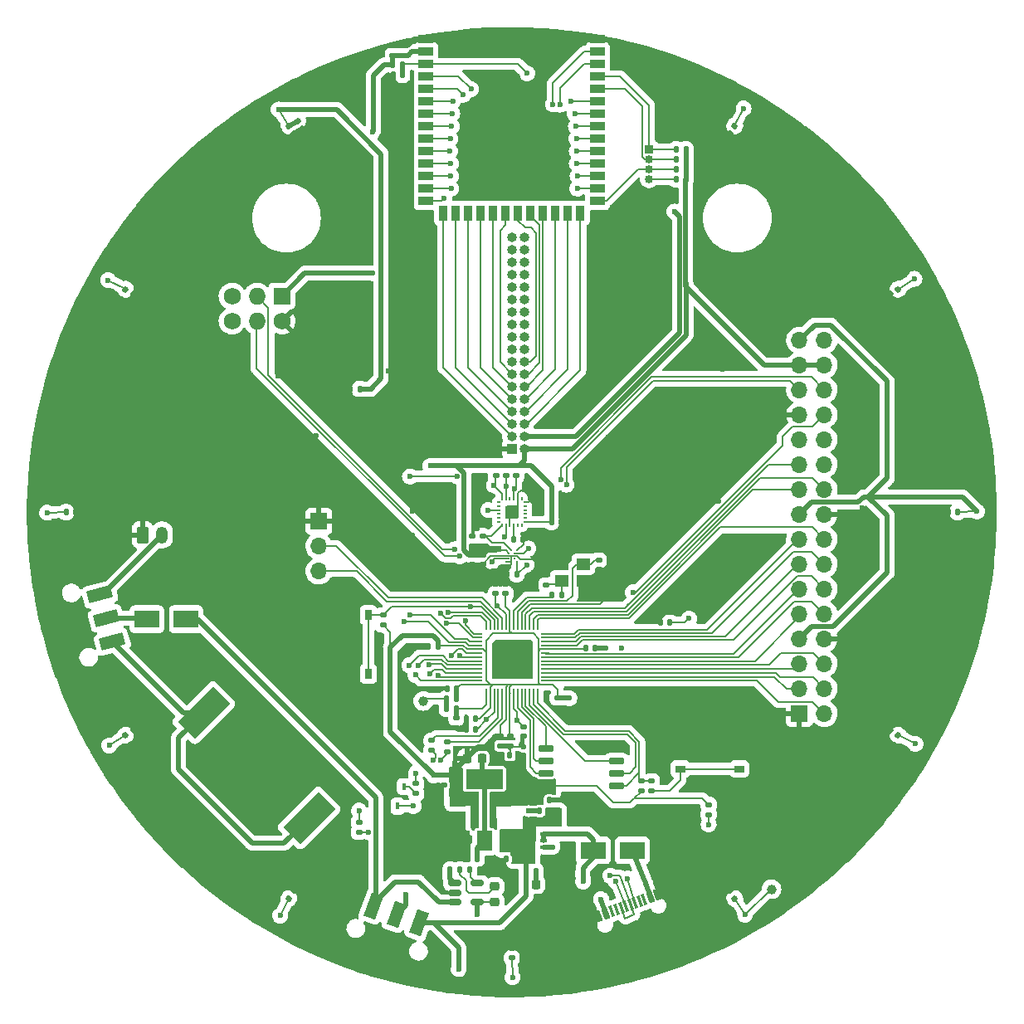
<source format=gbr>
%TF.GenerationSoftware,KiCad,Pcbnew,(6.0.8)*%
%TF.CreationDate,2022-10-27T23:25:15+02:00*%
%TF.ProjectId,Badge,42616467-652e-46b6-9963-61645f706362,rev?*%
%TF.SameCoordinates,Original*%
%TF.FileFunction,Copper,L1,Top*%
%TF.FilePolarity,Positive*%
%FSLAX46Y46*%
G04 Gerber Fmt 4.6, Leading zero omitted, Abs format (unit mm)*
G04 Created by KiCad (PCBNEW (6.0.8)) date 2022-10-27 23:25:15*
%MOMM*%
%LPD*%
G01*
G04 APERTURE LIST*
G04 Aperture macros list*
%AMRoundRect*
0 Rectangle with rounded corners*
0 $1 Rounding radius*
0 $2 $3 $4 $5 $6 $7 $8 $9 X,Y pos of 4 corners*
0 Add a 4 corners polygon primitive as box body*
4,1,4,$2,$3,$4,$5,$6,$7,$8,$9,$2,$3,0*
0 Add four circle primitives for the rounded corners*
1,1,$1+$1,$2,$3*
1,1,$1+$1,$4,$5*
1,1,$1+$1,$6,$7*
1,1,$1+$1,$8,$9*
0 Add four rect primitives between the rounded corners*
20,1,$1+$1,$2,$3,$4,$5,0*
20,1,$1+$1,$4,$5,$6,$7,0*
20,1,$1+$1,$6,$7,$8,$9,0*
20,1,$1+$1,$8,$9,$2,$3,0*%
%AMHorizOval*
0 Thick line with rounded ends*
0 $1 width*
0 $2 $3 position (X,Y) of the first rounded end (center of the circle)*
0 $4 $5 position (X,Y) of the second rounded end (center of the circle)*
0 Add line between two ends*
20,1,$1,$2,$3,$4,$5,0*
0 Add two circle primitives to create the rounded ends*
1,1,$1,$2,$3*
1,1,$1,$4,$5*%
%AMRotRect*
0 Rectangle, with rotation*
0 The origin of the aperture is its center*
0 $1 length*
0 $2 width*
0 $3 Rotation angle, in degrees counterclockwise*
0 Add horizontal line*
21,1,$1,$2,0,0,$3*%
%AMFreePoly0*
4,1,6,0.175000,0.019000,0.175000,-0.100000,-0.175000,-0.100000,-0.175000,0.100000,0.094000,0.100000,0.175000,0.019000,0.175000,0.019000,$1*%
%AMFreePoly1*
4,1,6,0.175000,-0.019000,0.094000,-0.100000,-0.175000,-0.100000,-0.175000,0.100000,0.175000,0.100000,0.175000,-0.019000,0.175000,-0.019000,$1*%
%AMFreePoly2*
4,1,6,0.100000,-0.175000,-0.100000,-0.175000,-0.100000,0.094000,-0.019000,0.175000,0.100000,0.175000,0.100000,-0.175000,0.100000,-0.175000,$1*%
%AMFreePoly3*
4,1,6,0.100000,0.094000,0.100000,-0.175000,-0.100000,-0.175000,-0.100000,0.175000,0.019000,0.175000,0.100000,0.094000,0.100000,0.094000,$1*%
%AMFreePoly4*
4,1,6,0.175000,-0.100000,-0.094000,-0.100000,-0.175000,-0.019000,-0.175000,0.100000,0.175000,0.100000,0.175000,-0.100000,0.175000,-0.100000,$1*%
%AMFreePoly5*
4,1,6,0.175000,-0.100000,-0.175000,-0.100000,-0.175000,0.019000,-0.094000,0.100000,0.175000,0.100000,0.175000,-0.100000,0.175000,-0.100000,$1*%
%AMFreePoly6*
4,1,6,0.100000,-0.094000,0.019000,-0.175000,-0.100000,-0.175000,-0.100000,0.175000,0.100000,0.175000,0.100000,-0.094000,0.100000,-0.094000,$1*%
%AMFreePoly7*
4,1,6,0.100000,-0.175000,-0.019000,-0.175000,-0.100000,-0.094000,-0.100000,0.175000,0.100000,0.175000,0.100000,-0.175000,0.100000,-0.175000,$1*%
G04 Aperture macros list end*
%TA.AperFunction,SMDPad,CuDef*%
%ADD10RoundRect,0.140000X-0.140000X-0.170000X0.140000X-0.170000X0.140000X0.170000X-0.140000X0.170000X0*%
%TD*%
%TA.AperFunction,SMDPad,CuDef*%
%ADD11RotRect,0.600000X1.160000X20.000000*%
%TD*%
%TA.AperFunction,SMDPad,CuDef*%
%ADD12RotRect,0.300000X1.160000X200.000000*%
%TD*%
%TA.AperFunction,ComponentPad*%
%ADD13HorizOval,0.900000X-0.188111X0.516831X0.188111X-0.516831X0*%
%TD*%
%TA.AperFunction,ComponentPad*%
%ADD14HorizOval,0.900000X-0.136808X0.375877X0.136808X-0.375877X0*%
%TD*%
%TA.AperFunction,SMDPad,CuDef*%
%ADD15RoundRect,0.218750X0.218750X0.256250X-0.218750X0.256250X-0.218750X-0.256250X0.218750X-0.256250X0*%
%TD*%
%TA.AperFunction,SMDPad,CuDef*%
%ADD16RoundRect,0.135000X0.135000X0.185000X-0.135000X0.185000X-0.135000X-0.185000X0.135000X-0.185000X0*%
%TD*%
%TA.AperFunction,SMDPad,CuDef*%
%ADD17RoundRect,0.135000X0.185000X-0.135000X0.185000X0.135000X-0.185000X0.135000X-0.185000X-0.135000X0*%
%TD*%
%TA.AperFunction,ComponentPad*%
%ADD18R,1.700000X1.700000*%
%TD*%
%TA.AperFunction,ComponentPad*%
%ADD19O,1.700000X1.700000*%
%TD*%
%TA.AperFunction,SMDPad,CuDef*%
%ADD20RoundRect,0.140000X0.206244X0.077224X-0.036244X0.217224X-0.206244X-0.077224X0.036244X-0.217224X0*%
%TD*%
%TA.AperFunction,SMDPad,CuDef*%
%ADD21RoundRect,0.140000X-0.170000X0.140000X-0.170000X-0.140000X0.170000X-0.140000X0.170000X0.140000X0*%
%TD*%
%TA.AperFunction,SMDPad,CuDef*%
%ADD22RoundRect,0.140000X0.140000X0.170000X-0.140000X0.170000X-0.140000X-0.170000X0.140000X-0.170000X0*%
%TD*%
%TA.AperFunction,SMDPad,CuDef*%
%ADD23RoundRect,0.140000X-0.217224X0.036244X-0.077224X-0.206244X0.217224X-0.036244X0.077224X0.206244X0*%
%TD*%
%TA.AperFunction,SMDPad,CuDef*%
%ADD24RoundRect,0.050000X0.387500X0.050000X-0.387500X0.050000X-0.387500X-0.050000X0.387500X-0.050000X0*%
%TD*%
%TA.AperFunction,SMDPad,CuDef*%
%ADD25RoundRect,0.050000X0.050000X0.387500X-0.050000X0.387500X-0.050000X-0.387500X0.050000X-0.387500X0*%
%TD*%
%TA.AperFunction,SMDPad,CuDef*%
%ADD26R,3.200000X3.200000*%
%TD*%
%TA.AperFunction,SMDPad,CuDef*%
%ADD27FreePoly0,0.000000*%
%TD*%
%TA.AperFunction,SMDPad,CuDef*%
%ADD28R,0.350000X0.200000*%
%TD*%
%TA.AperFunction,SMDPad,CuDef*%
%ADD29FreePoly1,0.000000*%
%TD*%
%TA.AperFunction,SMDPad,CuDef*%
%ADD30FreePoly2,0.000000*%
%TD*%
%TA.AperFunction,SMDPad,CuDef*%
%ADD31R,0.200000X0.350000*%
%TD*%
%TA.AperFunction,SMDPad,CuDef*%
%ADD32FreePoly3,0.000000*%
%TD*%
%TA.AperFunction,SMDPad,CuDef*%
%ADD33FreePoly4,0.000000*%
%TD*%
%TA.AperFunction,SMDPad,CuDef*%
%ADD34FreePoly5,0.000000*%
%TD*%
%TA.AperFunction,SMDPad,CuDef*%
%ADD35FreePoly6,0.000000*%
%TD*%
%TA.AperFunction,SMDPad,CuDef*%
%ADD36FreePoly7,0.000000*%
%TD*%
%TA.AperFunction,SMDPad,CuDef*%
%ADD37RoundRect,0.135000X-0.185000X0.135000X-0.185000X-0.135000X0.185000X-0.135000X0.185000X0.135000X0*%
%TD*%
%TA.AperFunction,SMDPad,CuDef*%
%ADD38RoundRect,0.135000X-0.135000X-0.185000X0.135000X-0.185000X0.135000X0.185000X-0.135000X0.185000X0*%
%TD*%
%TA.AperFunction,SMDPad,CuDef*%
%ADD39RotRect,2.500000X5.100000X315.000000*%
%TD*%
%TA.AperFunction,SMDPad,CuDef*%
%ADD40C,10.200000*%
%TD*%
%TA.AperFunction,SMDPad,CuDef*%
%ADD41C,0.212500*%
%TD*%
%TA.AperFunction,SMDPad,CuDef*%
%ADD42RoundRect,0.140000X-0.036244X-0.217224X0.206244X-0.077224X0.036244X0.217224X-0.206244X0.077224X0*%
%TD*%
%TA.AperFunction,SMDPad,CuDef*%
%ADD43RoundRect,0.140000X-0.206244X-0.077224X0.036244X-0.217224X0.206244X0.077224X-0.036244X0.217224X0*%
%TD*%
%TA.AperFunction,SMDPad,CuDef*%
%ADD44R,0.750000X1.000000*%
%TD*%
%TA.AperFunction,SMDPad,CuDef*%
%ADD45RoundRect,0.140000X0.036244X0.217224X-0.206244X0.077224X-0.036244X-0.217224X0.206244X-0.077224X0*%
%TD*%
%TA.AperFunction,ComponentPad*%
%ADD46RoundRect,0.250000X-0.350000X-0.625000X0.350000X-0.625000X0.350000X0.625000X-0.350000X0.625000X0*%
%TD*%
%TA.AperFunction,ComponentPad*%
%ADD47O,1.200000X1.750000*%
%TD*%
%TA.AperFunction,SMDPad,CuDef*%
%ADD48RoundRect,0.140000X0.170000X-0.140000X0.170000X0.140000X-0.170000X0.140000X-0.170000X-0.140000X0*%
%TD*%
%TA.AperFunction,ComponentPad*%
%ADD49R,1.000000X1.000000*%
%TD*%
%TA.AperFunction,ComponentPad*%
%ADD50O,1.000000X1.000000*%
%TD*%
%TA.AperFunction,SMDPad,CuDef*%
%ADD51R,1.400000X1.200000*%
%TD*%
%TA.AperFunction,SMDPad,CuDef*%
%ADD52C,1.000000*%
%TD*%
%TA.AperFunction,SMDPad,CuDef*%
%ADD53R,1.500000X0.900000*%
%TD*%
%TA.AperFunction,SMDPad,CuDef*%
%ADD54R,0.900000X1.500000*%
%TD*%
%TA.AperFunction,SMDPad,CuDef*%
%ADD55R,0.900000X0.900000*%
%TD*%
%TA.AperFunction,SMDPad,CuDef*%
%ADD56R,2.500000X1.800000*%
%TD*%
%TA.AperFunction,SMDPad,CuDef*%
%ADD57RoundRect,0.150000X-0.512500X-0.150000X0.512500X-0.150000X0.512500X0.150000X-0.512500X0.150000X0*%
%TD*%
%TA.AperFunction,ComponentPad*%
%ADD58R,0.850000X0.850000*%
%TD*%
%TA.AperFunction,ComponentPad*%
%ADD59O,0.850000X0.850000*%
%TD*%
%TA.AperFunction,SMDPad,CuDef*%
%ADD60RoundRect,0.140000X0.077224X-0.206244X0.217224X0.036244X-0.077224X0.206244X-0.217224X-0.036244X0*%
%TD*%
%TA.AperFunction,SMDPad,CuDef*%
%ADD61RoundRect,0.140000X0.217224X-0.036244X0.077224X0.206244X-0.217224X0.036244X-0.077224X-0.206244X0*%
%TD*%
%TA.AperFunction,SMDPad,CuDef*%
%ADD62R,1.500000X2.000000*%
%TD*%
%TA.AperFunction,SMDPad,CuDef*%
%ADD63R,3.800000X2.000000*%
%TD*%
%TA.AperFunction,SMDPad,CuDef*%
%ADD64R,0.660400X0.406400*%
%TD*%
%TA.AperFunction,SMDPad,CuDef*%
%ADD65RoundRect,0.140000X-0.077224X0.206244X-0.217224X-0.036244X0.077224X-0.206244X0.217224X0.036244X0*%
%TD*%
%TA.AperFunction,SMDPad,CuDef*%
%ADD66RoundRect,0.150000X0.650000X0.150000X-0.650000X0.150000X-0.650000X-0.150000X0.650000X-0.150000X0*%
%TD*%
%TA.AperFunction,SMDPad,CuDef*%
%ADD67RoundRect,0.218750X-0.256250X0.218750X-0.256250X-0.218750X0.256250X-0.218750X0.256250X0.218750X0*%
%TD*%
%TA.AperFunction,SMDPad,CuDef*%
%ADD68RotRect,1.250000X2.500000X340.000000*%
%TD*%
%TA.AperFunction,SMDPad,CuDef*%
%ADD69R,1.000000X0.750000*%
%TD*%
%TA.AperFunction,SMDPad,CuDef*%
%ADD70RotRect,1.250000X2.500000X285.000000*%
%TD*%
%TA.AperFunction,SMDPad,CuDef*%
%ADD71R,0.450000X0.700000*%
%TD*%
%TA.AperFunction,ComponentPad*%
%ADD72R,1.727200X1.727200*%
%TD*%
%TA.AperFunction,ComponentPad*%
%ADD73C,1.727200*%
%TD*%
%TA.AperFunction,ComponentPad*%
%ADD74O,1.727200X1.727200*%
%TD*%
%TA.AperFunction,ViaPad*%
%ADD75C,0.600000*%
%TD*%
%TA.AperFunction,Conductor*%
%ADD76C,0.200000*%
%TD*%
%TA.AperFunction,Conductor*%
%ADD77C,0.500000*%
%TD*%
G04 APERTURE END LIST*
D10*
%TO.P,C16,1*%
%TO.N,GND*%
X93380000Y-117990000D03*
%TO.P,C16,2*%
%TO.N,+3V3*%
X94340000Y-117990000D03*
%TD*%
%TO.P,C26,1*%
%TO.N,GND*%
X99530000Y-106340000D03*
%TO.P,C26,2*%
%TO.N,+3V3*%
X100490000Y-106340000D03*
%TD*%
D11*
%TO.P,P1,A1,GND*%
%TO.N,GND*%
X108854513Y-141223605D03*
%TO.P,P1,A4,VBUS*%
%TO.N,VBUS*%
X109606267Y-140949989D03*
D12*
%TO.P,P1,A5,CC1*%
%TO.N,unconnected-(P1-PadA5)*%
X110686914Y-140556666D03*
%TO.P,P1,A6,D+*%
%TO.N,/USB_D+*%
X111626606Y-140214646D03*
%TO.P,P1,A7,D-*%
%TO.N,/USB_D-*%
X112096453Y-140043635D03*
%TO.P,P1,A8,SBU1*%
%TO.N,unconnected-(P1-PadA8)*%
X113036145Y-139701615D03*
D11*
%TO.P,P1,A9,VBUS*%
%TO.N,VBUS*%
X114116792Y-139308292D03*
%TO.P,P1,A12,GND*%
%TO.N,GND*%
X114868546Y-139034676D03*
%TO.P,P1,B1,GND*%
X114868546Y-139034676D03*
%TO.P,P1,B4,VBUS*%
%TO.N,VBUS*%
X114116792Y-139308292D03*
D12*
%TO.P,P1,B5,CC2*%
%TO.N,unconnected-(P1-PadB5)*%
X113505992Y-139530605D03*
%TO.P,P1,B6,D+*%
%TO.N,/USB_D+*%
X112566299Y-139872625D03*
%TO.P,P1,B7,D-*%
%TO.N,/USB_D-*%
X111156760Y-140385656D03*
%TO.P,P1,B8,SBU2*%
%TO.N,unconnected-(P1-PadB8)*%
X110217067Y-140727676D03*
D11*
%TO.P,P1,B9,VBUS*%
%TO.N,VBUS*%
X109606267Y-140949989D03*
%TO.P,P1,B12,GND*%
%TO.N,GND*%
X108854513Y-141223605D03*
D13*
%TO.P,P1,S1,SHIELD*%
X108000429Y-142151689D03*
X116119373Y-139196635D03*
D14*
X109426653Y-146070207D03*
X117545597Y-143115153D03*
%TD*%
D15*
%TO.P,L1,1,1*%
%TO.N,Net-(C42-Pad2)*%
X96977500Y-125120000D03*
%TO.P,L1,2,2*%
%TO.N,+3V3*%
X95402500Y-125120000D03*
%TD*%
D10*
%TO.P,C22,1*%
%TO.N,Net-(C22-Pad1)*%
X100190000Y-102780000D03*
%TO.P,C22,2*%
%TO.N,GND*%
X101150000Y-102780000D03*
%TD*%
D16*
%TO.P,R20,1*%
%TO.N,/ADC_AVDD*%
X94330000Y-120050000D03*
%TO.P,R20,2*%
%TO.N,/ADC_VREF*%
X93310000Y-120050000D03*
%TD*%
D17*
%TO.P,R17,1*%
%TO.N,/USB_D+*%
X93410000Y-124460000D03*
%TO.P,R17,2*%
%TO.N,Net-(R17-Pad2)*%
X93410000Y-123440000D03*
%TD*%
D18*
%TO.P,J3,1,Pin_1*%
%TO.N,GND*%
X80310000Y-100930000D03*
D19*
%TO.P,J3,2,Pin_2*%
%TO.N,/SWCLK*%
X80310000Y-103470000D03*
%TO.P,J3,3,Pin_3*%
%TO.N,/SWD*%
X80310000Y-106010000D03*
%TD*%
D20*
%TO.P,C38,1*%
%TO.N,VCC*%
X139415692Y-122740000D03*
%TO.P,C38,2*%
%TO.N,GND*%
X138584308Y-122260000D03*
%TD*%
D21*
%TO.P,C10,1*%
%TO.N,/ADC_AVDD*%
X94330000Y-121020000D03*
%TO.P,C10,2*%
%TO.N,GND*%
X94330000Y-121980000D03*
%TD*%
D22*
%TO.P,C39,1*%
%TO.N,VCC*%
X145480000Y-100000000D03*
%TO.P,C39,2*%
%TO.N,GND*%
X144520000Y-100000000D03*
%TD*%
D23*
%TO.P,C30,1*%
%TO.N,VCC*%
X78150000Y-60074308D03*
%TO.P,C30,2*%
%TO.N,GND*%
X78630000Y-60905692D03*
%TD*%
D24*
%TO.P,U4,1,IOVDD*%
%TO.N,+3V3*%
X103437500Y-117600000D03*
%TO.P,U4,2,GPIO0*%
%TO.N,/GPIO_0*%
X103437500Y-117200000D03*
%TO.P,U4,3,GPIO1*%
%TO.N,/GPIO_1*%
X103437500Y-116800000D03*
%TO.P,U4,4,GPIO2*%
%TO.N,/GPIO_2*%
X103437500Y-116400000D03*
%TO.P,U4,5,GPIO3*%
%TO.N,/GPIO_3*%
X103437500Y-116000000D03*
%TO.P,U4,6,GPIO4*%
%TO.N,/GPIO_4*%
X103437500Y-115600000D03*
%TO.P,U4,7,GPIO5*%
%TO.N,/GPIO_5*%
X103437500Y-115200000D03*
%TO.P,U4,8,GPIO6*%
%TO.N,/GPIO_6*%
X103437500Y-114800000D03*
%TO.P,U4,9,GPIO7*%
%TO.N,/GPIO_7*%
X103437500Y-114400000D03*
%TO.P,U4,10,IOVDD*%
%TO.N,+3V3*%
X103437500Y-114000000D03*
%TO.P,U4,11,GPIO8*%
%TO.N,/GPIO_8*%
X103437500Y-113600000D03*
%TO.P,U4,12,GPIO9*%
%TO.N,/GPIO_9*%
X103437500Y-113200000D03*
%TO.P,U4,13,GPIO10*%
%TO.N,/GPIO_10*%
X103437500Y-112800000D03*
%TO.P,U4,14,GPIO11*%
%TO.N,/GPIO_11*%
X103437500Y-112400000D03*
D25*
%TO.P,U4,15,GPIO12*%
%TO.N,/GPIO_12*%
X102600000Y-111562500D03*
%TO.P,U4,16,GPIO13*%
%TO.N,/GPIO_13*%
X102200000Y-111562500D03*
%TO.P,U4,17,GPIO14*%
%TO.N,/GPIO_14*%
X101800000Y-111562500D03*
%TO.P,U4,18,GPIO15*%
%TO.N,/GPIO_15*%
X101400000Y-111562500D03*
%TO.P,U4,19,TESTEN*%
%TO.N,GND*%
X101000000Y-111562500D03*
%TO.P,U4,20,XIN*%
%TO.N,/XIN*%
X100600000Y-111562500D03*
%TO.P,U4,21,XOUT*%
%TO.N,/XOUT*%
X100200000Y-111562500D03*
%TO.P,U4,22,IOVDD*%
%TO.N,+3V3*%
X99800000Y-111562500D03*
%TO.P,U4,23,DVDD*%
%TO.N,+1V1*%
X99400000Y-111562500D03*
%TO.P,U4,24,SWCLK*%
%TO.N,/SWCLK*%
X99000000Y-111562500D03*
%TO.P,U4,25,SWD*%
%TO.N,/SWD*%
X98600000Y-111562500D03*
%TO.P,U4,26,RUN*%
%TO.N,/RUN*%
X98200000Y-111562500D03*
%TO.P,U4,27,GPIO16*%
%TO.N,/ESP_TX*%
X97800000Y-111562500D03*
%TO.P,U4,28,GPIO17*%
%TO.N,/ESP_RX*%
X97400000Y-111562500D03*
D24*
%TO.P,U4,29,GPIO18*%
%TO.N,/LED_POST*%
X96562500Y-112400000D03*
%TO.P,U4,30,GPIO19*%
%TO.N,/LED_STRIPE*%
X96562500Y-112800000D03*
%TO.P,U4,31,GPIO20*%
%TO.N,/SAO_1*%
X96562500Y-113200000D03*
%TO.P,U4,32,GPIO21*%
%TO.N,/SAO_2*%
X96562500Y-113600000D03*
%TO.P,U4,33,IOVDD*%
%TO.N,+3V3*%
X96562500Y-114000000D03*
%TO.P,U4,34,GPIO22*%
%TO.N,/I2C_SDA*%
X96562500Y-114400000D03*
%TO.P,U4,35,GPIO23*%
%TO.N,/I2C_SCL*%
X96562500Y-114800000D03*
%TO.P,U4,36,GPIO24*%
%TO.N,/SW_1*%
X96562500Y-115200000D03*
%TO.P,U4,37,GPIO25*%
%TO.N,/SW_2*%
X96562500Y-115600000D03*
%TO.P,U4,38,GPIO26_ADC0*%
%TO.N,/ADC_0*%
X96562500Y-116000000D03*
%TO.P,U4,39,GPIO27_ADC1*%
%TO.N,/ADC_1*%
X96562500Y-116400000D03*
%TO.P,U4,40,GPIO28_ADC2*%
%TO.N,/ADC_2*%
X96562500Y-116800000D03*
%TO.P,U4,41,GPIO29_ADC3*%
%TO.N,/ADC_3*%
X96562500Y-117200000D03*
%TO.P,U4,42,IOVDD*%
%TO.N,+3V3*%
X96562500Y-117600000D03*
D25*
%TO.P,U4,43,ADC_AVDD*%
%TO.N,/ADC_AVDD*%
X97400000Y-118437500D03*
%TO.P,U4,44,VREG_IN*%
%TO.N,+3V3*%
X97800000Y-118437500D03*
%TO.P,U4,45,VREG_VOUT*%
%TO.N,+1V1*%
X98200000Y-118437500D03*
%TO.P,U4,46,USB_DM*%
%TO.N,Net-(R18-Pad1)*%
X98600000Y-118437500D03*
%TO.P,U4,47,USB_DP*%
%TO.N,Net-(R17-Pad2)*%
X99000000Y-118437500D03*
%TO.P,U4,48,USB_VDD*%
%TO.N,+3V3*%
X99400000Y-118437500D03*
%TO.P,U4,49,IOVDD*%
X99800000Y-118437500D03*
%TO.P,U4,50,DVDD*%
%TO.N,+1V1*%
X100200000Y-118437500D03*
%TO.P,U4,51,QSPI_SD3*%
%TO.N,/QSPI_SD3*%
X100600000Y-118437500D03*
%TO.P,U4,52,QSPI_SCLK*%
%TO.N,/QSPI_SCLK*%
X101000000Y-118437500D03*
%TO.P,U4,53,QSPI_SD0*%
%TO.N,/QSPI_SD0*%
X101400000Y-118437500D03*
%TO.P,U4,54,QSPI_SD2*%
%TO.N,/QSPI_SD2*%
X101800000Y-118437500D03*
%TO.P,U4,55,QSPI_SD1*%
%TO.N,/QSPI_SD1*%
X102200000Y-118437500D03*
%TO.P,U4,56,QSPI_SS*%
%TO.N,/QSPI_SS*%
X102600000Y-118437500D03*
D26*
%TO.P,U4,57,GND*%
%TO.N,GND*%
X100000000Y-115000000D03*
%TD*%
D10*
%TO.P,C33,1*%
%TO.N,VCC*%
X54520000Y-100000000D03*
%TO.P,C33,2*%
%TO.N,GND*%
X55480000Y-100000000D03*
%TD*%
D27*
%TO.P,U5,1,NC*%
%TO.N,unconnected-(U5-Pad1)*%
X98665000Y-99000000D03*
D28*
%TO.P,U5,2,DNC*%
%TO.N,unconnected-(U5-Pad2)*%
X98665000Y-99400000D03*
%TO.P,U5,3,GPIO1*%
%TO.N,/Gyros/INT_S1*%
X98665000Y-99800000D03*
%TO.P,U5,4,Reserved*%
%TO.N,unconnected-(U5-Pad4)*%
X98665000Y-100200000D03*
%TO.P,U5,5,Reserved*%
%TO.N,unconnected-(U5-Pad5)*%
X98665000Y-100600000D03*
D29*
%TO.P,U5,6,NC*%
%TO.N,unconnected-(U5-Pad6)*%
X98665000Y-101000000D03*
D30*
%TO.P,U5,7,ASCK*%
%TO.N,Net-(R23-Pad2)*%
X99000000Y-101335000D03*
D31*
%TO.P,U5,8,VDDIO*%
%TO.N,+3V3*%
X99400000Y-101335000D03*
%TO.P,U5,9,SA_GPIO7*%
%TO.N,GND*%
X99800000Y-101335000D03*
%TO.P,U5,10,VREG*%
%TO.N,Net-(C22-Pad1)*%
X100200000Y-101335000D03*
%TO.P,U5,11,GPIO2*%
%TO.N,unconnected-(U5-Pad11)*%
X100600000Y-101335000D03*
D32*
%TO.P,U5,12,INT*%
%TO.N,/Gyros/INT*%
X101000000Y-101335000D03*
D33*
%TO.P,U5,13,VDD*%
%TO.N,+3V3*%
X101335000Y-101000000D03*
D28*
%TO.P,U5,14,NC*%
%TO.N,unconnected-(U5-Pad14)*%
X101335000Y-100600000D03*
%TO.P,U5,15,NC*%
%TO.N,unconnected-(U5-Pad15)*%
X101335000Y-100200000D03*
%TO.P,U5,16,NC*%
%TO.N,unconnected-(U5-Pad16)*%
X101335000Y-99800000D03*
%TO.P,U5,17,NC*%
%TO.N,unconnected-(U5-Pad17)*%
X101335000Y-99400000D03*
D34*
%TO.P,U5,18,GND*%
%TO.N,GND*%
X101335000Y-99000000D03*
D35*
%TO.P,U5,19,NC*%
%TO.N,unconnected-(U5-Pad19)*%
X101000000Y-98665000D03*
D31*
%TO.P,U5,20,GNDIO*%
%TO.N,GND*%
X100600000Y-98665000D03*
%TO.P,U5,21,ASDA*%
%TO.N,Net-(R24-Pad2)*%
X100200000Y-98665000D03*
%TO.P,U5,22,Reserved*%
%TO.N,unconnected-(U5-Pad22)*%
X99800000Y-98665000D03*
%TO.P,U5,23,SCK*%
%TO.N,/I2C_SCL*%
X99400000Y-98665000D03*
D36*
%TO.P,U5,24,SDA*%
%TO.N,/I2C_SDA*%
X99000000Y-98665000D03*
%TD*%
D37*
%TO.P,R15,1*%
%TO.N,/ADC_3*%
X90230000Y-127710000D03*
%TO.P,R15,2*%
%TO.N,Net-(Q2-Pad1)*%
X90230000Y-128730000D03*
%TD*%
D38*
%TO.P,R9,1*%
%TO.N,/ESP_RX*%
X116750000Y-63990000D03*
%TO.P,R9,2*%
%TO.N,+3V3*%
X117770000Y-63990000D03*
%TD*%
%TO.P,R19,1*%
%TO.N,/ADC_VREF*%
X93310000Y-119020000D03*
%TO.P,R19,2*%
%TO.N,+3V3*%
X94330000Y-119020000D03*
%TD*%
D22*
%TO.P,C14,1*%
%TO.N,GND*%
X108520000Y-113860000D03*
%TO.P,C14,2*%
%TO.N,+3V3*%
X107560000Y-113860000D03*
%TD*%
D10*
%TO.P,C42,1*%
%TO.N,GND*%
X95500000Y-135410000D03*
%TO.P,C42,2*%
%TO.N,Net-(C42-Pad2)*%
X96460000Y-135410000D03*
%TD*%
D39*
%TO.P,BT1,1,+*%
%TO.N,Net-(BT1-Pad1)*%
X79324012Y-131204012D03*
X68575988Y-120455988D03*
D40*
%TO.P,BT1,2,-*%
%TO.N,GND*%
X73950000Y-125830000D03*
%TD*%
D37*
%TO.P,R24,1*%
%TO.N,+3V3*%
X100450000Y-95280000D03*
%TO.P,R24,2*%
%TO.N,Net-(R24-Pad2)*%
X100450000Y-96300000D03*
%TD*%
D41*
%TO.P,U6,A1,PS*%
%TO.N,+3V3*%
X99399000Y-103899000D03*
%TO.P,U6,A3,SCK*%
%TO.N,Net-(R23-Pad2)*%
X99965000Y-103899000D03*
%TO.P,U6,A5,CSB*%
%TO.N,GND*%
X100531000Y-103899000D03*
%TO.P,U6,B2,VDDIO*%
%TO.N,+3V3*%
X99682000Y-104182000D03*
%TO.P,U6,B4,SDI*%
%TO.N,Net-(R24-Pad2)*%
X100248000Y-104182000D03*
%TO.P,U6,C1,SDO*%
%TO.N,GND*%
X99399000Y-104465000D03*
%TO.P,U6,C5,GND*%
X100531000Y-104465000D03*
%TO.P,U6,D2,INT*%
%TO.N,/Gyros/INT_S1*%
X99682000Y-104748000D03*
%TO.P,U6,D4,DRDY*%
%TO.N,unconnected-(U6-PadD4)*%
X100248000Y-104748000D03*
%TO.P,U6,E1,GND*%
%TO.N,GND*%
X99399000Y-105031000D03*
%TO.P,U6,E3,GND*%
X99965000Y-105031000D03*
%TO.P,U6,E5,VDD*%
%TO.N,+3V3*%
X100531000Y-105031000D03*
%TD*%
D15*
%TO.P,LED3,1,K*%
%TO.N,GND*%
X104037500Y-137980000D03*
%TO.P,LED3,2,A*%
%TO.N,Net-(LED3-Pad2)*%
X102462500Y-137980000D03*
%TD*%
D42*
%TO.P,C34,1*%
%TO.N,VCC*%
X60584308Y-122740000D03*
%TO.P,C34,2*%
%TO.N,GND*%
X61415692Y-122260000D03*
%TD*%
D43*
%TO.P,C32,1*%
%TO.N,VCC*%
X60584308Y-77260000D03*
%TO.P,C32,2*%
%TO.N,GND*%
X61415692Y-77740000D03*
%TD*%
D44*
%TO.P,SW2,1*%
%TO.N,/RUN*%
X85365000Y-110480000D03*
X85365000Y-116480000D03*
%TO.P,SW2,2*%
%TO.N,GND*%
X81615000Y-116480000D03*
X81615000Y-110480000D03*
%TD*%
D16*
%TO.P,R4,1*%
%TO.N,Net-(LED1-Pad1)*%
X94720000Y-136480000D03*
%TO.P,R4,2*%
%TO.N,Net-(R4-Pad2)*%
X93700000Y-136480000D03*
%TD*%
D45*
%TO.P,C40,1*%
%TO.N,VCC*%
X139415692Y-77260000D03*
%TO.P,C40,2*%
%TO.N,GND*%
X138584308Y-77740000D03*
%TD*%
D22*
%TO.P,C19,1*%
%TO.N,VCC*%
X84480000Y-87440000D03*
%TO.P,C19,2*%
%TO.N,GND*%
X83520000Y-87440000D03*
%TD*%
D46*
%TO.P,J1,1,Pin_1*%
%TO.N,GND*%
X62320000Y-102320000D03*
D47*
%TO.P,J1,2,Pin_2*%
%TO.N,Net-(J1-Pad2)*%
X64320000Y-102320000D03*
%TD*%
D37*
%TO.P,R22,1*%
%TO.N,+3V3*%
X98390000Y-95280000D03*
%TO.P,R22,2*%
%TO.N,/I2C_SDA*%
X98390000Y-96300000D03*
%TD*%
D10*
%TO.P,C2,1*%
%TO.N,+3V3*%
X102850000Y-129410000D03*
%TO.P,C2,2*%
%TO.N,GND*%
X103810000Y-129410000D03*
%TD*%
D48*
%TO.P,C15,1*%
%TO.N,GND*%
X104680000Y-119930000D03*
%TO.P,C15,2*%
%TO.N,+3V3*%
X104680000Y-118970000D03*
%TD*%
D49*
%TO.P,J5,1,Pin_1*%
%TO.N,GND*%
X100000000Y-93520000D03*
D50*
%TO.P,J5,2,Pin_2*%
%TO.N,+3V3*%
X101270000Y-93520000D03*
%TO.P,J5,3,Pin_3*%
%TO.N,/WiFi_BT/IO3*%
X100000000Y-92250000D03*
%TO.P,J5,4,Pin_4*%
%TO.N,VCC*%
X101270000Y-92250000D03*
%TO.P,J5,5,Pin_5*%
%TO.N,/WiFi_BT/IO46*%
X100000000Y-90980000D03*
%TO.P,J5,6,Pin_6*%
%TO.N,/WiFi_BT/IO45*%
X101270000Y-90980000D03*
%TO.P,J5,7,Pin_7*%
%TO.N,/WiFi_BT/IO9*%
X100000000Y-89710000D03*
%TO.P,J5,8,Pin_8*%
%TO.N,/WiFi_BT/IO48*%
X101270000Y-89710000D03*
%TO.P,J5,9,Pin_9*%
%TO.N,/WiFi_BT/IO10*%
X100000000Y-88440000D03*
%TO.P,J5,10,Pin_10*%
%TO.N,/WiFi_BT/IO47*%
X101270000Y-88440000D03*
%TO.P,J5,11,Pin_11*%
%TO.N,/WiFi_BT/IO11*%
X100000000Y-87170000D03*
%TO.P,J5,12,Pin_12*%
%TO.N,/WiFi_BT/IO21*%
X101270000Y-87170000D03*
%TO.P,J5,13,Pin_13*%
%TO.N,/WiFi_BT/IO12*%
X100000000Y-85900000D03*
%TO.P,J5,14,Pin_14*%
%TO.N,/WiFi_BT/IO14*%
X101270000Y-85900000D03*
%TO.P,J5,15,Pin_15*%
%TO.N,/WiFi_BT/IO43*%
X100000000Y-84630000D03*
%TO.P,J5,16,Pin_16*%
%TO.N,/WiFi_BT/IO13*%
X101270000Y-84630000D03*
%TO.P,J5,17,Pin_17*%
%TO.N,/WiFi_BT/IO44*%
X100000000Y-83360000D03*
%TO.P,J5,18,Pin_18*%
%TO.N,/WiFi_BT/IO35*%
X101270000Y-83360000D03*
%TO.P,J5,19,Pin_19*%
%TO.N,/WiFi_BT/IO8*%
X100000000Y-82090000D03*
%TO.P,J5,20,Pin_20*%
%TO.N,/WiFi_BT/IO36*%
X101270000Y-82090000D03*
%TO.P,J5,21,Pin_21*%
%TO.N,/WiFi_BT/IO18*%
X100000000Y-80820000D03*
%TO.P,J5,22,Pin_22*%
%TO.N,/WiFi_BT/IO37*%
X101270000Y-80820000D03*
%TO.P,J5,23,Pin_23*%
%TO.N,/WiFi_BT/IO17*%
X100000000Y-79550000D03*
%TO.P,J5,24,Pin_24*%
%TO.N,/WiFi_BT/IO38*%
X101270000Y-79550000D03*
%TO.P,J5,25,Pin_25*%
%TO.N,/WiFi_BT/IO16*%
X100000000Y-78280000D03*
%TO.P,J5,26,Pin_26*%
%TO.N,/WiFi_BT/IO39*%
X101270000Y-78280000D03*
%TO.P,J5,27,Pin_27*%
%TO.N,/WiFi_BT/IO15*%
X100000000Y-77010000D03*
%TO.P,J5,28,Pin_28*%
%TO.N,/WiFi_BT/IO40*%
X101270000Y-77010000D03*
%TO.P,J5,29,Pin_29*%
%TO.N,/WiFi_BT/IO7*%
X100000000Y-75740000D03*
%TO.P,J5,30,Pin_30*%
%TO.N,/WiFi_BT/IO41*%
X101270000Y-75740000D03*
%TO.P,J5,31,Pin_31*%
%TO.N,/WiFi_BT/IO6*%
X100000000Y-74470000D03*
%TO.P,J5,32,Pin_32*%
%TO.N,/WiFi_BT/IO42*%
X101270000Y-74470000D03*
%TO.P,J5,33,Pin_33*%
%TO.N,/WiFi_BT/IO5*%
X100000000Y-73200000D03*
%TO.P,J5,34,Pin_34*%
%TO.N,/WiFi_BT/IO2*%
X101270000Y-73200000D03*
%TO.P,J5,35,Pin_35*%
%TO.N,/WiFi_BT/IO4*%
X100000000Y-71930000D03*
%TO.P,J5,36,Pin_36*%
%TO.N,/WiFi_BT/IO1*%
X101270000Y-71930000D03*
%TD*%
D48*
%TO.P,C17,1*%
%TO.N,GND*%
X98810000Y-123840000D03*
%TO.P,C17,2*%
%TO.N,+3V3*%
X98810000Y-122880000D03*
%TD*%
D38*
%TO.P,R8,1*%
%TO.N,/ESP_TX*%
X116750000Y-62980000D03*
%TO.P,R8,2*%
%TO.N,+3V3*%
X117770000Y-62980000D03*
%TD*%
D23*
%TO.P,C31,1*%
%TO.N,VCC*%
X77260000Y-60584308D03*
%TO.P,C31,2*%
%TO.N,GND*%
X77740000Y-61415692D03*
%TD*%
D48*
%TO.P,C29,1*%
%TO.N,+3V3*%
X88840000Y-53380000D03*
%TO.P,C29,2*%
%TO.N,GND*%
X88840000Y-52420000D03*
%TD*%
D51*
%TO.P,Y1,1,1*%
%TO.N,Net-(C4-Pad2)*%
X105090000Y-107020000D03*
%TO.P,Y1,2,2*%
%TO.N,GND*%
X107290000Y-107020000D03*
%TO.P,Y1,3,3*%
%TO.N,/XIN*%
X107290000Y-105320000D03*
%TO.P,Y1,4,4*%
%TO.N,GND*%
X105090000Y-105320000D03*
%TD*%
D16*
%TO.P,R16,1*%
%TO.N,VCC*%
X103850000Y-130510000D03*
%TO.P,R16,2*%
%TO.N,Net-(BZ1-Pad2)*%
X102830000Y-130510000D03*
%TD*%
D38*
%TO.P,R14,1*%
%TO.N,/ESP_EN*%
X116740000Y-66020000D03*
%TO.P,R14,2*%
%TO.N,+3V3*%
X117760000Y-66020000D03*
%TD*%
D52*
%TO.P,TP2,1,1*%
%TO.N,/ADC_VREF*%
X90970000Y-119260000D03*
%TD*%
%TO.P,TP1,1,1*%
%TO.N,VCC*%
X126490000Y-138470000D03*
%TD*%
D53*
%TO.P,U7,1,GND*%
%TO.N,GND*%
X91250000Y-51740000D03*
%TO.P,U7,2,3V3*%
%TO.N,+3V3*%
X91250000Y-53010000D03*
%TO.P,U7,3,EN*%
%TO.N,/ESP_EN*%
X91250000Y-54280000D03*
%TO.P,U7,4,GPIO4/TOUCH4/ADC1_CH3*%
%TO.N,/WiFi_BT/IO4*%
X91250000Y-55550000D03*
%TO.P,U7,5,GPIO5/TOUCH5/ADC1_CH4*%
%TO.N,/WiFi_BT/IO5*%
X91250000Y-56820000D03*
%TO.P,U7,6,GPIO6/TOUCH6/ADC1_CH5*%
%TO.N,/WiFi_BT/IO6*%
X91250000Y-58090000D03*
%TO.P,U7,7,GPIO7/TOUCH7/ADC1_CH6*%
%TO.N,/WiFi_BT/IO7*%
X91250000Y-59360000D03*
%TO.P,U7,8,GPIO15/U0RTS/ADC2_CH4/XTAL_32K_P*%
%TO.N,/WiFi_BT/IO15*%
X91250000Y-60630000D03*
%TO.P,U7,9,GPIO16/U0CTS/ADC2_CH5/XTAL_32K_NH5*%
%TO.N,/WiFi_BT/IO16*%
X91250000Y-61900000D03*
%TO.P,U7,10,GPIO17/U1TXD/ADC2_CH6*%
%TO.N,/WiFi_BT/IO17*%
X91250000Y-63170000D03*
%TO.P,U7,11,GPIO18/U1RXD/ADC2_CH7/CLK_OUT3*%
%TO.N,/WiFi_BT/IO18*%
X91250000Y-64440000D03*
%TO.P,U7,12,GPIO8/TOUCH8/ADC1_CH7/SUBSPICS1*%
%TO.N,/WiFi_BT/IO8*%
X91250000Y-65710000D03*
%TO.P,U7,13,GPIO19/U1RTS/ADC2_CH8/CLK_OUT2/USB_D-*%
%TO.N,/WiFi_BT/IO44*%
X91250000Y-66980000D03*
%TO.P,U7,14,GPIO20/U1CTS/ADC2_CH9/CLK_OUT1/USB_D+*%
%TO.N,/WiFi_BT/IO43*%
X91250000Y-68250000D03*
D54*
%TO.P,U7,15,GPIO3/TOUCH3/ADC1_CH2*%
%TO.N,/WiFi_BT/IO3*%
X93015000Y-69500000D03*
%TO.P,U7,16,GPIO46*%
%TO.N,/WiFi_BT/IO46*%
X94285000Y-69500000D03*
%TO.P,U7,17,GPIO9/TOUCH9/ADC1_CH8/FSPIHD/SUBSPIHD*%
%TO.N,/WiFi_BT/IO9*%
X95555000Y-69500000D03*
%TO.P,U7,18,GPIO10/TOUCH10/ADC1_CH9/FSPICS0/FSPIIO4/SUBSPICS0*%
%TO.N,/WiFi_BT/IO10*%
X96825000Y-69500000D03*
%TO.P,U7,19,GPIO11/TOUCH11/ADC2_CH0/FSPID/FSPIIO5/SUBSPID*%
%TO.N,/WiFi_BT/IO11*%
X98095000Y-69500000D03*
%TO.P,U7,20,GPIO12/TOUCH12/ADC2_CH1/FSPICLK/FSPIIO6/SUBSPICLK*%
%TO.N,/WiFi_BT/IO12*%
X99365000Y-69500000D03*
%TO.P,U7,21,GPIO13/TOUCH13/ADC2_CH2/FSPIQ/FSPIIO7/SUBSPIQ*%
%TO.N,/WiFi_BT/IO13*%
X100635000Y-69500000D03*
%TO.P,U7,22,GPIO14/TOUCH14/ADC2_CH3/FSPIWP/FSPIDQS/SUBSPIWP*%
%TO.N,/WiFi_BT/IO14*%
X101905000Y-69500000D03*
%TO.P,U7,23,GPIO21*%
%TO.N,/WiFi_BT/IO21*%
X103175000Y-69500000D03*
%TO.P,U7,24,GPIO47/SPICLK_P/SUBSPICLK_P_DIFF*%
%TO.N,/WiFi_BT/IO47*%
X104445000Y-69500000D03*
%TO.P,U7,25,GPIO48/SPICLK_N/SUBSPICLK_N_DIFF*%
%TO.N,/WiFi_BT/IO48*%
X105715000Y-69500000D03*
%TO.P,U7,26,GPIO45*%
%TO.N,/WiFi_BT/IO45*%
X106985000Y-69500000D03*
D53*
%TO.P,U7,27,GPIO0/BOOT*%
%TO.N,/ESP_BOOT*%
X108750000Y-68250000D03*
%TO.P,U7,28,SPIIO6/GPIO35/FSPID/SUBSPID*%
%TO.N,/WiFi_BT/IO35*%
X108750000Y-66980000D03*
%TO.P,U7,29,SPIIO7/GPIO36/FSPICLK/SUBSPICLK*%
%TO.N,/WiFi_BT/IO36*%
X108750000Y-65710000D03*
%TO.P,U7,30,SPIDQS/GPIO37/FSPIQ/SUBSPIQ*%
%TO.N,/WiFi_BT/IO37*%
X108750000Y-64440000D03*
%TO.P,U7,31,GPIO38/FSPIWP/SUBSPIWP*%
%TO.N,/WiFi_BT/IO38*%
X108750000Y-63170000D03*
%TO.P,U7,32,MTCK/GPIO39/CLK_OUT3/SUBSPICS1*%
%TO.N,/WiFi_BT/IO39*%
X108750000Y-61900000D03*
%TO.P,U7,33,MTDO/GPIO40/CLK_OUT2*%
%TO.N,/WiFi_BT/IO40*%
X108750000Y-60630000D03*
%TO.P,U7,34,MTDI/GPIO41/CLK_OUT1*%
%TO.N,/WiFi_BT/IO41*%
X108750000Y-59360000D03*
%TO.P,U7,35,MTMS/GPIO42*%
%TO.N,/WiFi_BT/IO42*%
X108750000Y-58090000D03*
%TO.P,U7,36,U0RXD/GPIO44/CLK_OUT2*%
%TO.N,/ESP_RX*%
X108750000Y-56820000D03*
%TO.P,U7,37,U0TXD/GPIO43/CLK_OUT1*%
%TO.N,/ESP_TX*%
X108750000Y-55550000D03*
%TO.P,U7,38,GPIO2/TOUCH2/ADC1_CH1*%
%TO.N,/WiFi_BT/IO2*%
X108750000Y-54280000D03*
%TO.P,U7,39,GPIO1/TOUCH1/ADC1_CH0*%
%TO.N,/WiFi_BT/IO1*%
X108750000Y-53010000D03*
%TO.P,U7,40,GND*%
%TO.N,GND*%
X108750000Y-51740000D03*
D55*
%TO.P,U7,41,GND*%
X97100000Y-59460000D03*
X99900000Y-59460000D03*
X99900000Y-60860000D03*
X98500000Y-60860000D03*
X99900000Y-58060000D03*
X98500000Y-59460000D03*
X97100000Y-58060000D03*
X97100000Y-60860000D03*
X98500000Y-58060000D03*
%TD*%
D56*
%TO.P,D16,1,K*%
%TO.N,Net-(D16-Pad1)*%
X66770000Y-110920000D03*
%TO.P,D16,2,A*%
%TO.N,Net-(D16-Pad2)*%
X62770000Y-110920000D03*
%TD*%
D57*
%TO.P,U2,1,STAT*%
%TO.N,Net-(R4-Pad2)*%
X94172500Y-137860000D03*
%TO.P,U2,2,VSS*%
%TO.N,GND*%
X94172500Y-138810000D03*
%TO.P,U2,3,VBAT*%
%TO.N,Net-(D16-Pad1)*%
X94172500Y-139760000D03*
%TO.P,U2,4,VDD*%
%TO.N,Net-(C1-Pad1)*%
X96447500Y-139760000D03*
%TO.P,U2,5,PROG*%
%TO.N,Net-(R5-Pad2)*%
X96447500Y-137860000D03*
%TD*%
D10*
%TO.P,C1,1*%
%TO.N,Net-(C1-Pad1)*%
X107260000Y-136880000D03*
%TO.P,C1,2*%
%TO.N,GND*%
X108220000Y-136880000D03*
%TD*%
D58*
%TO.P,J2,1,Pin_1*%
%TO.N,/ESP_TX*%
X114000000Y-63000000D03*
D59*
%TO.P,J2,2,Pin_2*%
%TO.N,/ESP_RX*%
X114000000Y-64000000D03*
%TO.P,J2,3,Pin_3*%
%TO.N,/ESP_BOOT*%
X114000000Y-65000000D03*
%TO.P,J2,4,Pin_4*%
%TO.N,/ESP_EN*%
X114000000Y-66000000D03*
%TD*%
D21*
%TO.P,C13,1*%
%TO.N,GND*%
X99370000Y-107350000D03*
%TO.P,C13,2*%
%TO.N,+3V3*%
X99370000Y-108310000D03*
%TD*%
D38*
%TO.P,R25,1*%
%TO.N,+3V3*%
X87830000Y-54370000D03*
%TO.P,R25,2*%
%TO.N,/ESP_EN*%
X88850000Y-54370000D03*
%TD*%
D21*
%TO.P,C24,1*%
%TO.N,+3V3*%
X97020000Y-104370000D03*
%TO.P,C24,2*%
%TO.N,GND*%
X97020000Y-105330000D03*
%TD*%
D38*
%TO.P,R11,1*%
%TO.N,VCC*%
X101450000Y-136630000D03*
%TO.P,R11,2*%
%TO.N,Net-(LED3-Pad2)*%
X102470000Y-136630000D03*
%TD*%
D22*
%TO.P,C6,1*%
%TO.N,GND*%
X99800000Y-124820000D03*
%TO.P,C6,2*%
%TO.N,+3V3*%
X98840000Y-124820000D03*
%TD*%
D56*
%TO.P,D15,1,K*%
%TO.N,Net-(C1-Pad1)*%
X108300000Y-134500000D03*
%TO.P,D15,2,A*%
%TO.N,VBUS*%
X112300000Y-134500000D03*
%TD*%
D60*
%TO.P,C35,1*%
%TO.N,VCC*%
X77260000Y-139415692D03*
%TO.P,C35,2*%
%TO.N,GND*%
X77740000Y-138584308D03*
%TD*%
D48*
%TO.P,C18,1*%
%TO.N,GND*%
X99860000Y-123830000D03*
%TO.P,C18,2*%
%TO.N,+3V3*%
X99860000Y-122870000D03*
%TD*%
D61*
%TO.P,C37,1*%
%TO.N,VCC*%
X122740000Y-139415692D03*
%TO.P,C37,2*%
%TO.N,GND*%
X122260000Y-138584308D03*
%TD*%
D10*
%TO.P,C12,1*%
%TO.N,GND*%
X91490000Y-113690000D03*
%TO.P,C12,2*%
%TO.N,+3V3*%
X92450000Y-113690000D03*
%TD*%
D48*
%TO.P,C36,1*%
%TO.N,VCC*%
X100000000Y-145480000D03*
%TO.P,C36,2*%
%TO.N,GND*%
X100000000Y-144520000D03*
%TD*%
%TO.P,C28,1*%
%TO.N,+3V3*%
X87840000Y-53380000D03*
%TO.P,C28,2*%
%TO.N,GND*%
X87840000Y-52420000D03*
%TD*%
D62*
%TO.P,U3,1,GND*%
%TO.N,GND*%
X94900000Y-133520000D03*
%TO.P,U3,2,VO*%
%TO.N,Net-(C42-Pad2)*%
X97200000Y-133520000D03*
D63*
X97200000Y-127220000D03*
D62*
%TO.P,U3,3,VI*%
%TO.N,VCC*%
X99500000Y-133520000D03*
%TD*%
D16*
%TO.P,R5,1*%
%TO.N,GND*%
X96690000Y-136490000D03*
%TO.P,R5,2*%
%TO.N,Net-(R5-Pad2)*%
X95670000Y-136490000D03*
%TD*%
D22*
%TO.P,C21,1*%
%TO.N,GND*%
X105000000Y-101000000D03*
%TO.P,C21,2*%
%TO.N,+3V3*%
X104040000Y-101000000D03*
%TD*%
D17*
%TO.P,R3,1*%
%TO.N,+3V3*%
X113190000Y-128440000D03*
%TO.P,R3,2*%
%TO.N,/QSPI_SS*%
X113190000Y-127420000D03*
%TD*%
D48*
%TO.P,C8,1*%
%TO.N,+1V1*%
X98340000Y-108310000D03*
%TO.P,C8,2*%
%TO.N,GND*%
X98340000Y-107350000D03*
%TD*%
D10*
%TO.P,C5,1*%
%TO.N,GND*%
X99410000Y-135400000D03*
%TO.P,C5,2*%
%TO.N,VCC*%
X100370000Y-135400000D03*
%TD*%
D48*
%TO.P,C9,1*%
%TO.N,GND*%
X101210000Y-122890000D03*
%TO.P,C9,2*%
%TO.N,+1V1*%
X101210000Y-121930000D03*
%TD*%
D22*
%TO.P,C7,1*%
%TO.N,+1V1*%
X96300000Y-122150000D03*
%TO.P,C7,2*%
%TO.N,GND*%
X95340000Y-122150000D03*
%TD*%
D64*
%TO.P,Q1,1,S1*%
%TO.N,Net-(Q1-Pad1)*%
X103252650Y-134160400D03*
%TO.P,Q1,2,G1*%
%TO.N,Net-(C1-Pad1)*%
X103252650Y-133500000D03*
%TO.P,Q1,3,D2*%
X103252650Y-132839600D03*
%TO.P,Q1,4,S2*%
%TO.N,VCC*%
X101449250Y-132839600D03*
%TO.P,Q1,5,G2*%
X101449250Y-133500000D03*
%TO.P,Q1,6,D1*%
X101449250Y-134160400D03*
%TD*%
D65*
%TO.P,C41,1*%
%TO.N,VCC*%
X122740000Y-60584308D03*
%TO.P,C41,2*%
%TO.N,GND*%
X122260000Y-61415692D03*
%TD*%
D21*
%TO.P,C23,1*%
%TO.N,+3V3*%
X95990000Y-104380000D03*
%TO.P,C23,2*%
%TO.N,GND*%
X95990000Y-105340000D03*
%TD*%
%TO.P,C4,1*%
%TO.N,GND*%
X103520000Y-106460000D03*
%TO.P,C4,2*%
%TO.N,Net-(C4-Pad2)*%
X103520000Y-107420000D03*
%TD*%
D37*
%TO.P,R2,1*%
%TO.N,/RUN*%
X86860000Y-110490000D03*
%TO.P,R2,2*%
%TO.N,+3V3*%
X86860000Y-111510000D03*
%TD*%
%TO.P,R13,1*%
%TO.N,+3V3*%
X120070000Y-129840000D03*
%TO.P,R13,2*%
%TO.N,/SW_2*%
X120070000Y-130860000D03*
%TD*%
D66*
%TO.P,U1,1,~{CS}*%
%TO.N,/QSPI_SS*%
X110670000Y-127905000D03*
%TO.P,U1,2,DO(IO1)*%
%TO.N,/QSPI_SD1*%
X110670000Y-126635000D03*
%TO.P,U1,3,IO2*%
%TO.N,/QSPI_SD2*%
X110670000Y-125365000D03*
%TO.P,U1,4,GND*%
%TO.N,GND*%
X110670000Y-124095000D03*
%TO.P,U1,5,DI(IO0)*%
%TO.N,/QSPI_SD0*%
X103470000Y-124095000D03*
%TO.P,U1,6,CLK*%
%TO.N,/QSPI_SCLK*%
X103470000Y-125365000D03*
%TO.P,U1,7,IO3*%
%TO.N,/QSPI_SD3*%
X103470000Y-126635000D03*
%TO.P,U1,8,VCC*%
%TO.N,+3V3*%
X103470000Y-127905000D03*
%TD*%
D38*
%TO.P,R12,1*%
%TO.N,/ESP_BOOT*%
X116740000Y-65000000D03*
%TO.P,R12,2*%
%TO.N,+3V3*%
X117760000Y-65000000D03*
%TD*%
D67*
%TO.P,LED1,1,K*%
%TO.N,Net-(LED1-Pad1)*%
X98260000Y-138212500D03*
%TO.P,LED1,2,A*%
%TO.N,Net-(C1-Pad1)*%
X98260000Y-139787500D03*
%TD*%
D68*
%TO.P,SW3,1,A*%
%TO.N,Net-(D16-Pad1)*%
X85871324Y-140190795D03*
%TO.P,SW3,2,B*%
%TO.N,Net-(Q1-Pad1)*%
X88220555Y-141045845D03*
%TO.P,SW3,3,C*%
%TO.N,VCC*%
X90569787Y-141900896D03*
%TD*%
D17*
%TO.P,R1,1*%
%TO.N,/~{USB_BOOT}*%
X114280000Y-128440000D03*
%TO.P,R1,2*%
%TO.N,/QSPI_SS*%
X114280000Y-127420000D03*
%TD*%
%TO.P,R23,1*%
%TO.N,+3V3*%
X97010000Y-103430000D03*
%TO.P,R23,2*%
%TO.N,Net-(R23-Pad2)*%
X97010000Y-102410000D03*
%TD*%
D22*
%TO.P,C11,1*%
%TO.N,+3V3*%
X96310000Y-121070000D03*
%TO.P,C11,2*%
%TO.N,GND*%
X95350000Y-121070000D03*
%TD*%
D69*
%TO.P,SW1,1*%
%TO.N,GND*%
X117200000Y-122445000D03*
X123200000Y-122445000D03*
%TO.P,SW1,2*%
%TO.N,/~{USB_BOOT}*%
X123200000Y-126195000D03*
X117200000Y-126195000D03*
%TD*%
D48*
%TO.P,C43,1*%
%TO.N,GND*%
X93040000Y-127830000D03*
%TO.P,C43,2*%
%TO.N,+3V3*%
X93040000Y-126870000D03*
%TD*%
D21*
%TO.P,C25,1*%
%TO.N,GND*%
X95990000Y-102460000D03*
%TO.P,C25,2*%
%TO.N,+3V3*%
X95990000Y-103420000D03*
%TD*%
D37*
%TO.P,R21,1*%
%TO.N,+3V3*%
X99420000Y-95280000D03*
%TO.P,R21,2*%
%TO.N,/I2C_SCL*%
X99420000Y-96300000D03*
%TD*%
D16*
%TO.P,R7,1*%
%TO.N,Net-(C4-Pad2)*%
X105090000Y-108430000D03*
%TO.P,R7,2*%
%TO.N,/XOUT*%
X104070000Y-108430000D03*
%TD*%
D22*
%TO.P,C20,1*%
%TO.N,VCC*%
X116120000Y-111290000D03*
%TO.P,C20,2*%
%TO.N,GND*%
X115160000Y-111290000D03*
%TD*%
D18*
%TO.P,J4,1,Pin_1*%
%TO.N,GND*%
X129340000Y-120560000D03*
D19*
%TO.P,J4,2,Pin_2*%
%TO.N,/GPIO_0*%
X131880000Y-120560000D03*
%TO.P,J4,3,Pin_3*%
%TO.N,/GPIO_1*%
X129340000Y-118020000D03*
%TO.P,J4,4,Pin_4*%
%TO.N,/GPIO_2*%
X131880000Y-118020000D03*
%TO.P,J4,5,Pin_5*%
%TO.N,/GPIO_3*%
X129340000Y-115480000D03*
%TO.P,J4,6,Pin_6*%
%TO.N,/GPIO_4*%
X131880000Y-115480000D03*
%TO.P,J4,7,Pin_7*%
%TO.N,VCC*%
X129340000Y-112940000D03*
%TO.P,J4,8,Pin_8*%
%TO.N,GND*%
X131880000Y-112940000D03*
%TO.P,J4,9,Pin_9*%
%TO.N,/GPIO_5*%
X129340000Y-110400000D03*
%TO.P,J4,10,Pin_10*%
%TO.N,/GPIO_6*%
X131880000Y-110400000D03*
%TO.P,J4,11,Pin_11*%
%TO.N,/GPIO_7*%
X129340000Y-107860000D03*
%TO.P,J4,12,Pin_12*%
%TO.N,/GPIO_8*%
X131880000Y-107860000D03*
%TO.P,J4,13,Pin_13*%
%TO.N,/GPIO_9*%
X129340000Y-105320000D03*
%TO.P,J4,14,Pin_14*%
%TO.N,/GPIO_10*%
X131880000Y-105320000D03*
%TO.P,J4,15,Pin_15*%
%TO.N,/GPIO_11*%
X129340000Y-102780000D03*
%TO.P,J4,16,Pin_16*%
%TO.N,/GPIO_12*%
X131880000Y-102780000D03*
%TO.P,J4,17,Pin_17*%
%TO.N,VCC*%
X129340000Y-100240000D03*
%TO.P,J4,18,Pin_18*%
%TO.N,GND*%
X131880000Y-100240000D03*
%TO.P,J4,19,Pin_19*%
%TO.N,/GPIO_13*%
X129340000Y-97700000D03*
%TO.P,J4,20,Pin_20*%
%TO.N,/GPIO_14*%
X131880000Y-97700000D03*
%TO.P,J4,21,Pin_21*%
%TO.N,/GPIO_15*%
X129340000Y-95160000D03*
%TO.P,J4,22,Pin_22*%
%TO.N,/ADC_2*%
X131880000Y-95160000D03*
%TO.P,J4,23,Pin_23*%
%TO.N,/ADC_0*%
X129340000Y-92620000D03*
%TO.P,J4,24,Pin_24*%
%TO.N,/ADC_1*%
X131880000Y-92620000D03*
%TO.P,J4,25,Pin_25*%
%TO.N,GND*%
X129340000Y-90080000D03*
%TO.P,J4,26,Pin_26*%
%TO.N,/RUN*%
X131880000Y-90080000D03*
%TO.P,J4,27,Pin_27*%
%TO.N,/I2C_SCL*%
X129340000Y-87540000D03*
%TO.P,J4,28,Pin_28*%
%TO.N,/I2C_SDA*%
X131880000Y-87540000D03*
%TO.P,J4,29,Pin_29*%
%TO.N,+3V3*%
X129340000Y-85000000D03*
%TO.P,J4,30,Pin_30*%
X131880000Y-85000000D03*
%TO.P,J4,31,Pin_31*%
%TO.N,VCC*%
X129340000Y-82460000D03*
%TO.P,J4,32,Pin_32*%
%TO.N,GND*%
X131880000Y-82460000D03*
%TD*%
D37*
%TO.P,R18,1*%
%TO.N,Net-(R18-Pad1)*%
X91820000Y-123300000D03*
%TO.P,R18,2*%
%TO.N,/USB_D-*%
X91820000Y-124320000D03*
%TD*%
D48*
%TO.P,C3,1*%
%TO.N,GND*%
X108870000Y-105860000D03*
%TO.P,C3,2*%
%TO.N,/XIN*%
X108870000Y-104900000D03*
%TD*%
D70*
%TO.P,SW4,1,A*%
%TO.N,Net-(J1-Pad2)*%
X57949248Y-108403433D03*
%TO.P,SW4,2,B*%
%TO.N,Net-(D16-Pad2)*%
X58596296Y-110818248D03*
%TO.P,SW4,3,C*%
%TO.N,Net-(BT1-Pad1)*%
X59243344Y-113233062D03*
%TD*%
D71*
%TO.P,Q2,1,B*%
%TO.N,Net-(Q2-Pad1)*%
X89000000Y-128000000D03*
%TO.P,Q2,2,E*%
%TO.N,GND*%
X87700000Y-128000000D03*
%TO.P,Q2,3,C*%
%TO.N,Net-(BZ1-Pad2)*%
X88350000Y-130000000D03*
%TD*%
D17*
%TO.P,R10,1*%
%TO.N,+3V3*%
X84400000Y-132660000D03*
%TO.P,R10,2*%
%TO.N,/SW_1*%
X84400000Y-131640000D03*
%TD*%
D10*
%TO.P,C27,1*%
%TO.N,GND*%
X87870000Y-55400000D03*
%TO.P,C27,2*%
%TO.N,/ESP_EN*%
X88830000Y-55400000D03*
%TD*%
D72*
%TO.P,X1,1,VCC*%
%TO.N,+3V3*%
X76530000Y-77960000D03*
D73*
%TO.P,X1,2,GND*%
%TO.N,GND*%
X76530000Y-80500000D03*
D74*
%TO.P,X1,3,SDA*%
%TO.N,/I2C_SDA*%
X73990000Y-77960000D03*
%TO.P,X1,4,SCL*%
%TO.N,/I2C_SCL*%
X73990000Y-80500000D03*
D73*
%TO.P,X1,5,GPIO1*%
%TO.N,/SAO_1*%
X71450000Y-77960000D03*
%TO.P,X1,6,GPIO2*%
%TO.N,/SAO_2*%
X71450000Y-80500000D03*
%TD*%
D75*
%TO.N,GND*%
X109840000Y-102050000D03*
X107080000Y-123630000D03*
X74570000Y-87510000D03*
X135750000Y-104020000D03*
X100050000Y-142550000D03*
X101340000Y-59420000D03*
X121130000Y-87700000D03*
X89890000Y-86010000D03*
X71940000Y-109980000D03*
X109890000Y-95920000D03*
X98710000Y-113730000D03*
X109830000Y-87120000D03*
X125880000Y-124000000D03*
X89870000Y-82870000D03*
X113160000Y-94120000D03*
X102940000Y-98090000D03*
X57475000Y-100025000D03*
X78675000Y-63150000D03*
X116550000Y-96820000D03*
X87870000Y-60060000D03*
X71920000Y-108340000D03*
X126690000Y-123950000D03*
X110490000Y-105156000D03*
X108840000Y-129630000D03*
X86770000Y-91370000D03*
X99900000Y-60860000D03*
X102770000Y-102770000D03*
X123600000Y-124050000D03*
X71970000Y-105060000D03*
X121250000Y-118270000D03*
X121250000Y-119050000D03*
X109850000Y-97780000D03*
X100230000Y-138000000D03*
X121210000Y-120490000D03*
X114830000Y-94050000D03*
X71970000Y-106700000D03*
X71920000Y-111920000D03*
X135790000Y-97170000D03*
X107730000Y-108600000D03*
X120960000Y-104870000D03*
X99900000Y-59460000D03*
X78670000Y-111870000D03*
X81210000Y-84320000D03*
X101970000Y-107740000D03*
X101350000Y-60820000D03*
X121190000Y-90540000D03*
X135760000Y-104950000D03*
X63150000Y-121325000D03*
X72190000Y-113640000D03*
X63075000Y-78750000D03*
X75260000Y-114090000D03*
X135740000Y-101390000D03*
X90110000Y-75080000D03*
X135790000Y-95380000D03*
X121170000Y-89060000D03*
X77760000Y-85160000D03*
X78720000Y-98440000D03*
X79400000Y-84650000D03*
X71890000Y-103360000D03*
X72430000Y-92130000D03*
X142550000Y-99950000D03*
X117094000Y-108204000D03*
X127500000Y-123700000D03*
X101260000Y-115000000D03*
X98700000Y-116280000D03*
X113920000Y-93600000D03*
X89870000Y-84510000D03*
X99610000Y-139360000D03*
X127760000Y-122270000D03*
X135780000Y-92660000D03*
X102120000Y-97440000D03*
X98810000Y-136680000D03*
X135770000Y-90030000D03*
X76890000Y-114110000D03*
X113750000Y-96100000D03*
X120280000Y-106480000D03*
X89840000Y-99920000D03*
X78420000Y-113500000D03*
X135780000Y-93520000D03*
X96490000Y-101640000D03*
X111150000Y-113840000D03*
X109570000Y-113840000D03*
X109790000Y-108630000D03*
X87410000Y-85570000D03*
X119180000Y-107730000D03*
X109630000Y-85520000D03*
X114460000Y-96840000D03*
X98010000Y-136680000D03*
X135760000Y-106740000D03*
X84620000Y-90770000D03*
X93170000Y-121990000D03*
X93150000Y-121190000D03*
X109950000Y-103440000D03*
X72020000Y-95170000D03*
X100700000Y-107890000D03*
X101280000Y-116260000D03*
X98680000Y-115020000D03*
X124370000Y-124050000D03*
X115510000Y-97530000D03*
X88990000Y-86370000D03*
X100240000Y-136710000D03*
X135750000Y-103090000D03*
X109920000Y-99420000D03*
X78680000Y-96640000D03*
X88530000Y-92920000D03*
X81830000Y-90820000D03*
X135760000Y-105810000D03*
X97040000Y-97050000D03*
X121170000Y-92140000D03*
X136850000Y-78675000D03*
X88650000Y-120600000D03*
X117260000Y-96080000D03*
X121250000Y-103040000D03*
X89760000Y-97840000D03*
X108800000Y-131980000D03*
X98190000Y-106040000D03*
X124080000Y-85100000D03*
X78775000Y-136900000D03*
X73720000Y-114070000D03*
X96770000Y-100750000D03*
X96560000Y-106330000D03*
X116180000Y-94030000D03*
X89840000Y-76640000D03*
X88690000Y-116490000D03*
X121230000Y-119810000D03*
X71970000Y-100060000D03*
X135740000Y-99600000D03*
X103390000Y-104130000D03*
X100000000Y-115000000D03*
X121210000Y-121170000D03*
X117820000Y-95110000D03*
X99900000Y-58060000D03*
X101180000Y-123940000D03*
X108650000Y-124060000D03*
X127780000Y-123010000D03*
X111252000Y-106934000D03*
X100020000Y-116260000D03*
X73690000Y-88520000D03*
X121170000Y-93890000D03*
X109870000Y-92390000D03*
X100030000Y-113710000D03*
X136925000Y-121225000D03*
X102180000Y-106150000D03*
X122650000Y-85030000D03*
X72080000Y-93610000D03*
X92330000Y-120310000D03*
X108820000Y-130630000D03*
X96430000Y-97740000D03*
X109870000Y-94140000D03*
X89890000Y-87210000D03*
X89840000Y-102320000D03*
X135750000Y-102230000D03*
X117850000Y-94100000D03*
X88670000Y-117820000D03*
X121110000Y-98910000D03*
X80000000Y-92190000D03*
X84980000Y-84450000D03*
X71970000Y-101780000D03*
X135790000Y-96240000D03*
X72000000Y-96860000D03*
X135770000Y-91820000D03*
X113190000Y-95130000D03*
X121225000Y-63075000D03*
X83060000Y-84240000D03*
X89790000Y-81480000D03*
X127730000Y-121510000D03*
X121490000Y-85400000D03*
X102950000Y-99420000D03*
X125100000Y-124040000D03*
X135770000Y-90890000D03*
X72790000Y-90830000D03*
X78740000Y-108270000D03*
X108120000Y-85190000D03*
X135780000Y-94450000D03*
X72000000Y-98580000D03*
X88670000Y-119150000D03*
X101290000Y-113710000D03*
X88680000Y-122040000D03*
X117090000Y-93580000D03*
X121190000Y-95670000D03*
X78690000Y-110080000D03*
X92320000Y-121100000D03*
X121325000Y-136850000D03*
X115570000Y-94770000D03*
X91820000Y-74790000D03*
X78930000Y-94070000D03*
X76140000Y-86070000D03*
X135740000Y-100460000D03*
X89460000Y-95060000D03*
X121150000Y-97530000D03*
%TO.N,VCC*%
X141074999Y-76200000D03*
X123800000Y-141074999D03*
X118080000Y-110860000D03*
X76353543Y-141155913D03*
X116586000Y-69342000D03*
X141180913Y-123646457D03*
X76200000Y-58925000D03*
X123646457Y-58819087D03*
X147446457Y-99919087D03*
X100080913Y-147446457D03*
X52578543Y-100055913D03*
X104660000Y-130510000D03*
X94580000Y-146630000D03*
X58819087Y-76328543D03*
X101460000Y-131760000D03*
X58925001Y-123800000D03*
X85580000Y-87440000D03*
%TO.N,Net-(BZ1-Pad2)*%
X89980000Y-130000000D03*
X101730000Y-130510000D03*
%TO.N,+3V3*%
X91680000Y-112620000D03*
X92040000Y-126860000D03*
X85400000Y-132670000D03*
X101500000Y-105370000D03*
X85830000Y-75610000D03*
X105870000Y-118980000D03*
X97810000Y-123430000D03*
X91695466Y-95281512D03*
X85780500Y-61190000D03*
X98290000Y-103890000D03*
X99260000Y-102520000D03*
%TO.N,+1V1*%
X100490000Y-121200000D03*
X98507086Y-109530026D03*
X97425000Y-121145000D03*
%TO.N,/ESP_EN*%
X101560000Y-55230000D03*
%TO.N,VBUS*%
X109090000Y-139490000D03*
X113607705Y-137872295D03*
%TO.N,/LED_POST*%
X95237084Y-111109500D03*
%TO.N,/LED_STRIPE*%
X93360000Y-111349500D03*
%TO.N,Net-(D13-Pad2)*%
X89610000Y-96360000D03*
X94390500Y-96340000D03*
%TO.N,/ADC_3*%
X90160500Y-116620000D03*
X90210000Y-126640000D03*
%TO.N,/ADC_0*%
X91530000Y-115570000D03*
%TO.N,/ADC_1*%
X91609500Y-116470000D03*
%TO.N,/RUN*%
X95760000Y-109649500D03*
X112341444Y-108191444D03*
%TO.N,/ESP_TX*%
X93510000Y-110250000D03*
%TO.N,/ESP_RX*%
X92762847Y-110309298D03*
%TO.N,/WiFi_BT/IO15*%
X93870000Y-60630000D03*
%TO.N,/WiFi_BT/IO4*%
X95827398Y-56824370D03*
%TO.N,/WiFi_BT/IO16*%
X93720000Y-61900000D03*
%TO.N,/WiFi_BT/IO17*%
X93700000Y-63160000D03*
%TO.N,/WiFi_BT/IO5*%
X95040000Y-57410000D03*
%TO.N,/WiFi_BT/IO18*%
X93770000Y-64440000D03*
%TO.N,/WiFi_BT/IO35*%
X106690000Y-66980000D03*
%TO.N,/USB_D+*%
X110591773Y-137668182D03*
X111810000Y-137380000D03*
X92720000Y-125290000D03*
%TO.N,/USB_D-*%
X91950000Y-125270000D03*
X110040500Y-137093522D03*
%TO.N,Net-(C1-Pad1)*%
X96450000Y-141040000D03*
X107260000Y-137680000D03*
%TO.N,/SW_1*%
X89540000Y-115630000D03*
X84422500Y-130452500D03*
%TO.N,/SW_2*%
X120075000Y-131875000D03*
X90490000Y-115610000D03*
%TO.N,/I2C_SCL*%
X94687584Y-104512416D03*
X94700000Y-114650500D03*
X105580253Y-97197364D03*
X99400000Y-97350000D03*
%TO.N,/I2C_SDA*%
X94138084Y-103790000D03*
X93810000Y-114650500D03*
X98168931Y-97268931D03*
X105020000Y-96699500D03*
%TO.N,Net-(Q1-Pad1)*%
X89170000Y-138990000D03*
X104150000Y-134160000D03*
%TO.N,Net-(R24-Pad2)*%
X100240000Y-97630000D03*
X101670500Y-103705744D03*
%TO.N,/Gyros/INT_S1*%
X97600000Y-99800000D03*
X97972168Y-105042587D03*
%TO.N,/WiFi_BT/IO6*%
X93970000Y-58090000D03*
%TO.N,/WiFi_BT/IO7*%
X93920000Y-59360000D03*
%TO.N,/WiFi_BT/IO8*%
X93790000Y-65710000D03*
%TO.N,/WiFi_BT/IO44*%
X93800000Y-66980000D03*
%TO.N,/WiFi_BT/IO43*%
X93090000Y-67990000D03*
%TO.N,/WiFi_BT/IO2*%
X104931444Y-58421444D03*
%TO.N,/WiFi_BT/IO1*%
X104182715Y-58387395D03*
%TO.N,/WiFi_BT/IO36*%
X106710000Y-65710000D03*
%TO.N,/WiFi_BT/IO37*%
X106620000Y-64440000D03*
%TO.N,/WiFi_BT/IO38*%
X106620000Y-63170000D03*
%TO.N,/WiFi_BT/IO39*%
X106590000Y-61890000D03*
%TO.N,/WiFi_BT/IO40*%
X106530000Y-60630000D03*
%TO.N,/WiFi_BT/IO41*%
X106430000Y-59360000D03*
%TO.N,/WiFi_BT/IO42*%
X106035000Y-58095000D03*
%TO.N,/ADC_2*%
X92490000Y-116650500D03*
%TO.N,/SAO_1*%
X89589500Y-110510000D03*
%TO.N,/SAO_2*%
X89040000Y-111170000D03*
%TD*%
D76*
%TO.N,GND*%
X101180000Y-123940000D02*
X101210000Y-123910000D01*
X100910000Y-97760000D02*
X101790000Y-97760000D01*
X61415692Y-122260000D02*
X63150000Y-121325000D01*
X101000000Y-110270000D02*
X101850000Y-109420000D01*
X101790000Y-97760000D02*
X102020000Y-97990000D01*
D77*
X97100000Y-59460000D02*
X98500000Y-59460000D01*
D76*
X102020000Y-97990000D02*
X102020000Y-98730000D01*
D77*
X97100000Y-58060000D02*
X98500000Y-58060000D01*
D76*
X97849719Y-104465000D02*
X97020000Y-105294719D01*
X102020000Y-98730000D02*
X101750000Y-99000000D01*
D77*
X78630000Y-60905692D02*
X77740000Y-61415692D01*
X94320000Y-121990000D02*
X94330000Y-121980000D01*
D76*
X99850000Y-104470000D02*
X100080000Y-104470000D01*
D77*
X94500000Y-122150000D02*
X94330000Y-121980000D01*
X107490000Y-51740000D02*
X108750000Y-51740000D01*
D76*
X102210000Y-102780000D02*
X102720000Y-103290000D01*
D77*
X109550000Y-113860000D02*
X109570000Y-113840000D01*
D76*
X100531000Y-103899000D02*
X101160000Y-103270000D01*
X99530000Y-105750000D02*
X99530000Y-106340000D01*
D77*
X95340000Y-121080000D02*
X95350000Y-121070000D01*
D76*
X99860000Y-123830000D02*
X99860000Y-124760000D01*
X101850000Y-109420000D02*
X109000000Y-109420000D01*
D77*
X95500000Y-134120000D02*
X94900000Y-133520000D01*
D76*
X101150000Y-102780000D02*
X102210000Y-102780000D01*
D77*
X108000429Y-142151689D02*
X109426653Y-146070207D01*
X87840000Y-52420000D02*
X88840000Y-52420000D01*
D76*
X102720000Y-103290000D02*
X102720000Y-104480000D01*
D77*
X108620000Y-129410000D02*
X108840000Y-129630000D01*
D76*
X99399000Y-104465000D02*
X97849719Y-104465000D01*
X55505545Y-99967580D02*
X57475000Y-100025000D01*
X100600000Y-98070000D02*
X100910000Y-97760000D01*
D77*
X94330000Y-121980000D02*
X93180000Y-121980000D01*
D76*
X99965000Y-105031000D02*
X99965000Y-105315000D01*
X100600000Y-99575000D02*
X100600000Y-98665000D01*
D77*
X98500000Y-58060000D02*
X99900000Y-58060000D01*
X101170000Y-58060000D02*
X107490000Y-51740000D01*
X108000429Y-142077689D02*
X108854513Y-141223605D01*
X99900000Y-60860000D02*
X98500000Y-60860000D01*
D76*
X102380000Y-104820000D02*
X100886000Y-104820000D01*
D77*
X93180000Y-121980000D02*
X93170000Y-121990000D01*
D76*
X138584308Y-77740000D02*
X136850000Y-78675000D01*
X99970000Y-123940000D02*
X99860000Y-123830000D01*
D77*
X95500000Y-135410000D02*
X95500000Y-134120000D01*
D76*
X61398112Y-77715545D02*
X63075000Y-78750000D01*
D77*
X99900000Y-58060000D02*
X101170000Y-58060000D01*
X116119373Y-139196635D02*
X117545597Y-143115153D01*
X95340000Y-122150000D02*
X95340000Y-121080000D01*
X98500000Y-59460000D02*
X98500000Y-60860000D01*
D76*
X77740545Y-138576888D02*
X78775000Y-136900000D01*
X100085000Y-104465000D02*
X100531000Y-104465000D01*
X99800000Y-100375000D02*
X100600000Y-99575000D01*
X99992580Y-144519455D02*
X100050000Y-142550000D01*
X100600000Y-98665000D02*
X100600000Y-98070000D01*
X102720000Y-104480000D02*
X102380000Y-104820000D01*
D77*
X89990000Y-51740000D02*
X91250000Y-51740000D01*
D76*
X101160000Y-103270000D02*
X101160000Y-102790000D01*
X101210000Y-123910000D02*
X101210000Y-122890000D01*
X101750000Y-99000000D02*
X101335000Y-99000000D01*
X99860000Y-124760000D02*
X99800000Y-124820000D01*
X122259455Y-61398112D02*
X121225000Y-63075000D01*
D77*
X99900000Y-58060000D02*
X99900000Y-59460000D01*
X97100000Y-60860000D02*
X97100000Y-59460000D01*
X108000429Y-142151689D02*
X108000429Y-142077689D01*
X99900000Y-59460000D02*
X99900000Y-60860000D01*
X99900000Y-59460000D02*
X98500000Y-59460000D01*
D76*
X99965000Y-104585000D02*
X100085000Y-104465000D01*
X100080000Y-104470000D02*
X100085000Y-104465000D01*
X144519455Y-100007420D02*
X142550000Y-99950000D01*
X122260000Y-138584308D02*
X121325000Y-136850000D01*
D77*
X95340000Y-122150000D02*
X94500000Y-122150000D01*
D76*
X97020000Y-105294719D02*
X97020000Y-105330000D01*
D77*
X98500000Y-60860000D02*
X97100000Y-60860000D01*
X87870000Y-55400000D02*
X87870000Y-60060000D01*
X103810000Y-129410000D02*
X108620000Y-129410000D01*
X89310000Y-52420000D02*
X89990000Y-51740000D01*
D76*
X101000000Y-111562500D02*
X101000000Y-110270000D01*
X109000000Y-109420000D02*
X109790000Y-108630000D01*
D77*
X88840000Y-52420000D02*
X89310000Y-52420000D01*
X115957414Y-139034676D02*
X116119373Y-139196635D01*
X108520000Y-113860000D02*
X109550000Y-113860000D01*
D76*
X99399000Y-105031000D02*
X99965000Y-105031000D01*
X99850000Y-104470000D02*
X99965000Y-104585000D01*
X100886000Y-104820000D02*
X100531000Y-104465000D01*
X77740000Y-61415692D02*
X78675000Y-63150000D01*
X138601888Y-122259455D02*
X136925000Y-121225000D01*
D77*
X114868546Y-139034676D02*
X115957414Y-139034676D01*
X98810000Y-123840000D02*
X99850000Y-123840000D01*
X91250000Y-51740000D02*
X108750000Y-51740000D01*
X99850000Y-123840000D02*
X99860000Y-123830000D01*
X97100000Y-59460000D02*
X97100000Y-58060000D01*
D76*
X99404000Y-104470000D02*
X99850000Y-104470000D01*
X101160000Y-102790000D02*
X101150000Y-102780000D01*
D77*
X98500000Y-59460000D02*
X98500000Y-58060000D01*
D76*
X99965000Y-105031000D02*
X99965000Y-104585000D01*
X99965000Y-105315000D02*
X99530000Y-105750000D01*
X101180000Y-123940000D02*
X99970000Y-123940000D01*
D77*
X95350000Y-122140000D02*
X95340000Y-122150000D01*
D76*
X99800000Y-101335000D02*
X99800000Y-100375000D01*
X99399000Y-104465000D02*
X99404000Y-104470000D01*
D77*
%TO.N,Net-(BT1-Pad1)*%
X65981976Y-126221976D02*
X65981976Y-123050000D01*
X65981976Y-123050000D02*
X68575988Y-120455988D01*
X73530000Y-133770000D02*
X65981976Y-126221976D01*
X66466270Y-120455988D02*
X59243344Y-113233062D01*
X68575988Y-120455988D02*
X66466270Y-120455988D01*
X76758024Y-133770000D02*
X73530000Y-133770000D01*
X79324012Y-131204012D02*
X76758024Y-133770000D01*
%TO.N,VCC*%
X130590000Y-98990000D02*
X129340000Y-100240000D01*
X132760000Y-111690000D02*
X130590000Y-111690000D01*
D76*
X139433272Y-122739454D02*
X141180913Y-123646457D01*
D77*
X136370000Y-98430000D02*
X138290000Y-96510000D01*
X138090000Y-98430000D02*
X145957370Y-98430000D01*
D76*
X77260546Y-139408272D02*
X76353543Y-141155913D01*
D77*
X78150000Y-60074308D02*
X77260000Y-60584308D01*
D76*
X118080000Y-110860000D02*
X117650000Y-111290000D01*
X103850000Y-131410000D02*
X103850000Y-130510000D01*
D77*
X117110000Y-81660812D02*
X106520812Y-92250000D01*
X116586000Y-69342000D02*
X117100000Y-69856000D01*
D76*
X102368850Y-131920000D02*
X103340000Y-131920000D01*
D77*
X117100000Y-77259239D02*
X117110000Y-77269239D01*
X138290000Y-96510000D02*
X138290000Y-86640000D01*
D76*
X117650000Y-111290000D02*
X116120000Y-111290000D01*
D77*
X130890000Y-80910000D02*
X129340000Y-82460000D01*
X86670000Y-63460000D02*
X82135000Y-58925000D01*
D76*
X54545546Y-99967580D02*
X52578543Y-100055913D01*
D77*
X82135000Y-58925000D02*
X76200000Y-58925000D01*
X138290000Y-106160000D02*
X132760000Y-111690000D01*
X145957370Y-98430000D02*
X147446457Y-99919087D01*
X86670000Y-86350000D02*
X86670000Y-63460000D01*
X136370000Y-98430000D02*
X138090000Y-98430000D01*
X101460000Y-131760000D02*
X101460000Y-132828850D01*
X92059104Y-141900896D02*
X98749104Y-141900896D01*
X136370000Y-98430000D02*
X138290000Y-100350000D01*
D76*
X126404999Y-138470000D02*
X126490000Y-138470000D01*
D77*
X84480000Y-87440000D02*
X85580000Y-87440000D01*
D76*
X122740000Y-139415692D02*
X123800000Y-141074999D01*
D77*
X106520812Y-92250000D02*
X101270000Y-92250000D01*
D76*
X139415692Y-77260000D02*
X141074999Y-76200000D01*
D77*
X101460000Y-132828850D02*
X101449250Y-132839600D01*
X138290000Y-86640000D02*
X132560000Y-80910000D01*
D76*
X103340000Y-131920000D02*
X103850000Y-131410000D01*
X122739454Y-60566728D02*
X123646457Y-58819087D01*
D77*
X103850000Y-130510000D02*
X104660000Y-130510000D01*
X117100000Y-69856000D02*
X117100000Y-77259239D01*
X101449250Y-139200750D02*
X101449250Y-134160400D01*
D76*
X101449250Y-132839600D02*
X102368850Y-131920000D01*
X77260000Y-60584308D02*
X76200000Y-58925000D01*
D77*
X90569787Y-141900896D02*
X92059104Y-141900896D01*
X98749104Y-141900896D02*
X101449250Y-139200750D01*
X135920050Y-98430000D02*
X135360050Y-98990000D01*
D76*
X145479454Y-100007420D02*
X147446457Y-99919087D01*
X60566728Y-77235546D02*
X58819087Y-76328543D01*
D77*
X132560000Y-80910000D02*
X130890000Y-80910000D01*
X85580000Y-87440000D02*
X86670000Y-86350000D01*
D76*
X60584308Y-122740000D02*
X58925001Y-123800000D01*
X123800000Y-141074999D02*
X126404999Y-138470000D01*
D77*
X130590000Y-111690000D02*
X129340000Y-112940000D01*
X94580000Y-144421792D02*
X94580000Y-146630000D01*
X135360050Y-98990000D02*
X130590000Y-98990000D01*
D76*
X99992580Y-145479454D02*
X100080913Y-147446457D01*
D77*
X136370000Y-98430000D02*
X135920050Y-98430000D01*
X138290000Y-100350000D02*
X138290000Y-106160000D01*
X117110000Y-77269239D02*
X117110000Y-81660812D01*
X92059104Y-141900896D02*
X94580000Y-144421792D01*
D76*
%TO.N,Net-(BZ1-Pad2)*%
X88350000Y-130000000D02*
X89980000Y-130000000D01*
D77*
X102830000Y-130510000D02*
X101730000Y-130510000D01*
%TO.N,+3V3*%
X95090000Y-103830000D02*
X95135000Y-103875000D01*
D76*
X97960000Y-117600000D02*
X97800000Y-117600000D01*
X107420000Y-114000000D02*
X107560000Y-113860000D01*
X103437500Y-117600000D02*
X102920000Y-117600000D01*
X101335000Y-101000000D02*
X104040000Y-101000000D01*
D77*
X106170050Y-93520000D02*
X117760000Y-81930050D01*
D76*
X103437500Y-114000000D02*
X107420000Y-114000000D01*
D77*
X88840000Y-53380000D02*
X89420000Y-53380000D01*
D76*
X119435000Y-129205000D02*
X120070000Y-129840000D01*
X98530000Y-124820000D02*
X97810000Y-124100000D01*
X98110000Y-112380000D02*
X100020000Y-112380000D01*
D77*
X91970000Y-112620000D02*
X92450000Y-113100000D01*
D76*
X100040000Y-117600000D02*
X99630000Y-117600000D01*
D77*
X117750000Y-66030000D02*
X117760000Y-66020000D01*
X87830000Y-54370000D02*
X87830000Y-53390000D01*
D76*
X96562500Y-114000000D02*
X97070000Y-114000000D01*
X102720000Y-117400000D02*
X102920000Y-117600000D01*
X96562500Y-114000000D02*
X95445351Y-114000000D01*
X99400000Y-118437500D02*
X99400000Y-117830000D01*
D77*
X98290000Y-103890000D02*
X97500000Y-103890000D01*
D76*
X97960000Y-117600000D02*
X96562500Y-117600000D01*
X104680000Y-118130000D02*
X104680000Y-118970000D01*
D77*
X117760000Y-62990000D02*
X117770000Y-62980000D01*
X97010000Y-104380000D02*
X97020000Y-104370000D01*
D76*
X100530000Y-106340000D02*
X100490000Y-106340000D01*
D77*
X97020000Y-104370000D02*
X97020000Y-103440000D01*
X78880000Y-75610000D02*
X76530000Y-77960000D01*
X129340000Y-85000000D02*
X131880000Y-85000000D01*
D76*
X85390000Y-132660000D02*
X85400000Y-132670000D01*
D77*
X125760000Y-85000000D02*
X117750000Y-76990000D01*
D76*
X102920000Y-117600000D02*
X100040000Y-117600000D01*
X112465000Y-129205000D02*
X113190000Y-128480000D01*
X99400000Y-102380000D02*
X99260000Y-102520000D01*
X99800000Y-110040000D02*
X99800000Y-111562500D01*
D77*
X104040000Y-97340000D02*
X104040000Y-101000000D01*
D76*
X102720000Y-112910000D02*
X102720000Y-114280000D01*
X85400000Y-132670000D02*
X85180000Y-132670000D01*
D77*
X94340000Y-119010000D02*
X94340000Y-117990000D01*
X94350000Y-95280000D02*
X98390000Y-95280000D01*
X96582500Y-123940000D02*
X97300000Y-123940000D01*
X98360000Y-122880000D02*
X98810000Y-122880000D01*
X95990000Y-104380000D02*
X95990000Y-103420000D01*
D76*
X98840000Y-124820000D02*
X98530000Y-124820000D01*
X95056053Y-113610702D02*
X92529298Y-113610702D01*
D77*
X97300000Y-123940000D02*
X97810000Y-123430000D01*
D76*
X92529298Y-113610702D02*
X92450000Y-113690000D01*
D77*
X100450000Y-95280000D02*
X100770000Y-95280000D01*
D76*
X99800000Y-111562500D02*
X99800000Y-112160000D01*
D77*
X91695466Y-95281512D02*
X91696978Y-95280000D01*
D76*
X110310000Y-129600000D02*
X112070000Y-129600000D01*
X99800000Y-122810000D02*
X99860000Y-122870000D01*
X97800000Y-117600000D02*
X97370000Y-117170000D01*
X102720000Y-114200000D02*
X102720000Y-114280000D01*
X98810000Y-121729948D02*
X98810000Y-122880000D01*
D77*
X95990000Y-103420000D02*
X97000000Y-103420000D01*
X94350000Y-95280000D02*
X94370000Y-95280000D01*
X87610000Y-122430000D02*
X92040000Y-126860000D01*
X89790000Y-53010000D02*
X91250000Y-53010000D01*
D76*
X102720000Y-114280000D02*
X102720000Y-117400000D01*
X97800000Y-119960000D02*
X96690000Y-121070000D01*
X86860000Y-111510000D02*
X87610000Y-112260000D01*
X99370000Y-109610000D02*
X99800000Y-110040000D01*
X112465000Y-129205000D02*
X119435000Y-129205000D01*
D77*
X91240000Y-53000000D02*
X91250000Y-53010000D01*
D76*
X98090000Y-117600000D02*
X98190000Y-117600000D01*
D77*
X91240000Y-53020000D02*
X91250000Y-53010000D01*
D76*
X99370000Y-108310000D02*
X99370000Y-109610000D01*
X99630000Y-117600000D02*
X98190000Y-117600000D01*
D77*
X104690000Y-118980000D02*
X104680000Y-118970000D01*
D76*
X99399000Y-103899000D02*
X99682000Y-104182000D01*
X95445351Y-114000000D02*
X95056053Y-113610702D01*
D77*
X95990000Y-104380000D02*
X97010000Y-104380000D01*
D76*
X113190000Y-128480000D02*
X113190000Y-128440000D01*
D77*
X117760000Y-66020000D02*
X117760000Y-62990000D01*
D76*
X99400000Y-117830000D02*
X99630000Y-117600000D01*
D77*
X86960000Y-54370000D02*
X87830000Y-54370000D01*
X92450000Y-113100000D02*
X92450000Y-113690000D01*
D76*
X100531000Y-105031000D02*
X100531000Y-106299000D01*
X84400000Y-132660000D02*
X85390000Y-132660000D01*
X97370000Y-113120000D02*
X98110000Y-112380000D01*
D77*
X101270000Y-93520000D02*
X106170050Y-93520000D01*
D76*
X99800000Y-118437500D02*
X99800000Y-117840000D01*
D77*
X87830000Y-53390000D02*
X87840000Y-53380000D01*
D76*
X99400000Y-121139948D02*
X98810000Y-121729948D01*
D77*
X85860000Y-61110500D02*
X85860000Y-55470000D01*
X92450000Y-113540000D02*
X92450000Y-113690000D01*
D76*
X97800000Y-118437500D02*
X97800000Y-117890000D01*
D77*
X101270000Y-94780000D02*
X101270000Y-93520000D01*
X93662500Y-126860000D02*
X96582500Y-123940000D01*
X101980000Y-95280000D02*
X104040000Y-97340000D01*
D76*
X99800000Y-118437500D02*
X99800000Y-122810000D01*
X96690000Y-121070000D02*
X96310000Y-121070000D01*
D77*
X117750000Y-76990000D02*
X117750000Y-66030000D01*
X117760000Y-81930050D02*
X117760000Y-76600000D01*
X87840000Y-53380000D02*
X88840000Y-53380000D01*
D76*
X85180000Y-132670000D02*
X85160000Y-132650000D01*
D77*
X85780500Y-61190000D02*
X85860000Y-61110500D01*
D76*
X99400000Y-101335000D02*
X99400000Y-102380000D01*
D77*
X97020000Y-103440000D02*
X97010000Y-103430000D01*
D76*
X98190000Y-117600000D02*
X97960000Y-117600000D01*
X103437500Y-114000000D02*
X102920000Y-114000000D01*
X108615000Y-127905000D02*
X110310000Y-129600000D01*
X99800000Y-117840000D02*
X100040000Y-117600000D01*
X99400000Y-118437500D02*
X99400000Y-121139948D01*
D77*
X91696978Y-95280000D02*
X94350000Y-95280000D01*
D76*
X102190000Y-112380000D02*
X102720000Y-112910000D01*
D77*
X97500000Y-103890000D02*
X97020000Y-104370000D01*
X129340000Y-85000000D02*
X125760000Y-85000000D01*
D76*
X102920000Y-114000000D02*
X102720000Y-114200000D01*
X99800000Y-118437500D02*
X99810000Y-118447500D01*
D77*
X95135000Y-103875000D02*
X95640000Y-104380000D01*
D76*
X97800000Y-118437500D02*
X97800000Y-119960000D01*
D77*
X87610000Y-113810000D02*
X87610000Y-122430000D01*
X98390000Y-95280000D02*
X100450000Y-95280000D01*
X91680000Y-112620000D02*
X88800000Y-112620000D01*
X88800000Y-112620000D02*
X87610000Y-113810000D01*
X97000000Y-103420000D02*
X97010000Y-103430000D01*
D76*
X103437500Y-117600000D02*
X104150000Y-117600000D01*
D77*
X85860000Y-55470000D02*
X86960000Y-54370000D01*
D76*
X97370000Y-114300000D02*
X97370000Y-113120000D01*
X97800000Y-117890000D02*
X98090000Y-117600000D01*
D77*
X94370000Y-95280000D02*
X95090000Y-96000000D01*
X97810000Y-123430000D02*
X98360000Y-122880000D01*
X105870000Y-118980000D02*
X104690000Y-118980000D01*
D76*
X103470000Y-127905000D02*
X108615000Y-127905000D01*
X97070000Y-114000000D02*
X97370000Y-114300000D01*
X99390000Y-103890000D02*
X99399000Y-103899000D01*
X97370000Y-117170000D02*
X97370000Y-114300000D01*
X100020000Y-112380000D02*
X102190000Y-112380000D01*
D77*
X95090000Y-96000000D02*
X95090000Y-103830000D01*
X100450000Y-95280000D02*
X101980000Y-95280000D01*
X85830000Y-75610000D02*
X78880000Y-75610000D01*
X95640000Y-104380000D02*
X95990000Y-104380000D01*
D76*
X100531000Y-106299000D02*
X100490000Y-106340000D01*
X104150000Y-117600000D02*
X104680000Y-118130000D01*
X99800000Y-112160000D02*
X100020000Y-112380000D01*
X96562500Y-117600000D02*
X94730000Y-117600000D01*
D77*
X91680000Y-112620000D02*
X91970000Y-112620000D01*
D76*
X112070000Y-129600000D02*
X112465000Y-129205000D01*
X87610000Y-112260000D02*
X87610000Y-113810000D01*
X94730000Y-117600000D02*
X94340000Y-117990000D01*
D77*
X100770000Y-95280000D02*
X101270000Y-94780000D01*
X92040000Y-126860000D02*
X93662500Y-126860000D01*
X94330000Y-119020000D02*
X94340000Y-119010000D01*
D76*
X101500000Y-105370000D02*
X100530000Y-106340000D01*
X98290000Y-103890000D02*
X99390000Y-103890000D01*
X97810000Y-124100000D02*
X97810000Y-123430000D01*
D77*
X89420000Y-53380000D02*
X89790000Y-53010000D01*
D76*
%TO.N,/XIN*%
X106180000Y-105720000D02*
X106580000Y-105320000D01*
X101305026Y-109470000D02*
X101705026Y-109070000D01*
X106180000Y-108530000D02*
X106180000Y-105720000D01*
X100600000Y-110140000D02*
X101270000Y-109470000D01*
X108490000Y-104900000D02*
X108070000Y-105320000D01*
X100600000Y-111562500D02*
X100600000Y-110140000D01*
X106580000Y-105320000D02*
X107290000Y-105320000D01*
X101270000Y-109470000D02*
X101305026Y-109470000D01*
X108870000Y-104900000D02*
X108490000Y-104900000D01*
X108070000Y-105320000D02*
X107290000Y-105320000D01*
X101705026Y-109070000D02*
X105640000Y-109070000D01*
X105640000Y-109070000D02*
X106180000Y-108530000D01*
%TO.N,+1V1*%
X98507086Y-109527086D02*
X98340000Y-109360000D01*
X100490000Y-121200000D02*
X100490000Y-121210000D01*
X97425000Y-121145000D02*
X98200000Y-120370000D01*
X98507086Y-109530026D02*
X99400000Y-110422940D01*
X100490000Y-121210000D02*
X101210000Y-121930000D01*
X100490000Y-120359896D02*
X100325052Y-120194948D01*
X98507086Y-109530026D02*
X98507086Y-109527086D01*
X100200000Y-120069896D02*
X100325052Y-120194948D01*
X100200000Y-118437500D02*
X100200000Y-120069896D01*
X98200000Y-120370000D02*
X98200000Y-118437500D01*
X98340000Y-109360000D02*
X98340000Y-108310000D01*
X96300000Y-122150000D02*
X96420000Y-122150000D01*
X99400000Y-110422940D02*
X99400000Y-111562500D01*
X96420000Y-122150000D02*
X97425000Y-121145000D01*
X100490000Y-121200000D02*
X100490000Y-120359896D01*
D77*
%TO.N,/ADC_AVDD*%
X94330000Y-121020000D02*
X94330000Y-120050000D01*
D76*
X97400000Y-118437500D02*
X97400000Y-119630000D01*
X97400000Y-119630000D02*
X96980000Y-120050000D01*
X96980000Y-120050000D02*
X94330000Y-120050000D01*
%TO.N,/ESP_EN*%
X91250000Y-54280000D02*
X88940000Y-54280000D01*
D77*
X88830000Y-55400000D02*
X88830000Y-54390000D01*
D76*
X114000000Y-66000000D02*
X116720000Y-66000000D01*
D77*
X88830000Y-54390000D02*
X88850000Y-54370000D01*
D76*
X116720000Y-66000000D02*
X116740000Y-66020000D01*
X100610000Y-54280000D02*
X101560000Y-55230000D01*
X91250000Y-54280000D02*
X100610000Y-54280000D01*
X88940000Y-54280000D02*
X88850000Y-54370000D01*
D77*
%TO.N,VBUS*%
X113380000Y-137230000D02*
X112300000Y-134500000D01*
X113607705Y-137872295D02*
X113380000Y-137230000D01*
X109606267Y-140949989D02*
X109090000Y-139490000D01*
X114116792Y-139308292D02*
X113607705Y-137872295D01*
D76*
%TO.N,/LED_POST*%
X96562500Y-112400000D02*
X96100000Y-112400000D01*
X95237084Y-111537084D02*
X95237084Y-111109500D01*
X96100000Y-112400000D02*
X95237084Y-111537084D01*
%TO.N,/LED_STRIPE*%
X96562500Y-112800000D02*
X96005026Y-112800000D01*
X96005026Y-112800000D02*
X94554526Y-111349500D01*
X94554526Y-111349500D02*
X93360000Y-111349500D01*
%TO.N,Net-(D13-Pad2)*%
X89610000Y-96360000D02*
X89630000Y-96340000D01*
X89630000Y-96340000D02*
X94390500Y-96340000D01*
%TO.N,/SWCLK*%
X99000000Y-111562500D02*
X99000000Y-110800052D01*
X99000000Y-110800052D02*
X96949948Y-108750000D01*
X82100000Y-103470000D02*
X80310000Y-103470000D01*
X96949948Y-108750000D02*
X87380000Y-108750000D01*
X87380000Y-108750000D02*
X82100000Y-103470000D01*
%TO.N,/SWD*%
X87235026Y-109100000D02*
X84145026Y-106010000D01*
X96804974Y-109100000D02*
X87235026Y-109100000D01*
X84145026Y-106010000D02*
X80310000Y-106010000D01*
X98600000Y-111562500D02*
X98600000Y-110895026D01*
X98600000Y-110895026D02*
X96804974Y-109100000D01*
%TO.N,/GPIO_0*%
X125000000Y-117200000D02*
X127170000Y-119370000D01*
X103437500Y-117200000D02*
X125000000Y-117200000D01*
X130690000Y-119370000D02*
X131880000Y-120560000D01*
X127170000Y-119370000D02*
X130690000Y-119370000D01*
%TO.N,/GPIO_1*%
X128030000Y-118020000D02*
X129340000Y-118020000D01*
X103437500Y-116800000D02*
X126810000Y-116800000D01*
X126810000Y-116800000D02*
X128030000Y-118020000D01*
%TO.N,/GPIO_2*%
X103487500Y-116450000D02*
X126954974Y-116450000D01*
X127344974Y-116840000D02*
X130710000Y-116840000D01*
X130710000Y-116840000D02*
X131880000Y-118010000D01*
X131880000Y-118010000D02*
X131880000Y-118020000D01*
X126954974Y-116450000D02*
X127344974Y-116840000D01*
X103437500Y-116400000D02*
X103487500Y-116450000D01*
%TO.N,/GPIO_3*%
X128820000Y-116000000D02*
X129340000Y-115480000D01*
X103437500Y-116000000D02*
X128820000Y-116000000D01*
%TO.N,/GPIO_4*%
X130780000Y-114380000D02*
X131880000Y-115480000D01*
X126250000Y-115600000D02*
X127470000Y-114380000D01*
X127470000Y-114380000D02*
X130780000Y-114380000D01*
X103437500Y-115600000D02*
X126250000Y-115600000D01*
%TO.N,/GPIO_5*%
X124800000Y-115200000D02*
X129340000Y-110660000D01*
X129340000Y-110660000D02*
X129340000Y-110400000D01*
X103437500Y-115200000D02*
X124800000Y-115200000D01*
%TO.N,/GPIO_6*%
X130620000Y-109140000D02*
X131880000Y-110400000D01*
X128810000Y-109140000D02*
X130620000Y-109140000D01*
X123150000Y-114800000D02*
X128810000Y-109140000D01*
X103437500Y-114800000D02*
X123150000Y-114800000D01*
%TO.N,/GPIO_7*%
X122630000Y-114450000D02*
X129220000Y-107860000D01*
X129220000Y-107860000D02*
X129340000Y-107860000D01*
X103437500Y-114400000D02*
X103487500Y-114450000D01*
X103487500Y-114450000D02*
X122630000Y-114450000D01*
%TO.N,/GPIO_8*%
X130560000Y-106540000D02*
X131880000Y-107860000D01*
X103437500Y-113600000D02*
X106660000Y-113600000D01*
X129104365Y-106540000D02*
X130560000Y-106540000D01*
X122604365Y-113040000D02*
X129104365Y-106540000D01*
X107220000Y-113040000D02*
X122604365Y-113040000D01*
X106660000Y-113600000D02*
X107220000Y-113040000D01*
%TO.N,/GPIO_9*%
X121780000Y-112690000D02*
X129150000Y-105320000D01*
X103437500Y-113200000D02*
X106565026Y-113200000D01*
X106565026Y-113200000D02*
X107075026Y-112690000D01*
X129150000Y-105320000D02*
X129340000Y-105320000D01*
X107075026Y-112690000D02*
X121780000Y-112690000D01*
%TO.N,/GPIO_10*%
X106930052Y-112340000D02*
X120420000Y-112340000D01*
X106470052Y-112800000D02*
X106930052Y-112340000D01*
X130610000Y-104050000D02*
X131880000Y-105320000D01*
X120420000Y-112340000D02*
X128710000Y-104050000D01*
X128710000Y-104050000D02*
X130610000Y-104050000D01*
X103437500Y-112800000D02*
X106470052Y-112800000D01*
%TO.N,/GPIO_11*%
X129160000Y-102780000D02*
X129340000Y-102780000D01*
X106375078Y-112400000D02*
X106785078Y-111990000D01*
X119950000Y-111990000D02*
X129160000Y-102780000D01*
X106785078Y-111990000D02*
X119950000Y-111990000D01*
X103437500Y-112400000D02*
X106375078Y-112400000D01*
%TO.N,/GPIO_12*%
X111974922Y-110820000D02*
X121244922Y-101550000D01*
X102600000Y-111562500D02*
X102600000Y-111020000D01*
X130650000Y-101550000D02*
X131880000Y-102780000D01*
X121244922Y-101550000D02*
X130650000Y-101550000D01*
X102600000Y-111020000D02*
X102800000Y-110820000D01*
X102800000Y-110820000D02*
X111974922Y-110820000D01*
%TO.N,/GPIO_13*%
X124599948Y-97700000D02*
X129340000Y-97700000D01*
X102200000Y-110890000D02*
X102620000Y-110470000D01*
X111829948Y-110470000D02*
X124599948Y-97700000D01*
X102200000Y-111562500D02*
X102200000Y-110890000D01*
X102620000Y-110470000D02*
X111829948Y-110470000D01*
%TO.N,/GPIO_14*%
X101800000Y-111562500D02*
X101800000Y-110550000D01*
X130660000Y-96480000D02*
X131880000Y-97700000D01*
X101800000Y-110550000D02*
X102230000Y-110120000D01*
X102230000Y-110120000D02*
X111684974Y-110120000D01*
X125324974Y-96480000D02*
X130660000Y-96480000D01*
X111684974Y-110120000D02*
X125324974Y-96480000D01*
%TO.N,/GPIO_15*%
X101400000Y-111562500D02*
X101400000Y-110444878D01*
X101400000Y-110444878D02*
X102074878Y-109770000D01*
X126150000Y-95160000D02*
X129340000Y-95160000D01*
X102850000Y-109770000D02*
X111540000Y-109770000D01*
X111540000Y-109770000D02*
X111885000Y-109425000D01*
X102074878Y-109770000D02*
X102850000Y-109770000D01*
X111680000Y-109630000D02*
X126150000Y-95160000D01*
%TO.N,/ADC_3*%
X90160500Y-116620000D02*
X90740500Y-117200000D01*
X90740500Y-117200000D02*
X96562500Y-117200000D01*
X90230000Y-126660000D02*
X90230000Y-127710000D01*
X90210000Y-126640000D02*
X90230000Y-126660000D01*
%TO.N,/ADC_0*%
X93334014Y-116000000D02*
X96562500Y-116000000D01*
X92844014Y-115510000D02*
X93334014Y-116000000D01*
X91590000Y-115510000D02*
X92844014Y-115510000D01*
X91530000Y-115570000D02*
X91590000Y-115510000D01*
%TO.N,/ADC_1*%
X92879040Y-116040000D02*
X93239040Y-116400000D01*
X92039500Y-116040000D02*
X92879040Y-116040000D01*
X91609500Y-116470000D02*
X92039500Y-116040000D01*
X93239040Y-116400000D02*
X96562500Y-116400000D01*
%TO.N,/RUN*%
X87700000Y-109650000D02*
X86860000Y-110490000D01*
X85375000Y-110490000D02*
X85365000Y-110480000D01*
X128650000Y-91280000D02*
X130680000Y-91280000D01*
X98200000Y-110990000D02*
X98200000Y-111562500D01*
X112623582Y-108191444D02*
X127610000Y-93205026D01*
X95760000Y-109649500D02*
X96859500Y-109649500D01*
X130680000Y-91280000D02*
X131880000Y-90080000D01*
X112341444Y-108191444D02*
X112623582Y-108191444D01*
X95760000Y-109649500D02*
X95759500Y-109650000D01*
X96859500Y-109649500D02*
X98200000Y-110990000D01*
X85365000Y-116480000D02*
X85365000Y-110480000D01*
X127610000Y-93205026D02*
X127610000Y-92320000D01*
X86860000Y-110490000D02*
X85375000Y-110490000D01*
X127610000Y-92320000D02*
X128650000Y-91280000D01*
X95759500Y-109650000D02*
X87700000Y-109650000D01*
%TO.N,/ESP_TX*%
X108750000Y-55550000D02*
X111050000Y-55550000D01*
X114000000Y-63000000D02*
X116730000Y-63000000D01*
X111050000Y-55550000D02*
X114000000Y-58500000D01*
X96925026Y-110210000D02*
X97800000Y-111084974D01*
X116730000Y-63000000D02*
X116750000Y-62980000D01*
X114000000Y-58500000D02*
X114000000Y-63000000D01*
X93510000Y-110250000D02*
X93550000Y-110210000D01*
X93550000Y-110210000D02*
X96925026Y-110210000D01*
X97800000Y-111084974D02*
X97800000Y-111562500D01*
%TO.N,/ESP_RX*%
X113300000Y-58575000D02*
X113300000Y-63725000D01*
X116740000Y-64000000D02*
X116750000Y-63990000D01*
X93977818Y-110560000D02*
X96780052Y-110560000D01*
X96780052Y-110560000D02*
X97400000Y-111179948D01*
X93737818Y-110800000D02*
X93977818Y-110560000D01*
X111545000Y-56820000D02*
X113300000Y-58575000D01*
X113575000Y-64000000D02*
X114000000Y-64000000D01*
X92762847Y-110309298D02*
X93253549Y-110800000D01*
X108750000Y-56820000D02*
X111545000Y-56820000D01*
X114000000Y-64000000D02*
X116740000Y-64000000D01*
X113300000Y-63725000D02*
X113575000Y-64000000D01*
X97400000Y-111179948D02*
X97400000Y-111562500D01*
X93253549Y-110800000D02*
X93737818Y-110800000D01*
%TO.N,/ESP_BOOT*%
X112875000Y-65000000D02*
X114000000Y-65000000D01*
X108750000Y-68250000D02*
X109625000Y-68250000D01*
X114000000Y-65000000D02*
X116740000Y-65000000D01*
X109625000Y-68250000D02*
X112875000Y-65000000D01*
%TO.N,/WiFi_BT/IO13*%
X102450000Y-84040000D02*
X101860000Y-84630000D01*
X101930000Y-70980000D02*
X102450000Y-71500000D01*
X101860000Y-84630000D02*
X101270000Y-84630000D01*
X102450000Y-71500000D02*
X102450000Y-84040000D01*
X100635000Y-70235000D02*
X101380000Y-70980000D01*
X101380000Y-70980000D02*
X101930000Y-70980000D01*
X100635000Y-69500000D02*
X100635000Y-70235000D01*
%TO.N,/WiFi_BT/IO15*%
X93870000Y-60630000D02*
X93880000Y-60620000D01*
X91250000Y-60630000D02*
X93870000Y-60630000D01*
%TO.N,/WiFi_BT/IO12*%
X98800000Y-71280000D02*
X98800000Y-84700000D01*
X99365000Y-69500000D02*
X99365000Y-70715000D01*
X98800000Y-84700000D02*
X100000000Y-85900000D01*
X99365000Y-70715000D02*
X98800000Y-71280000D01*
%TO.N,/WiFi_BT/IO4*%
X94550000Y-55550000D02*
X91250000Y-55550000D01*
X95827398Y-56824370D02*
X95824370Y-56824370D01*
X95824370Y-56824370D02*
X94550000Y-55550000D01*
%TO.N,/WiFi_BT/IO14*%
X101905000Y-69500000D02*
X101905000Y-69800000D01*
X101670000Y-85900000D02*
X101270000Y-85900000D01*
X101905000Y-69800000D02*
X102825000Y-70720000D01*
X102825000Y-70720000D02*
X102825000Y-84745000D01*
X102825000Y-84745000D02*
X101670000Y-85900000D01*
%TO.N,/WiFi_BT/IO16*%
X91250000Y-61900000D02*
X93720000Y-61900000D01*
%TO.N,/WiFi_BT/IO17*%
X93690000Y-63170000D02*
X93700000Y-63160000D01*
X91250000Y-63170000D02*
X93690000Y-63170000D01*
%TO.N,/WiFi_BT/IO5*%
X94450000Y-56820000D02*
X95040000Y-57410000D01*
X91250000Y-56820000D02*
X94450000Y-56820000D01*
%TO.N,/WiFi_BT/IO18*%
X91250000Y-64440000D02*
X93770000Y-64440000D01*
%TO.N,/WiFi_BT/IO21*%
X103175000Y-85545000D02*
X101550000Y-87170000D01*
X103175000Y-69500000D02*
X103175000Y-85545000D01*
X101550000Y-87170000D02*
X101270000Y-87170000D01*
%TO.N,/WiFi_BT/IO35*%
X108750000Y-66980000D02*
X106690000Y-66980000D01*
%TO.N,/USB_D+*%
X111608226Y-140171817D02*
X110591773Y-137668182D01*
X93410000Y-124600000D02*
X93410000Y-124460000D01*
X111810000Y-137380000D02*
X112566299Y-139872625D01*
X92720000Y-125290000D02*
X93410000Y-124600000D01*
%TO.N,/USB_D-*%
X111300000Y-137760000D02*
X112096453Y-140043635D01*
X112490000Y-141080000D02*
X112096453Y-140043635D01*
X92200000Y-124700000D02*
X91820000Y-124320000D01*
X111570000Y-141460000D02*
X112490000Y-141080000D01*
X110040500Y-137093522D02*
X110794931Y-137093522D01*
X92200000Y-125020000D02*
X92200000Y-124700000D01*
X111156760Y-140385656D02*
X111570000Y-141460000D01*
X111060000Y-137100000D02*
X111300000Y-137760000D01*
X110794931Y-137093522D02*
X111060000Y-137100000D01*
X91950000Y-125270000D02*
X92200000Y-125020000D01*
%TO.N,Net-(Q2-Pad1)*%
X89000000Y-128000000D02*
X89500000Y-128000000D01*
X89500000Y-128000000D02*
X90230000Y-128730000D01*
%TO.N,/~{USB_BOOT}*%
X117200000Y-127350000D02*
X117200000Y-126195000D01*
X114280000Y-128440000D02*
X116110000Y-128440000D01*
X116110000Y-128440000D02*
X117200000Y-127350000D01*
X117200000Y-126195000D02*
X123200000Y-126195000D01*
%TO.N,/QSPI_SS*%
X113000000Y-126570000D02*
X111665000Y-127905000D01*
X113190000Y-127420000D02*
X114280000Y-127420000D01*
X111914974Y-122320000D02*
X113000000Y-123405026D01*
X102600000Y-119500052D02*
X105419948Y-122320000D01*
X102600000Y-118437500D02*
X102600000Y-119500052D01*
X111665000Y-127905000D02*
X110670000Y-127905000D01*
X113000000Y-125680000D02*
X113000000Y-126570000D01*
X113190000Y-127420000D02*
X113000000Y-127230000D01*
X105419948Y-122320000D02*
X111914974Y-122320000D01*
X113000000Y-123405026D02*
X113000000Y-125680000D01*
X113000000Y-127230000D02*
X113000000Y-125680000D01*
D77*
%TO.N,Net-(C1-Pad1)*%
X107260000Y-136880000D02*
X107260000Y-136280000D01*
D76*
X98260000Y-139660000D02*
X98260000Y-139787500D01*
X96447500Y-139760000D02*
X98232500Y-139760000D01*
D77*
X103252650Y-133500000D02*
X103252650Y-132839600D01*
X107729600Y-132839600D02*
X108300000Y-133410000D01*
X96450000Y-141040000D02*
X96450000Y-139762500D01*
X108300000Y-135240000D02*
X108300000Y-134500000D01*
X107260000Y-136280000D02*
X108300000Y-135240000D01*
X103252650Y-132839600D02*
X107729600Y-132839600D01*
D76*
X98232500Y-139760000D02*
X98260000Y-139787500D01*
D77*
X108300000Y-133410000D02*
X108300000Y-134500000D01*
X107260000Y-136880000D02*
X107260000Y-137680000D01*
X96450000Y-139762500D02*
X96447500Y-139760000D01*
D76*
%TO.N,Net-(R5-Pad2)*%
X95820000Y-136540000D02*
X95820000Y-137232500D01*
X95820000Y-137232500D02*
X96447500Y-137860000D01*
%TO.N,/XOUT*%
X100200000Y-110045025D02*
X101545025Y-108700000D01*
X101545025Y-108700000D02*
X103800000Y-108700000D01*
X100200000Y-111562500D02*
X100200000Y-110045025D01*
X103800000Y-108700000D02*
X104070000Y-108430000D01*
%TO.N,/SW_1*%
X89540000Y-115630000D02*
X90500000Y-114670000D01*
X92993962Y-114670000D02*
X93523962Y-115200000D01*
X90500000Y-114670000D02*
X92993962Y-114670000D01*
X84400000Y-130475000D02*
X84422500Y-130452500D01*
X84400000Y-131640000D02*
X84400000Y-130475000D01*
X93523962Y-115200000D02*
X96562500Y-115200000D01*
%TO.N,/SW_2*%
X120070000Y-130860000D02*
X120070000Y-131870000D01*
X90490000Y-115610000D02*
X91080000Y-115020000D01*
X91080000Y-115020000D02*
X92848988Y-115020000D01*
X92848988Y-115020000D02*
X93428988Y-115600000D01*
X120070000Y-131870000D02*
X120075000Y-131875000D01*
X93428988Y-115600000D02*
X96562500Y-115600000D01*
D77*
%TO.N,/ADC_VREF*%
X93310000Y-120050000D02*
X93310000Y-119020000D01*
D76*
X90970000Y-119260000D02*
X91200000Y-119030000D01*
D77*
X93300000Y-119030000D02*
X93310000Y-119020000D01*
D76*
X91200000Y-119030000D02*
X93300000Y-119030000D01*
%TO.N,/I2C_SCL*%
X105580253Y-97197364D02*
X105580253Y-95404721D01*
X105580253Y-95404721D02*
X114414974Y-86570000D01*
X73970000Y-80520000D02*
X73990000Y-80500000D01*
X94849500Y-114800000D02*
X96562500Y-114800000D01*
X94687584Y-104512416D02*
X93132416Y-104512416D01*
X114414974Y-86570000D02*
X128370000Y-86570000D01*
X99400000Y-96320000D02*
X99420000Y-96300000D01*
X99400000Y-97350000D02*
X99400000Y-98665000D01*
X93132416Y-104512416D02*
X73970000Y-85350000D01*
X128370000Y-86570000D02*
X129340000Y-87540000D01*
X99400000Y-97350000D02*
X99400000Y-96320000D01*
X94700000Y-114650500D02*
X94849500Y-114800000D01*
X73970000Y-85350000D02*
X73970000Y-80520000D01*
%TO.N,/I2C_SDA*%
X93810000Y-114650500D02*
X94499798Y-113960702D01*
X130560000Y-86220000D02*
X131880000Y-87540000D01*
X75156850Y-86041876D02*
X75156850Y-79126850D01*
X99010000Y-98110000D02*
X99010000Y-98655000D01*
X94138084Y-103790000D02*
X92904974Y-103790000D01*
X92904974Y-103790000D02*
X75156850Y-86041876D01*
X98168931Y-97268931D02*
X98360000Y-97077862D01*
X98360000Y-96330000D02*
X98390000Y-96300000D01*
X95350377Y-114400000D02*
X96562500Y-114400000D01*
X94911079Y-113960702D02*
X95350377Y-114400000D01*
X105020000Y-96699500D02*
X105020000Y-95470000D01*
X98360000Y-97077862D02*
X98360000Y-96330000D01*
X105020000Y-95470000D02*
X114270000Y-86220000D01*
X75156850Y-79126850D02*
X73990000Y-77960000D01*
X98168931Y-97268931D02*
X99010000Y-98110000D01*
X94499798Y-113960702D02*
X94911079Y-113960702D01*
X114270000Y-86220000D02*
X130560000Y-86220000D01*
X99010000Y-98655000D02*
X99000000Y-98665000D01*
D77*
%TO.N,Net-(D16-Pad1)*%
X86110000Y-129080000D02*
X86110000Y-139952119D01*
X90480000Y-137720000D02*
X92560000Y-139800000D01*
X94132500Y-139800000D02*
X94172500Y-139760000D01*
X88090000Y-137720000D02*
X90480000Y-137720000D01*
X85871324Y-140190795D02*
X85871324Y-139938676D01*
X86110000Y-139952119D02*
X85871324Y-140190795D01*
X85871324Y-139938676D02*
X88090000Y-137720000D01*
X67950000Y-110920000D02*
X86110000Y-129080000D01*
X92560000Y-139800000D02*
X94132500Y-139800000D01*
X66770000Y-110920000D02*
X67950000Y-110920000D01*
%TO.N,Net-(Q1-Pad1)*%
X104150000Y-134160000D02*
X104149600Y-134160400D01*
X103252650Y-134160400D02*
X104149600Y-134160400D01*
X88220555Y-142093035D02*
X88220555Y-141045845D01*
X89170000Y-138990000D02*
X89170000Y-140096400D01*
X89170000Y-140096400D02*
X88220555Y-141045845D01*
D76*
%TO.N,/QSPI_SD1*%
X102200000Y-119595026D02*
X105274974Y-122670000D01*
X111770000Y-122670000D02*
X112650000Y-123550000D01*
X112025000Y-126635000D02*
X110670000Y-126635000D01*
X112650000Y-126010000D02*
X112025000Y-126635000D01*
X102200000Y-118437500D02*
X102200000Y-119595026D01*
X105274974Y-122670000D02*
X111770000Y-122670000D01*
X112650000Y-123550000D02*
X112650000Y-126010000D01*
%TO.N,/QSPI_SD2*%
X101800000Y-119690000D02*
X101800000Y-118437500D01*
X107475000Y-125365000D02*
X101800000Y-119690000D01*
X110670000Y-125365000D02*
X107475000Y-125365000D01*
%TO.N,/QSPI_SD0*%
X101400000Y-119784974D02*
X103470000Y-121854974D01*
X101400000Y-118437500D02*
X101400000Y-119784974D01*
X103470000Y-121854974D02*
X103470000Y-124095000D01*
%TO.N,/QSPI_SCLK*%
X102210000Y-121089948D02*
X102210000Y-125120000D01*
X101000000Y-119879948D02*
X102210000Y-121089948D01*
X102455000Y-125365000D02*
X103470000Y-125365000D01*
X102210000Y-125120000D02*
X102455000Y-125365000D01*
X101000000Y-118437500D02*
X101000000Y-119879948D01*
%TO.N,/QSPI_SD3*%
X100600000Y-118437500D02*
X100600000Y-119974922D01*
X101860000Y-126020000D02*
X102475000Y-126635000D01*
X101860000Y-121234922D02*
X101860000Y-126020000D01*
X100600000Y-119974922D02*
X101860000Y-121234922D01*
X102475000Y-126635000D02*
X103470000Y-126635000D01*
D77*
%TO.N,Net-(LED3-Pad2)*%
X102462500Y-137980000D02*
X102470000Y-137972500D01*
X102470000Y-137972500D02*
X102470000Y-136630000D01*
D76*
%TO.N,Net-(R17-Pad2)*%
X96604974Y-123440000D02*
X93410000Y-123440000D01*
X99000000Y-121044974D02*
X96604974Y-123440000D01*
X99000000Y-118437500D02*
X99000000Y-121044974D01*
%TO.N,Net-(R18-Pad1)*%
X92260000Y-122860000D02*
X96690000Y-122860000D01*
X96690000Y-122860000D02*
X98600000Y-120950000D01*
X91820000Y-123300000D02*
X92260000Y-122860000D01*
X98600000Y-120950000D02*
X98600000Y-118437500D01*
%TO.N,Net-(R23-Pad2)*%
X97010000Y-102410000D02*
X97300000Y-102410000D01*
X97925000Y-102410000D02*
X99000000Y-101335000D01*
X99146000Y-103080000D02*
X97970000Y-103080000D01*
X97970000Y-103080000D02*
X97300000Y-102410000D01*
X97300000Y-102410000D02*
X97925000Y-102410000D01*
X99965000Y-103899000D02*
X99146000Y-103080000D01*
%TO.N,Net-(R24-Pad2)*%
X100450000Y-97420000D02*
X100450000Y-96300000D01*
X101194244Y-104182000D02*
X101670500Y-103705744D01*
X100240000Y-97630000D02*
X100200000Y-97670000D01*
X100240000Y-97630000D02*
X100450000Y-97420000D01*
X100248000Y-104182000D02*
X101194244Y-104182000D01*
X100200000Y-97670000D02*
X100200000Y-98665000D01*
%TO.N,/Gyros/INT_S1*%
X99682000Y-104748000D02*
X98266755Y-104748000D01*
X98266755Y-104748000D02*
X97972168Y-105042587D01*
X98665000Y-99800000D02*
X97600000Y-99800000D01*
%TO.N,/WiFi_BT/IO6*%
X91250000Y-58090000D02*
X93970000Y-58090000D01*
%TO.N,/WiFi_BT/IO7*%
X91250000Y-59360000D02*
X93920000Y-59360000D01*
%TO.N,/WiFi_BT/IO8*%
X91250000Y-65710000D02*
X93790000Y-65710000D01*
%TO.N,/WiFi_BT/IO44*%
X91250000Y-66980000D02*
X93800000Y-66980000D01*
%TO.N,Net-(C22-Pad1)*%
X100200000Y-102770000D02*
X100190000Y-102780000D01*
X100200000Y-101335000D02*
X100200000Y-102770000D01*
%TO.N,/WiFi_BT/IO43*%
X92830000Y-68250000D02*
X93090000Y-67990000D01*
X91250000Y-68250000D02*
X92830000Y-68250000D01*
%TO.N,/WiFi_BT/IO3*%
X93015000Y-85265000D02*
X100000000Y-92250000D01*
X93015000Y-69500000D02*
X93015000Y-85265000D01*
%TO.N,/WiFi_BT/IO46*%
X94285000Y-85265000D02*
X100000000Y-90980000D01*
X94285000Y-69500000D02*
X94285000Y-85265000D01*
%TO.N,/WiFi_BT/IO9*%
X95555000Y-85265000D02*
X100000000Y-89710000D01*
X95555000Y-69500000D02*
X95555000Y-85265000D01*
%TO.N,/WiFi_BT/IO10*%
X96825000Y-85265000D02*
X100000000Y-88440000D01*
X96825000Y-69500000D02*
X96825000Y-85265000D01*
%TO.N,/WiFi_BT/IO11*%
X98095000Y-69500000D02*
X98095000Y-85265000D01*
X98095000Y-85265000D02*
X100000000Y-87170000D01*
%TO.N,/WiFi_BT/IO47*%
X104445000Y-85425000D02*
X101430000Y-88440000D01*
X101430000Y-88440000D02*
X101270000Y-88440000D01*
X104445000Y-69500000D02*
X104445000Y-85425000D01*
%TO.N,/WiFi_BT/IO48*%
X105715000Y-85435000D02*
X101440000Y-89710000D01*
X105715000Y-69500000D02*
X105715000Y-85435000D01*
X101440000Y-89710000D02*
X101270000Y-89710000D01*
%TO.N,/WiFi_BT/IO45*%
X106985000Y-69500000D02*
X106985000Y-85545000D01*
X101550000Y-90980000D02*
X101270000Y-90980000D01*
X106985000Y-85545000D02*
X101550000Y-90980000D01*
%TO.N,/WiFi_BT/IO2*%
X104931444Y-56748556D02*
X107400000Y-54280000D01*
X107400000Y-54280000D02*
X108750000Y-54280000D01*
X104931444Y-58421444D02*
X104931444Y-56748556D01*
%TO.N,/WiFi_BT/IO1*%
X107420000Y-53010000D02*
X108750000Y-53010000D01*
X104182715Y-56247285D02*
X107420000Y-53010000D01*
X104182715Y-58387395D02*
X104182715Y-56247285D01*
%TO.N,/WiFi_BT/IO36*%
X108750000Y-65710000D02*
X106710000Y-65710000D01*
%TO.N,/WiFi_BT/IO37*%
X108750000Y-64440000D02*
X106620000Y-64440000D01*
%TO.N,/WiFi_BT/IO38*%
X108750000Y-63170000D02*
X106620000Y-63170000D01*
%TO.N,/WiFi_BT/IO39*%
X108750000Y-61900000D02*
X106600000Y-61900000D01*
X106600000Y-61900000D02*
X106590000Y-61890000D01*
%TO.N,/WiFi_BT/IO40*%
X108750000Y-60630000D02*
X106530000Y-60630000D01*
%TO.N,/WiFi_BT/IO41*%
X108750000Y-59360000D02*
X106430000Y-59360000D01*
X106430000Y-59360000D02*
X106390000Y-59360000D01*
X106390000Y-59360000D02*
X106380000Y-59350000D01*
%TO.N,/WiFi_BT/IO42*%
X108750000Y-58090000D02*
X106040000Y-58090000D01*
X106040000Y-58090000D02*
X106035000Y-58095000D01*
X106035000Y-58095000D02*
X106020000Y-58110000D01*
D77*
%TO.N,Net-(J1-Pad2)*%
X58236567Y-108403433D02*
X64320000Y-102320000D01*
X57949248Y-108403433D02*
X58236567Y-108403433D01*
D76*
%TO.N,Net-(LED1-Pad1)*%
X95370000Y-138560000D02*
X95630000Y-138820000D01*
X97652500Y-138820000D02*
X98260000Y-138212500D01*
X95370000Y-137610000D02*
X95370000Y-138560000D01*
X95630000Y-138820000D02*
X97652500Y-138820000D01*
X94720000Y-136480000D02*
X94720000Y-136960000D01*
X94720000Y-136960000D02*
X95370000Y-137610000D01*
%TO.N,Net-(C4-Pad2)*%
X104750000Y-107360000D02*
X105090000Y-107020000D01*
X105000000Y-107110000D02*
X105090000Y-107020000D01*
X104660000Y-107110000D02*
X105000000Y-107110000D01*
X103520000Y-107420000D02*
X103580000Y-107360000D01*
X105090000Y-108430000D02*
X105090000Y-107020000D01*
X103580000Y-107360000D02*
X104750000Y-107360000D01*
%TO.N,/ADC_2*%
X92490000Y-116650500D02*
X92639500Y-116800000D01*
X92639500Y-116800000D02*
X96562500Y-116800000D01*
D77*
%TO.N,Net-(D16-Pad2)*%
X62668248Y-110818248D02*
X62770000Y-110920000D01*
X58596296Y-110818248D02*
X62668248Y-110818248D01*
%TO.N,Net-(R4-Pad2)*%
X93700000Y-136480000D02*
X93700000Y-137387500D01*
X93700000Y-137387500D02*
X94172500Y-137860000D01*
D76*
%TO.N,/SAO_1*%
X95430702Y-112910702D02*
X95720000Y-113200000D01*
X94143384Y-112910702D02*
X95430702Y-112910702D01*
X95720000Y-113200000D02*
X96562500Y-113200000D01*
X89589500Y-110510000D02*
X91742682Y-110510000D01*
X91742682Y-110510000D02*
X94143384Y-112910702D01*
%TO.N,/SAO_2*%
X89040000Y-111170000D02*
X91470000Y-111170000D01*
X95285728Y-113260702D02*
X95625026Y-113600000D01*
X95625026Y-113600000D02*
X96562500Y-113600000D01*
X93560702Y-113260702D02*
X95285728Y-113260702D01*
X91470000Y-111170000D02*
X93560702Y-113260702D01*
D77*
%TO.N,Net-(C42-Pad2)*%
X96460000Y-134260000D02*
X97200000Y-133520000D01*
X96987500Y-127007500D02*
X97200000Y-127220000D01*
X96987500Y-125120000D02*
X96987500Y-127007500D01*
X97200000Y-133520000D02*
X97200000Y-127220000D01*
X96460000Y-135410000D02*
X96460000Y-134260000D01*
X97440000Y-133760000D02*
X97200000Y-133520000D01*
%TD*%
%TA.AperFunction,Conductor*%
%TO.N,+3V3*%
G36*
X96838053Y-103220250D02*
G01*
X97491830Y-103220387D01*
X97559947Y-103240403D01*
X97580899Y-103257292D01*
X97709091Y-103385484D01*
X97709095Y-103385487D01*
X97731658Y-103408050D01*
X97740498Y-103412554D01*
X97751255Y-103418035D01*
X97768107Y-103428361D01*
X97785910Y-103441296D01*
X97806834Y-103448095D01*
X97825094Y-103455659D01*
X97835859Y-103461144D01*
X97835863Y-103461145D01*
X97844696Y-103465646D01*
X97854487Y-103467197D01*
X97854488Y-103467197D01*
X97866422Y-103469087D01*
X97885647Y-103473703D01*
X97897132Y-103477435D01*
X97897136Y-103477436D01*
X97906567Y-103480500D01*
X98823694Y-103480500D01*
X98891815Y-103500502D01*
X98938308Y-103554158D01*
X98949694Y-103606460D01*
X98949800Y-103938460D01*
X98929820Y-104006587D01*
X98876179Y-104053097D01*
X98823800Y-104064500D01*
X97786286Y-104064500D01*
X97776855Y-104067564D01*
X97776851Y-104067565D01*
X97765366Y-104071297D01*
X97746141Y-104075913D01*
X97734207Y-104077803D01*
X97734206Y-104077803D01*
X97724415Y-104079354D01*
X97715582Y-104083855D01*
X97715578Y-104083856D01*
X97704811Y-104089342D01*
X97686551Y-104096906D01*
X97665630Y-104103704D01*
X97657607Y-104109533D01*
X97647832Y-104116635D01*
X97630977Y-104126963D01*
X97620218Y-104132445D01*
X97620216Y-104132446D01*
X97611377Y-104136950D01*
X97588814Y-104159513D01*
X97588810Y-104159516D01*
X97214118Y-104534208D01*
X97151806Y-104568234D01*
X97125790Y-104571111D01*
X95880362Y-104578697D01*
X95767408Y-104579385D01*
X95699167Y-104559798D01*
X95652348Y-104506426D01*
X95640645Y-104452431D01*
X95649051Y-103345070D01*
X95669569Y-103277103D01*
X95723576Y-103231018D01*
X95775072Y-103220026D01*
X96838053Y-103220250D01*
G37*
%TD.AperFunction*%
%TD*%
%TA.AperFunction,Conductor*%
%TO.N,+3V3*%
G36*
X99159201Y-122967933D02*
G01*
X100265235Y-122978777D01*
X100333157Y-122999446D01*
X100379121Y-123053555D01*
X100390000Y-123104771D01*
X100390000Y-123171732D01*
X100369998Y-123239853D01*
X100316342Y-123286346D01*
X100246068Y-123296450D01*
X100222252Y-123290615D01*
X100120721Y-123254960D01*
X100113474Y-123252415D01*
X100105828Y-123251692D01*
X100105827Y-123251692D01*
X100100597Y-123251198D01*
X100082638Y-123249500D01*
X99637362Y-123249500D01*
X99619403Y-123251198D01*
X99614173Y-123251692D01*
X99614172Y-123251692D01*
X99606526Y-123252415D01*
X99599279Y-123254960D01*
X99521189Y-123282383D01*
X99479441Y-123289500D01*
X99162083Y-123289500D01*
X99120335Y-123282383D01*
X99070721Y-123264960D01*
X99063474Y-123262415D01*
X99055828Y-123261692D01*
X99055827Y-123261692D01*
X99050597Y-123261198D01*
X99032638Y-123259500D01*
X98587362Y-123259500D01*
X98569403Y-123261198D01*
X98564173Y-123261692D01*
X98564172Y-123261692D01*
X98556526Y-123262415D01*
X98549279Y-123264960D01*
X98440437Y-123303182D01*
X98440435Y-123303183D01*
X98431548Y-123306304D01*
X98325001Y-123385001D01*
X98246304Y-123491548D01*
X98243183Y-123500435D01*
X98243182Y-123500437D01*
X98228912Y-123541072D01*
X98202415Y-123616526D01*
X98199500Y-123647362D01*
X98199500Y-124032638D01*
X98202415Y-124063474D01*
X98246304Y-124188452D01*
X98325001Y-124294999D01*
X98431548Y-124373696D01*
X98440435Y-124376817D01*
X98440437Y-124376818D01*
X98518083Y-124404085D01*
X98556526Y-124417585D01*
X98564172Y-124418308D01*
X98564173Y-124418308D01*
X98569403Y-124418802D01*
X98587362Y-124420500D01*
X99032638Y-124420500D01*
X99063474Y-124417585D01*
X99070716Y-124415042D01*
X99073751Y-124414376D01*
X99144575Y-124419315D01*
X99201486Y-124461761D01*
X99226415Y-124528237D01*
X99223998Y-124562018D01*
X99222415Y-124566526D01*
X99219500Y-124597362D01*
X99219500Y-125042638D01*
X99222415Y-125073474D01*
X99224960Y-125080721D01*
X99260144Y-125180910D01*
X99266304Y-125198452D01*
X99345001Y-125304999D01*
X99451548Y-125383696D01*
X99460435Y-125386817D01*
X99460437Y-125386818D01*
X99545228Y-125416594D01*
X99576526Y-125427585D01*
X99584172Y-125428308D01*
X99584173Y-125428308D01*
X99585496Y-125428433D01*
X99607362Y-125430500D01*
X99992638Y-125430500D01*
X100014504Y-125428433D01*
X100015827Y-125428308D01*
X100015828Y-125428308D01*
X100023474Y-125427585D01*
X100054772Y-125416594D01*
X100139563Y-125386818D01*
X100139565Y-125386817D01*
X100148452Y-125383696D01*
X100254999Y-125304999D01*
X100333696Y-125198452D01*
X100339857Y-125180910D01*
X100375040Y-125080721D01*
X100377585Y-125073474D01*
X100380500Y-125042638D01*
X100380500Y-124597362D01*
X100377585Y-124566526D01*
X100371313Y-124548664D01*
X100357120Y-124508249D01*
X100353421Y-124437349D01*
X100388640Y-124375704D01*
X100451597Y-124342886D01*
X100476002Y-124340500D01*
X100673269Y-124340500D01*
X100741390Y-124360502D01*
X100751460Y-124368618D01*
X100751718Y-124368282D01*
X100877159Y-124464536D01*
X101023238Y-124525044D01*
X101180000Y-124545682D01*
X101188188Y-124544604D01*
X101317054Y-124527639D01*
X101387203Y-124538579D01*
X101440301Y-124585707D01*
X101459500Y-124652561D01*
X101459500Y-126083433D01*
X101462564Y-126092864D01*
X101462565Y-126092868D01*
X101466297Y-126104353D01*
X101470913Y-126123578D01*
X101474354Y-126145304D01*
X101478855Y-126154137D01*
X101478856Y-126154141D01*
X101484341Y-126164906D01*
X101491905Y-126183166D01*
X101498704Y-126204090D01*
X101511639Y-126221893D01*
X101521965Y-126238745D01*
X101531950Y-126258342D01*
X101554503Y-126280895D01*
X101554516Y-126280909D01*
X102146950Y-126873342D01*
X102236658Y-126963050D01*
X102245494Y-126967552D01*
X102245495Y-126967553D01*
X102256259Y-126973038D01*
X102273116Y-126983368D01*
X102290910Y-126996296D01*
X102311832Y-127003094D01*
X102330093Y-127010658D01*
X102340861Y-127016145D01*
X102340865Y-127016146D01*
X102349696Y-127020646D01*
X102359485Y-127022197D01*
X102359493Y-127022199D01*
X102371427Y-127024089D01*
X102390647Y-127028703D01*
X102411565Y-127035499D01*
X102410718Y-127038106D01*
X102461217Y-127062050D01*
X102478696Y-127081219D01*
X102492256Y-127099577D01*
X102497850Y-127107150D01*
X102505421Y-127112742D01*
X102599243Y-127182041D01*
X102599246Y-127182042D01*
X102606816Y-127187634D01*
X102734631Y-127232519D01*
X102742277Y-127233242D01*
X102742278Y-127233242D01*
X102748248Y-127233806D01*
X102766166Y-127235500D01*
X104173834Y-127235500D01*
X104191752Y-127233806D01*
X104197722Y-127233242D01*
X104197723Y-127233242D01*
X104205369Y-127232519D01*
X104322252Y-127191473D01*
X104393152Y-127187775D01*
X104454797Y-127222995D01*
X104487614Y-127285951D01*
X104490000Y-127310356D01*
X104490000Y-128733500D01*
X104469998Y-128801621D01*
X104416342Y-128848114D01*
X104364000Y-128859500D01*
X104211681Y-128859500D01*
X104158461Y-128846280D01*
X104158452Y-128846304D01*
X104149569Y-128843184D01*
X104149566Y-128843183D01*
X104040721Y-128804960D01*
X104033474Y-128802415D01*
X104025828Y-128801692D01*
X104025827Y-128801692D01*
X104020597Y-128801198D01*
X104002638Y-128799500D01*
X103617362Y-128799500D01*
X103599403Y-128801198D01*
X103594173Y-128801692D01*
X103594172Y-128801692D01*
X103586526Y-128802415D01*
X103579279Y-128804960D01*
X103470437Y-128843182D01*
X103470435Y-128843183D01*
X103461548Y-128846304D01*
X103355001Y-128925001D01*
X103276304Y-129031548D01*
X103232415Y-129156526D01*
X103229500Y-129187362D01*
X103229500Y-129632638D01*
X103232415Y-129663474D01*
X103263178Y-129751075D01*
X103266876Y-129821974D01*
X103231656Y-129883618D01*
X103168700Y-129916436D01*
X103102547Y-129911704D01*
X103080627Y-129904006D01*
X103054774Y-129894927D01*
X103054772Y-129894926D01*
X103047526Y-129892382D01*
X103039884Y-129891660D01*
X103039881Y-129891659D01*
X103029974Y-129890723D01*
X103017038Y-129889500D01*
X102642962Y-129889500D01*
X102630026Y-129890723D01*
X102620119Y-129891659D01*
X102620116Y-129891660D01*
X102612474Y-129892382D01*
X102605228Y-129894926D01*
X102605226Y-129894927D01*
X102510719Y-129928116D01*
X102488915Y-129935773D01*
X102481340Y-129941368D01*
X102474754Y-129944855D01*
X102415796Y-129959500D01*
X101995221Y-129959500D01*
X101947005Y-129949910D01*
X101886762Y-129924956D01*
X101730000Y-129904318D01*
X101573238Y-129924956D01*
X101565609Y-129928116D01*
X101450198Y-129975921D01*
X101403838Y-129985498D01*
X98440773Y-130029181D01*
X98454996Y-132321730D01*
X98435418Y-132389972D01*
X98382051Y-132436797D01*
X98311841Y-132447336D01*
X98247079Y-132418245D01*
X98213848Y-132373658D01*
X98206663Y-132357482D01*
X98206662Y-132357481D01*
X98201939Y-132346847D01*
X98122713Y-132267759D01*
X98112076Y-132263056D01*
X98112074Y-132263055D01*
X98052538Y-132236735D01*
X98020327Y-132222494D01*
X97994646Y-132219500D01*
X97876500Y-132219500D01*
X97808379Y-132199498D01*
X97761886Y-132145842D01*
X97750500Y-132093500D01*
X97750500Y-128646500D01*
X97770502Y-128578379D01*
X97824158Y-128531886D01*
X97876500Y-128520500D01*
X99144646Y-128520500D01*
X99148350Y-128520059D01*
X99148353Y-128520059D01*
X99155746Y-128519179D01*
X99170846Y-128517382D01*
X99273153Y-128471939D01*
X99352241Y-128392713D01*
X99365070Y-128363696D01*
X99393675Y-128298992D01*
X99397506Y-128290327D01*
X99400500Y-128264646D01*
X99400500Y-126175354D01*
X99397382Y-126149154D01*
X99391323Y-126135512D01*
X99356663Y-126057482D01*
X99351939Y-126046847D01*
X99342949Y-126037872D01*
X99280945Y-125975977D01*
X99272713Y-125967759D01*
X99262076Y-125963056D01*
X99262074Y-125963055D01*
X99178992Y-125926325D01*
X99178993Y-125926325D01*
X99170327Y-125922494D01*
X99144646Y-125919500D01*
X97689657Y-125919500D01*
X97621536Y-125899498D01*
X97575043Y-125845842D01*
X97564939Y-125775568D01*
X97589295Y-125717320D01*
X97647688Y-125640390D01*
X97647689Y-125640388D01*
X97652881Y-125633548D01*
X97705253Y-125501273D01*
X97715500Y-125416594D01*
X97715500Y-124823406D01*
X97705253Y-124738727D01*
X97652881Y-124606452D01*
X97566867Y-124493133D01*
X97453548Y-124407119D01*
X97321273Y-124354747D01*
X97313236Y-124353774D01*
X97313234Y-124353774D01*
X97282550Y-124350061D01*
X97236594Y-124344500D01*
X96718406Y-124344500D01*
X96672450Y-124350061D01*
X96641766Y-124353774D01*
X96641764Y-124353774D01*
X96633727Y-124354747D01*
X96501452Y-124407119D01*
X96421645Y-124467696D01*
X96402213Y-124482446D01*
X96335859Y-124507699D01*
X96266386Y-124493071D01*
X96218888Y-124448386D01*
X96198525Y-124415480D01*
X96189494Y-124404085D01*
X96079920Y-124294702D01*
X96068509Y-124285690D01*
X95936709Y-124204447D01*
X95923532Y-124198303D01*
X95776157Y-124149421D01*
X95762790Y-124146555D01*
X95673300Y-124137386D01*
X95659376Y-124141475D01*
X95658171Y-124142865D01*
X95656500Y-124150548D01*
X95656500Y-125248000D01*
X95636498Y-125316121D01*
X95582842Y-125362614D01*
X95530500Y-125374000D01*
X94475115Y-125374000D01*
X94459876Y-125378475D01*
X94458671Y-125379865D01*
X94457000Y-125387548D01*
X94457000Y-125421266D01*
X94457337Y-125427782D01*
X94466804Y-125519021D01*
X94469697Y-125532417D01*
X94518830Y-125679687D01*
X94525004Y-125692866D01*
X94606470Y-125824514D01*
X94615506Y-125835915D01*
X94725080Y-125945298D01*
X94736491Y-125954310D01*
X94868291Y-126035553D01*
X94881471Y-126041698D01*
X94913368Y-126052278D01*
X94971729Y-126092708D01*
X94998966Y-126158272D01*
X94999395Y-126175354D01*
X94999500Y-126175354D01*
X94999500Y-128264646D01*
X95002618Y-128290846D01*
X95048061Y-128393153D01*
X95127287Y-128472241D01*
X95137924Y-128476944D01*
X95137926Y-128476945D01*
X95197462Y-128503265D01*
X95229673Y-128517506D01*
X95255354Y-128520500D01*
X96523500Y-128520500D01*
X96591621Y-128540502D01*
X96638114Y-128594158D01*
X96649500Y-128646500D01*
X96649500Y-132093500D01*
X96629498Y-132161621D01*
X96575842Y-132208114D01*
X96523500Y-132219500D01*
X96405354Y-132219500D01*
X96401650Y-132219941D01*
X96401647Y-132219941D01*
X96394254Y-132220821D01*
X96379154Y-132222618D01*
X96276847Y-132268061D01*
X96268628Y-132276294D01*
X96268627Y-132276295D01*
X96255061Y-132289885D01*
X96197759Y-132347287D01*
X96193056Y-132357924D01*
X96193055Y-132357926D01*
X96165263Y-132420790D01*
X96119424Y-132475006D01*
X96051551Y-132495833D01*
X95983193Y-132476658D01*
X95934872Y-132420990D01*
X95906663Y-132357481D01*
X95906661Y-132357479D01*
X95901939Y-132346847D01*
X95827846Y-132272883D01*
X95793767Y-132210600D01*
X95790865Y-132183183D01*
X95790956Y-132161621D01*
X95800000Y-130000000D01*
X94770661Y-130009487D01*
X93755291Y-130018845D01*
X93686989Y-129999471D01*
X93640004Y-129946246D01*
X93628144Y-129894716D01*
X93603090Y-128203566D01*
X93610193Y-128159952D01*
X93645040Y-128060721D01*
X93647585Y-128053474D01*
X93650500Y-128022638D01*
X93650500Y-127637362D01*
X93647585Y-127606526D01*
X93611329Y-127503283D01*
X93606816Y-127490431D01*
X93606814Y-127490428D01*
X93603696Y-127481548D01*
X93604223Y-127481363D01*
X93591665Y-127432359D01*
X93572019Y-126106282D01*
X93591010Y-126037872D01*
X93643971Y-125990589D01*
X93706019Y-125978670D01*
X93936514Y-125993361D01*
X93936515Y-125993361D01*
X93954593Y-125994513D01*
X93954953Y-125963055D01*
X93967557Y-124859451D01*
X93970500Y-124847885D01*
X94457000Y-124847885D01*
X94461475Y-124863124D01*
X94462865Y-124864329D01*
X94470548Y-124866000D01*
X95130385Y-124866000D01*
X95145624Y-124861525D01*
X95146829Y-124860135D01*
X95148500Y-124852452D01*
X95148500Y-124155115D01*
X95144025Y-124139876D01*
X95142635Y-124138671D01*
X95135679Y-124137158D01*
X95132218Y-124137337D01*
X95040979Y-124146804D01*
X95027583Y-124149697D01*
X94880313Y-124198830D01*
X94867134Y-124205004D01*
X94735486Y-124286470D01*
X94724085Y-124295506D01*
X94614702Y-124405080D01*
X94605690Y-124416491D01*
X94524447Y-124548291D01*
X94518303Y-124561468D01*
X94469421Y-124708843D01*
X94466555Y-124722210D01*
X94457328Y-124812270D01*
X94457000Y-124818685D01*
X94457000Y-124847885D01*
X93970500Y-124847885D01*
X93981454Y-124804839D01*
X93984227Y-124801085D01*
X94027618Y-124677526D01*
X94030500Y-124647038D01*
X94030500Y-124272962D01*
X94027618Y-124242474D01*
X94014460Y-124205004D01*
X93984227Y-124118915D01*
X93987020Y-124117934D01*
X93976521Y-124074601D01*
X93977772Y-123965061D01*
X93998551Y-123897173D01*
X94052734Y-123851296D01*
X94103764Y-123840500D01*
X96668407Y-123840500D01*
X96677838Y-123837436D01*
X96677842Y-123837435D01*
X96689327Y-123833703D01*
X96708552Y-123829087D01*
X96720486Y-123827197D01*
X96720487Y-123827197D01*
X96730278Y-123825646D01*
X96739111Y-123821145D01*
X96739115Y-123821144D01*
X96749880Y-123815659D01*
X96768140Y-123808095D01*
X96789064Y-123801296D01*
X96806867Y-123788361D01*
X96823719Y-123778035D01*
X96834477Y-123772554D01*
X96834479Y-123772553D01*
X96843316Y-123768050D01*
X96843437Y-123767929D01*
X96911694Y-123745433D01*
X97400571Y-123741336D01*
X97541886Y-123740152D01*
X97541887Y-123740152D01*
X97560000Y-123740000D01*
X98312681Y-122996846D01*
X98375207Y-122963219D01*
X98402440Y-122960514D01*
X99159201Y-122967933D01*
G37*
%TD.AperFunction*%
%TD*%
%TA.AperFunction,Conductor*%
%TO.N,VCC*%
G36*
X104810164Y-130168273D02*
G01*
X104980951Y-130175183D01*
X105048207Y-130197923D01*
X105092493Y-130253414D01*
X105101842Y-130299132D01*
X105128007Y-131991100D01*
X105109061Y-132059522D01*
X105056130Y-132106839D01*
X105001089Y-132119045D01*
X102448115Y-132100134D01*
X102448114Y-132100134D01*
X102430000Y-132100000D01*
X102417086Y-135139279D01*
X102414569Y-135731527D01*
X102394278Y-135799563D01*
X102340425Y-135845827D01*
X102289816Y-135856986D01*
X100806183Y-135871635D01*
X100087514Y-135878731D01*
X100019199Y-135859402D01*
X99972179Y-135806208D01*
X99961382Y-135736038D01*
X99967388Y-135710988D01*
X99985039Y-135660725D01*
X99985040Y-135660722D01*
X99987585Y-135653474D01*
X99990500Y-135622638D01*
X99990500Y-135177362D01*
X99987585Y-135146526D01*
X99943696Y-135021548D01*
X99887198Y-134945056D01*
X99862554Y-134871302D01*
X99861569Y-134758981D01*
X99861410Y-134740865D01*
X99848166Y-134740855D01*
X99744865Y-134740777D01*
X98835863Y-134740095D01*
X98767760Y-134720042D01*
X98721307Y-134666351D01*
X98709960Y-134614135D01*
X98709956Y-134601234D01*
X98709302Y-132543523D01*
X98722635Y-132487076D01*
X98729072Y-132474219D01*
X98738473Y-132441451D01*
X98776482Y-132381490D01*
X98840878Y-132351596D01*
X98860677Y-132350204D01*
X99832641Y-132358646D01*
X101121885Y-132369843D01*
X101121886Y-132369843D01*
X101140000Y-132370000D01*
X101140000Y-131069695D01*
X101160002Y-131001574D01*
X101213658Y-130955081D01*
X101283932Y-130944977D01*
X101342703Y-130969732D01*
X101420604Y-131029507D01*
X101420608Y-131029509D01*
X101427159Y-131034536D01*
X101573238Y-131095044D01*
X101730000Y-131115682D01*
X101738188Y-131114604D01*
X101878574Y-131096122D01*
X101886762Y-131095044D01*
X101947005Y-131070090D01*
X101995221Y-131060500D01*
X102415796Y-131060500D01*
X102474754Y-131075145D01*
X102481340Y-131078632D01*
X102488915Y-131084227D01*
X102497801Y-131087348D01*
X102497802Y-131087348D01*
X102605226Y-131125073D01*
X102605228Y-131125074D01*
X102612474Y-131127618D01*
X102620116Y-131128340D01*
X102620119Y-131128341D01*
X102630026Y-131129277D01*
X102642962Y-131130500D01*
X103017038Y-131130500D01*
X103029974Y-131129277D01*
X103039881Y-131128341D01*
X103039884Y-131128340D01*
X103047526Y-131127618D01*
X103054772Y-131125074D01*
X103054774Y-131125073D01*
X103092341Y-131111880D01*
X103171085Y-131084227D01*
X103276423Y-131006423D01*
X103288672Y-130989840D01*
X103345231Y-130946931D01*
X103396091Y-130938847D01*
X103401904Y-130939127D01*
X103420000Y-130940000D01*
X103400728Y-130620085D01*
X103400500Y-130612508D01*
X103400500Y-130272962D01*
X103398726Y-130254199D01*
X103412228Y-130184500D01*
X103461269Y-130133163D01*
X103529261Y-130116444D01*
X104810164Y-130168273D01*
G37*
%TD.AperFunction*%
%TD*%
%TA.AperFunction,Conductor*%
%TO.N,GND*%
G36*
X100347275Y-50509743D02*
G01*
X100753731Y-50518257D01*
X101725441Y-50538612D01*
X101728957Y-50538734D01*
X102814376Y-50591819D01*
X103105849Y-50606075D01*
X103109345Y-50606294D01*
X104483816Y-50712054D01*
X104487271Y-50712369D01*
X105714578Y-50841364D01*
X105858258Y-50856466D01*
X105861753Y-50856883D01*
X107228135Y-51039197D01*
X107231592Y-51039707D01*
X107880985Y-51144886D01*
X108592373Y-51260106D01*
X108595838Y-51260717D01*
X109949900Y-51519019D01*
X109953347Y-51519726D01*
X110603482Y-51662667D01*
X111299754Y-51815752D01*
X111303134Y-51816546D01*
X111873835Y-51958837D01*
X112640692Y-52150036D01*
X112644094Y-52150935D01*
X113971797Y-52521636D01*
X113975172Y-52522629D01*
X115292017Y-52930261D01*
X115295363Y-52931348D01*
X116600333Y-53375596D01*
X116603616Y-53376765D01*
X117244330Y-53615044D01*
X117895717Y-53857293D01*
X117898997Y-53858566D01*
X119177077Y-54374943D01*
X119180321Y-54376306D01*
X120443599Y-54928219D01*
X120446732Y-54929641D01*
X121694061Y-55516588D01*
X121697170Y-55518104D01*
X122604114Y-55976235D01*
X122927644Y-56139662D01*
X122930762Y-56141292D01*
X123149724Y-56259684D01*
X124143392Y-56796958D01*
X124146433Y-56798659D01*
X125329283Y-57481577D01*
X125340233Y-57487899D01*
X125343245Y-57489694D01*
X125469707Y-57567494D01*
X126517387Y-58212031D01*
X126520358Y-58213917D01*
X127673810Y-58968715D01*
X127676727Y-58970682D01*
X128055522Y-59233951D01*
X128808713Y-59757433D01*
X128811524Y-59759445D01*
X129739466Y-60443583D01*
X129921128Y-60577516D01*
X129923930Y-60579644D01*
X130000449Y-60639427D01*
X130976328Y-61401866D01*
X131010163Y-61428301D01*
X131012896Y-61430498D01*
X131163773Y-61555314D01*
X132075073Y-62309208D01*
X132077753Y-62311489D01*
X132493312Y-62675283D01*
X133110628Y-63215702D01*
X133114942Y-63219479D01*
X133117546Y-63221823D01*
X133800680Y-63854411D01*
X134129007Y-64158445D01*
X134131551Y-64160867D01*
X134380452Y-64404609D01*
X135116474Y-65125376D01*
X135118953Y-65127873D01*
X135699220Y-65728757D01*
X136040249Y-66081902D01*
X136076542Y-66119485D01*
X136078948Y-66122047D01*
X136561208Y-66650190D01*
X137008461Y-67139995D01*
X137010797Y-67142626D01*
X137911528Y-68186132D01*
X137913790Y-68188827D01*
X138744674Y-69207591D01*
X138785070Y-69257122D01*
X138787244Y-69259866D01*
X139595131Y-70308928D01*
X139628313Y-70352016D01*
X139630411Y-70354819D01*
X139727388Y-70488297D01*
X140440694Y-71470079D01*
X140442722Y-71472954D01*
X141221534Y-72610379D01*
X141223481Y-72613310D01*
X141970212Y-73772012D01*
X141972077Y-73774996D01*
X142686184Y-74954126D01*
X142687964Y-74957160D01*
X142758655Y-75081598D01*
X143362308Y-76144218D01*
X143368870Y-76155770D01*
X143370554Y-76158835D01*
X143650757Y-76685819D01*
X144017710Y-77375959D01*
X144019319Y-77379088D01*
X144632265Y-78613859D01*
X144633785Y-78617032D01*
X144703888Y-78768748D01*
X145189657Y-79820046D01*
X145211997Y-79868395D01*
X145213418Y-79871586D01*
X145754135Y-81133173D01*
X145756474Y-81138631D01*
X145757814Y-81141882D01*
X145993504Y-81737167D01*
X146265282Y-82423600D01*
X146266531Y-82426890D01*
X146738003Y-83722250D01*
X146739160Y-83725572D01*
X147174280Y-85033590D01*
X147175344Y-85036944D01*
X147573772Y-86356602D01*
X147574742Y-86359984D01*
X147794207Y-87167746D01*
X147932157Y-87675484D01*
X147936173Y-87690267D01*
X147937047Y-87693670D01*
X147997268Y-87942596D01*
X148261186Y-89033506D01*
X148261966Y-89036937D01*
X148548580Y-90385348D01*
X148549263Y-90388800D01*
X148751647Y-91491500D01*
X148798104Y-91744625D01*
X148798687Y-91748071D01*
X148864927Y-92175954D01*
X149009586Y-93110398D01*
X149010075Y-93113882D01*
X149182841Y-94481463D01*
X149183234Y-94484960D01*
X149198893Y-94644667D01*
X149316663Y-95845771D01*
X149317756Y-95856922D01*
X149318049Y-95860412D01*
X149358004Y-96431797D01*
X149414209Y-97235569D01*
X149414405Y-97239082D01*
X149472129Y-98616331D01*
X149472228Y-98619848D01*
X149491475Y-99998241D01*
X149491475Y-100001759D01*
X149472228Y-101380152D01*
X149472129Y-101383669D01*
X149414405Y-102760918D01*
X149414209Y-102764431D01*
X149378509Y-103274962D01*
X149319811Y-104114394D01*
X149318050Y-104139572D01*
X149317757Y-104143063D01*
X149248038Y-104854118D01*
X149183234Y-105515040D01*
X149182841Y-105518537D01*
X149010075Y-106886118D01*
X149009586Y-106889602D01*
X148939340Y-107343368D01*
X148800299Y-108241522D01*
X148798691Y-108251906D01*
X148798108Y-108255351D01*
X148556344Y-109572617D01*
X148549263Y-109611200D01*
X148548580Y-109614652D01*
X148261966Y-110963063D01*
X148261186Y-110966494D01*
X148054464Y-111820983D01*
X147944493Y-112275553D01*
X147937048Y-112306325D01*
X147936174Y-112309729D01*
X147882882Y-112505875D01*
X147574742Y-113640016D01*
X147573772Y-113643398D01*
X147175344Y-114963056D01*
X147174280Y-114966410D01*
X146739160Y-116274428D01*
X146738003Y-116277750D01*
X146266531Y-117573110D01*
X146265282Y-117576400D01*
X145758894Y-118855392D01*
X145757815Y-118858116D01*
X145756475Y-118861366D01*
X145214573Y-120125720D01*
X145213428Y-120128391D01*
X145212007Y-120131582D01*
X144878654Y-120853023D01*
X144633785Y-121382968D01*
X144632265Y-121386141D01*
X144019319Y-122620912D01*
X144017710Y-122624041D01*
X143739619Y-123147055D01*
X143371648Y-123839110D01*
X143370565Y-123841146D01*
X143368880Y-123844211D01*
X142968366Y-124549243D01*
X142687964Y-125042840D01*
X142686184Y-125045874D01*
X141972077Y-126225004D01*
X141970212Y-126227988D01*
X141436965Y-127055427D01*
X141228757Y-127378504D01*
X141223481Y-127386690D01*
X141221534Y-127389621D01*
X140442722Y-128527046D01*
X140440694Y-128529921D01*
X139925793Y-129238622D01*
X139634437Y-129639640D01*
X139630421Y-129645167D01*
X139628324Y-129647970D01*
X138789396Y-130737340D01*
X138787255Y-130740120D01*
X138785081Y-130742864D01*
X138216502Y-131440011D01*
X137913790Y-131811173D01*
X137911528Y-131813868D01*
X137010797Y-132857374D01*
X137008461Y-132860005D01*
X136078950Y-133877950D01*
X136076542Y-133880515D01*
X135118953Y-134872127D01*
X135116474Y-134874624D01*
X134620493Y-135360325D01*
X134265951Y-135707519D01*
X134131555Y-135839129D01*
X134129011Y-135841551D01*
X133152383Y-136745918D01*
X133117557Y-136778167D01*
X133114954Y-136780510D01*
X132710345Y-137134719D01*
X132077753Y-137688511D01*
X132075073Y-137690792D01*
X131450069Y-138207841D01*
X131034145Y-138551924D01*
X131012905Y-138569495D01*
X131010172Y-138571692D01*
X130217200Y-139191229D01*
X129923930Y-139420356D01*
X129921128Y-139422484D01*
X129864631Y-139464137D01*
X128811524Y-140240555D01*
X128808713Y-140242567D01*
X128232966Y-140642722D01*
X127676727Y-141029318D01*
X127673810Y-141031285D01*
X126520358Y-141786083D01*
X126517387Y-141787969D01*
X125636900Y-142329648D01*
X125349593Y-142506401D01*
X125343255Y-142510300D01*
X125340243Y-142512095D01*
X124154899Y-143196454D01*
X124146448Y-143201333D01*
X124143392Y-143203042D01*
X123732339Y-143425297D01*
X122930762Y-143858708D01*
X122927644Y-143860338D01*
X122838389Y-143905424D01*
X121697170Y-144481896D01*
X121694061Y-144483412D01*
X120446732Y-145070359D01*
X120443599Y-145071781D01*
X119404270Y-145525853D01*
X119180321Y-145623694D01*
X119177077Y-145625057D01*
X117898997Y-146141434D01*
X117895717Y-146142707D01*
X117503265Y-146288659D01*
X116603616Y-146623235D01*
X116600344Y-146624400D01*
X116517164Y-146652717D01*
X115295363Y-147068652D01*
X115292017Y-147069739D01*
X113975172Y-147477371D01*
X113971797Y-147478364D01*
X112644094Y-147849065D01*
X112640692Y-147849964D01*
X112161504Y-147969439D01*
X111303134Y-148183454D01*
X111299754Y-148184248D01*
X110958593Y-148259257D01*
X109953347Y-148480274D01*
X109949900Y-148480981D01*
X108595838Y-148739283D01*
X108592373Y-148739894D01*
X107989107Y-148837602D01*
X107231592Y-148960293D01*
X107228135Y-148960803D01*
X106507546Y-149056950D01*
X105861751Y-149143117D01*
X105858255Y-149143534D01*
X104487271Y-149287631D01*
X104483816Y-149287946D01*
X103109345Y-149393706D01*
X103105849Y-149393925D01*
X102814376Y-149408181D01*
X101728957Y-149461266D01*
X101725441Y-149461388D01*
X100754158Y-149481734D01*
X100347275Y-149490257D01*
X100343781Y-149490282D01*
X99693370Y-149485741D01*
X98965275Y-149480658D01*
X98961758Y-149480584D01*
X97584108Y-149432475D01*
X97580593Y-149432303D01*
X96204813Y-149345746D01*
X96201305Y-149345476D01*
X95182582Y-149252765D01*
X94828502Y-149220541D01*
X94825017Y-149220176D01*
X93456146Y-149056948D01*
X93452672Y-149056484D01*
X93158213Y-149013002D01*
X92088981Y-148855111D01*
X92085553Y-148854556D01*
X90727924Y-148615170D01*
X90724469Y-148614510D01*
X89374164Y-148337332D01*
X89370730Y-148336578D01*
X88028643Y-148021794D01*
X88025229Y-148020943D01*
X86692464Y-147668811D01*
X86689075Y-147667865D01*
X85366633Y-147278650D01*
X85363272Y-147277609D01*
X85349737Y-147273211D01*
X84979710Y-147152982D01*
X84052259Y-146851635D01*
X84048928Y-146850501D01*
X82750321Y-146388088D01*
X82747023Y-146386862D01*
X81461796Y-145888355D01*
X81458534Y-145887037D01*
X80302783Y-145401204D01*
X80187730Y-145352840D01*
X80184510Y-145351433D01*
X80066032Y-145297689D01*
X78929142Y-144781973D01*
X78925971Y-144780481D01*
X78894674Y-144765216D01*
X77857253Y-144259232D01*
X77686979Y-144176184D01*
X77683839Y-144174598D01*
X76462188Y-143535934D01*
X76459093Y-143534260D01*
X75255791Y-142861757D01*
X75252744Y-142859998D01*
X74068657Y-142154141D01*
X74065660Y-142152297D01*
X73635473Y-141879292D01*
X72901756Y-141413661D01*
X72898846Y-141411757D01*
X72502700Y-141144553D01*
X75540006Y-141144553D01*
X75557706Y-141325073D01*
X75614961Y-141497186D01*
X75618608Y-141503208D01*
X75618609Y-141503210D01*
X75697573Y-141633595D01*
X75708923Y-141652337D01*
X75713812Y-141657400D01*
X75713813Y-141657401D01*
X75756787Y-141701901D01*
X75834925Y-141782815D01*
X75903656Y-141827791D01*
X75955916Y-141861989D01*
X75986702Y-141882135D01*
X75993306Y-141884591D01*
X75993308Y-141884592D01*
X76150101Y-141942903D01*
X76150103Y-141942903D01*
X76156711Y-141945361D01*
X76240538Y-141956546D01*
X76329523Y-141968420D01*
X76329527Y-141968420D01*
X76336504Y-141969351D01*
X76343515Y-141968713D01*
X76343519Y-141968713D01*
X76498200Y-141954635D01*
X76517143Y-141952911D01*
X76523845Y-141950733D01*
X76523847Y-141950733D01*
X76682952Y-141899037D01*
X76682955Y-141899036D01*
X76689651Y-141896860D01*
X76786735Y-141838986D01*
X76839403Y-141807590D01*
X76839405Y-141807589D01*
X76845455Y-141803982D01*
X76976809Y-141678895D01*
X77077186Y-141527815D01*
X77129222Y-141390831D01*
X77139098Y-141364833D01*
X77139099Y-141364831D01*
X77141598Y-141358251D01*
X77144349Y-141338680D01*
X77166291Y-141182552D01*
X77166291Y-141182549D01*
X77166842Y-141178630D01*
X77166997Y-141167529D01*
X77167104Y-141159875D01*
X77167104Y-141159870D01*
X77167159Y-141155913D01*
X77148673Y-140991111D01*
X77162052Y-140919026D01*
X77189165Y-140866785D01*
X77293366Y-140666007D01*
X77485367Y-140296055D01*
X77534500Y-140244806D01*
X77564589Y-140232390D01*
X77576548Y-140229185D01*
X77576549Y-140229185D01*
X77584202Y-140227134D01*
X77726949Y-140146700D01*
X77738679Y-140135452D01*
X77839656Y-140038618D01*
X77845209Y-140033293D01*
X77856125Y-140017410D01*
X77864693Y-140004944D01*
X77864699Y-140004935D01*
X77866100Y-140002896D01*
X78071584Y-139646988D01*
X78079665Y-139630047D01*
X78084694Y-139619503D01*
X78084695Y-139619500D01*
X78087463Y-139613697D01*
X78088996Y-139607455D01*
X78088998Y-139607450D01*
X78122354Y-139471646D01*
X78126546Y-139454578D01*
X78124831Y-139290738D01*
X78082423Y-139132471D01*
X78066184Y-139103650D01*
X78022899Y-139026832D01*
X78001989Y-138989723D01*
X77888582Y-138871464D01*
X77873208Y-138860898D01*
X77860233Y-138851980D01*
X77860224Y-138851974D01*
X77858185Y-138850573D01*
X77450315Y-138615089D01*
X77448091Y-138614028D01*
X77448083Y-138614024D01*
X77433683Y-138607156D01*
X77417024Y-138599210D01*
X77410775Y-138597675D01*
X77410772Y-138597674D01*
X77337721Y-138579731D01*
X77257905Y-138560126D01*
X77249978Y-138560209D01*
X77101987Y-138561759D01*
X77094065Y-138561842D01*
X76935798Y-138604250D01*
X76928894Y-138608140D01*
X76928892Y-138608141D01*
X76906002Y-138621039D01*
X76793051Y-138684684D01*
X76787332Y-138690168D01*
X76787331Y-138690169D01*
X76781914Y-138695364D01*
X76674791Y-138798091D01*
X76664225Y-138813465D01*
X76655307Y-138826440D01*
X76655301Y-138826449D01*
X76653900Y-138828488D01*
X76448416Y-139184396D01*
X76447355Y-139186620D01*
X76447351Y-139186628D01*
X76437322Y-139207655D01*
X76432537Y-139217687D01*
X76431004Y-139223929D01*
X76431002Y-139223934D01*
X76406025Y-139325625D01*
X76393454Y-139376806D01*
X76393537Y-139384733D01*
X76394992Y-139523694D01*
X76395169Y-139540646D01*
X76397219Y-139548298D01*
X76397220Y-139548303D01*
X76420342Y-139634593D01*
X76418653Y-139705569D01*
X76410473Y-139725244D01*
X76082569Y-140357060D01*
X76033437Y-140408308D01*
X76020108Y-140414332D01*
X76020168Y-140414460D01*
X76013794Y-140417460D01*
X76007122Y-140419731D01*
X75961433Y-140447839D01*
X75858638Y-140511079D01*
X75858635Y-140511081D01*
X75852631Y-140514775D01*
X75847596Y-140519706D01*
X75847593Y-140519708D01*
X75728576Y-140636259D01*
X75723036Y-140641684D01*
X75624778Y-140794151D01*
X75622369Y-140800771D01*
X75622367Y-140800774D01*
X75569916Y-140944883D01*
X75562740Y-140964598D01*
X75540006Y-141144553D01*
X72502700Y-141144553D01*
X72202420Y-140942012D01*
X71756003Y-140640900D01*
X71753113Y-140638892D01*
X70632220Y-139836411D01*
X70629415Y-139834343D01*
X69531392Y-139000898D01*
X69528630Y-138998740D01*
X68454297Y-138134954D01*
X68451586Y-138132711D01*
X67888778Y-137653724D01*
X67401782Y-137239258D01*
X67399149Y-137236952D01*
X67392638Y-137231089D01*
X66374754Y-136314584D01*
X66372175Y-136312196D01*
X66359966Y-136300569D01*
X66092760Y-136046113D01*
X65373884Y-135361536D01*
X65371370Y-135359074D01*
X64550651Y-134532606D01*
X64400019Y-134380919D01*
X64397587Y-134378400D01*
X64394869Y-134375505D01*
X63453954Y-133373532D01*
X63451582Y-133370935D01*
X63327660Y-133231358D01*
X62536320Y-132340051D01*
X62534057Y-132337429D01*
X61647959Y-131281417D01*
X61645738Y-131278694D01*
X61506207Y-131102650D01*
X60789483Y-130198369D01*
X60787342Y-130195589D01*
X60786091Y-130193916D01*
X60175337Y-129377506D01*
X59961581Y-129091772D01*
X59959513Y-129088925D01*
X59164914Y-127962508D01*
X59162926Y-127959605D01*
X58722359Y-127296499D01*
X58400066Y-126811410D01*
X58398171Y-126808469D01*
X58379195Y-126778100D01*
X58047948Y-126247994D01*
X57667674Y-125639428D01*
X57665851Y-125636418D01*
X57032380Y-124556693D01*
X56968282Y-124447441D01*
X56966548Y-124444389D01*
X56965901Y-124443211D01*
X56655447Y-123878498D01*
X56606047Y-123788640D01*
X58111464Y-123788640D01*
X58129164Y-123969160D01*
X58186419Y-124141273D01*
X58190066Y-124147295D01*
X58190067Y-124147297D01*
X58273601Y-124285228D01*
X58280381Y-124296424D01*
X58285270Y-124301487D01*
X58285271Y-124301488D01*
X58300358Y-124317111D01*
X58406383Y-124426902D01*
X58558160Y-124526222D01*
X58564764Y-124528678D01*
X58564766Y-124528679D01*
X58721559Y-124586990D01*
X58721561Y-124586990D01*
X58728169Y-124589448D01*
X58797246Y-124598665D01*
X58900981Y-124612507D01*
X58900985Y-124612507D01*
X58907962Y-124613438D01*
X58914973Y-124612800D01*
X58914977Y-124612800D01*
X59070284Y-124598665D01*
X59088601Y-124596998D01*
X59095303Y-124594820D01*
X59095305Y-124594820D01*
X59254410Y-124543124D01*
X59254413Y-124543123D01*
X59261109Y-124540947D01*
X59416913Y-124448069D01*
X59548267Y-124322982D01*
X59648644Y-124171902D01*
X59690070Y-124062849D01*
X59732959Y-124006271D01*
X59740026Y-124001410D01*
X59761440Y-123987730D01*
X60343140Y-123616128D01*
X60411314Y-123596311D01*
X60443583Y-123600605D01*
X60459354Y-123604831D01*
X60623194Y-123606546D01*
X60668062Y-123595526D01*
X60776066Y-123568998D01*
X60776071Y-123568996D01*
X60782313Y-123567463D01*
X60788116Y-123564695D01*
X60788119Y-123564694D01*
X60813372Y-123552649D01*
X60813380Y-123552645D01*
X60815604Y-123551584D01*
X61171512Y-123346100D01*
X61173551Y-123344699D01*
X61173560Y-123344693D01*
X61186535Y-123335775D01*
X61201909Y-123325209D01*
X61315316Y-123206949D01*
X61352431Y-123141081D01*
X61391859Y-123071108D01*
X61391860Y-123071106D01*
X61395750Y-123064202D01*
X61438158Y-122905935D01*
X61439874Y-122742095D01*
X61410489Y-122622462D01*
X61402326Y-122589228D01*
X61402325Y-122589225D01*
X61400790Y-122582976D01*
X61384911Y-122549685D01*
X61149427Y-122141815D01*
X61148026Y-122139776D01*
X61148020Y-122139767D01*
X61132185Y-122116728D01*
X61128536Y-122111418D01*
X61010277Y-121998011D01*
X60955276Y-121967020D01*
X60874435Y-121921468D01*
X60874433Y-121921467D01*
X60867529Y-121917577D01*
X60709262Y-121875169D01*
X60545422Y-121873454D01*
X60514753Y-121880987D01*
X60392550Y-121911002D01*
X60392545Y-121911004D01*
X60386303Y-121912537D01*
X60380500Y-121915305D01*
X60380497Y-121915306D01*
X60355244Y-121927351D01*
X60355236Y-121927355D01*
X60353012Y-121928416D01*
X59997104Y-122133900D01*
X59995065Y-122135301D01*
X59995056Y-122135307D01*
X59988567Y-122139767D01*
X59966707Y-122154791D01*
X59962248Y-122159441D01*
X59861396Y-122264609D01*
X59853300Y-122273051D01*
X59849410Y-122279955D01*
X59779881Y-122403349D01*
X59772866Y-122415798D01*
X59770815Y-122423453D01*
X59770812Y-122423460D01*
X59746565Y-122513948D01*
X59709614Y-122574571D01*
X59692691Y-122587519D01*
X59563743Y-122669894D01*
X59084626Y-122975964D01*
X59016453Y-122995780D01*
X59001885Y-122994895D01*
X58930681Y-122986404D01*
X58923678Y-122987140D01*
X58923677Y-122987140D01*
X58757289Y-123004628D01*
X58757287Y-123004629D01*
X58750289Y-123005364D01*
X58578580Y-123063818D01*
X58536669Y-123089602D01*
X58430096Y-123155166D01*
X58430093Y-123155168D01*
X58424089Y-123158862D01*
X58419054Y-123163793D01*
X58419051Y-123163795D01*
X58301919Y-123278500D01*
X58294494Y-123285771D01*
X58196236Y-123438238D01*
X58193827Y-123444858D01*
X58193825Y-123444861D01*
X58138702Y-123596311D01*
X58134198Y-123608685D01*
X58111464Y-123788640D01*
X56606047Y-123788640D01*
X56302431Y-123236365D01*
X56300780Y-123233258D01*
X55745461Y-122152724D01*
X55670694Y-122007243D01*
X55669132Y-122004099D01*
X55629679Y-121921753D01*
X55385438Y-121411984D01*
X55073494Y-120760905D01*
X55072018Y-120757711D01*
X54644476Y-119797437D01*
X54511323Y-119498371D01*
X54509941Y-119495146D01*
X54471466Y-119401797D01*
X54305345Y-118998757D01*
X53984632Y-118220648D01*
X53983337Y-118217377D01*
X53829604Y-117812672D01*
X53493805Y-116928675D01*
X53492621Y-116925420D01*
X53488530Y-116913670D01*
X53039287Y-115623622D01*
X53038177Y-115620286D01*
X53015852Y-115549908D01*
X52621344Y-114306264D01*
X52620335Y-114302920D01*
X52611977Y-114273770D01*
X52240364Y-112977804D01*
X52239445Y-112974419D01*
X52222057Y-112906695D01*
X51956272Y-111871531D01*
X51896635Y-111639261D01*
X51895807Y-111635841D01*
X51706434Y-110802312D01*
X51590392Y-110291550D01*
X51589662Y-110288115D01*
X51577347Y-110225918D01*
X51321904Y-108935836D01*
X51321297Y-108932534D01*
X51213114Y-108292916D01*
X54097722Y-108292916D01*
X54126840Y-108485451D01*
X54129043Y-108491437D01*
X54129044Y-108491443D01*
X54191875Y-108662212D01*
X54191877Y-108662217D01*
X54194078Y-108668198D01*
X54296689Y-108833692D01*
X54301070Y-108838325D01*
X54301071Y-108838326D01*
X54389716Y-108932066D01*
X54430481Y-108975174D01*
X54435711Y-108978836D01*
X54435712Y-108978837D01*
X54512823Y-109032830D01*
X54589990Y-109086863D01*
X54638002Y-109107640D01*
X54762840Y-109161662D01*
X54762844Y-109161663D01*
X54768699Y-109164197D01*
X54774946Y-109165502D01*
X54774949Y-109165503D01*
X54954572Y-109203028D01*
X54954577Y-109203029D01*
X54959308Y-109204017D01*
X54965700Y-109204352D01*
X55108678Y-109204352D01*
X55177966Y-109197314D01*
X55247393Y-109190262D01*
X55247394Y-109190262D01*
X55253742Y-109189617D01*
X55334858Y-109164197D01*
X55433466Y-109133296D01*
X55433471Y-109133294D01*
X55439556Y-109131387D01*
X55526490Y-109083198D01*
X55604286Y-109040075D01*
X55604289Y-109040073D01*
X55609865Y-109036982D01*
X55614706Y-109032833D01*
X55614710Y-109032830D01*
X55752870Y-108914412D01*
X55757713Y-108910261D01*
X55764763Y-108901173D01*
X55873146Y-108761446D01*
X55877061Y-108756399D01*
X55879881Y-108750669D01*
X55879883Y-108750665D01*
X55953225Y-108601616D01*
X56001247Y-108549325D01*
X56069917Y-108531299D01*
X56137432Y-108553259D01*
X56182356Y-108608235D01*
X56187985Y-108624633D01*
X56223292Y-108756399D01*
X56416484Y-109477402D01*
X56424887Y-109508764D01*
X56447506Y-109567079D01*
X56532194Y-109685587D01*
X56646738Y-109775562D01*
X56781932Y-109829773D01*
X56926907Y-109843861D01*
X56934171Y-109842736D01*
X57002598Y-109860738D01*
X57050592Y-109913055D01*
X57062684Y-109983014D01*
X57035032Y-110048405D01*
X56997626Y-110079289D01*
X56990709Y-110081972D01*
X56984283Y-110086564D01*
X56928591Y-110126362D01*
X56872200Y-110166659D01*
X56782225Y-110281204D01*
X56778886Y-110289532D01*
X56778885Y-110289533D01*
X56734424Y-110400412D01*
X56728014Y-110416397D01*
X56713926Y-110561372D01*
X56723496Y-110623184D01*
X56724374Y-110626463D01*
X56724375Y-110626465D01*
X57066313Y-111902596D01*
X57071935Y-111923579D01*
X57094554Y-111981894D01*
X57179242Y-112100402D01*
X57293786Y-112190377D01*
X57428980Y-112244588D01*
X57573955Y-112258676D01*
X57581217Y-112257552D01*
X57649643Y-112275553D01*
X57697638Y-112327870D01*
X57709730Y-112397829D01*
X57682079Y-112463220D01*
X57644674Y-112494103D01*
X57637757Y-112496786D01*
X57631329Y-112501379D01*
X57631328Y-112501380D01*
X57546234Y-112562189D01*
X57519248Y-112581473D01*
X57429273Y-112696018D01*
X57375062Y-112831211D01*
X57360974Y-112976186D01*
X57362183Y-112983995D01*
X57362881Y-112988500D01*
X57370544Y-113037998D01*
X57371422Y-113041273D01*
X57371423Y-113041280D01*
X57607983Y-113924136D01*
X57606293Y-113995112D01*
X57566499Y-114053908D01*
X57501234Y-114081856D01*
X57431221Y-114070082D01*
X57414015Y-114059966D01*
X57290010Y-113973137D01*
X57227330Y-113946013D01*
X57117160Y-113898338D01*
X57117156Y-113898337D01*
X57111301Y-113895803D01*
X57105054Y-113894498D01*
X57105051Y-113894497D01*
X56925428Y-113856972D01*
X56925423Y-113856971D01*
X56920692Y-113855983D01*
X56914300Y-113855648D01*
X56771322Y-113855648D01*
X56702034Y-113862686D01*
X56632607Y-113869738D01*
X56632606Y-113869738D01*
X56626258Y-113870383D01*
X56581038Y-113884554D01*
X56446534Y-113926704D01*
X56446529Y-113926706D01*
X56440444Y-113928613D01*
X56379755Y-113962254D01*
X56275714Y-114019925D01*
X56275711Y-114019927D01*
X56270135Y-114023018D01*
X56265294Y-114027167D01*
X56265290Y-114027170D01*
X56127130Y-114145588D01*
X56122287Y-114149739D01*
X56118376Y-114154781D01*
X56118375Y-114154782D01*
X56089652Y-114191812D01*
X56002939Y-114303601D01*
X56000123Y-114309324D01*
X56000121Y-114309327D01*
X55952669Y-114405763D01*
X55916967Y-114478319D01*
X55915358Y-114484497D01*
X55915357Y-114484499D01*
X55870669Y-114656061D01*
X55867883Y-114666755D01*
X55867549Y-114673134D01*
X55858773Y-114840590D01*
X55857692Y-114861212D01*
X55886810Y-115053747D01*
X55889013Y-115059733D01*
X55889014Y-115059739D01*
X55951845Y-115230508D01*
X55951847Y-115230513D01*
X55954048Y-115236494D01*
X56056659Y-115401988D01*
X56061040Y-115406621D01*
X56061041Y-115406622D01*
X56172451Y-115524435D01*
X56190451Y-115543470D01*
X56349960Y-115655159D01*
X56355823Y-115657696D01*
X56522810Y-115729958D01*
X56522814Y-115729959D01*
X56528669Y-115732493D01*
X56534916Y-115733798D01*
X56534919Y-115733799D01*
X56714542Y-115771324D01*
X56714547Y-115771325D01*
X56719278Y-115772313D01*
X56725670Y-115772648D01*
X56868648Y-115772648D01*
X56964232Y-115762939D01*
X57007363Y-115758558D01*
X57007364Y-115758558D01*
X57013712Y-115757913D01*
X57094828Y-115732493D01*
X57193436Y-115701592D01*
X57193441Y-115701590D01*
X57199526Y-115699683D01*
X57286460Y-115651494D01*
X57364256Y-115608371D01*
X57364259Y-115608369D01*
X57369835Y-115605278D01*
X57374676Y-115601129D01*
X57374680Y-115601126D01*
X57512840Y-115482708D01*
X57517683Y-115478557D01*
X57534823Y-115456461D01*
X57633116Y-115329742D01*
X57637031Y-115324695D01*
X57640404Y-115317842D01*
X57720185Y-115155704D01*
X57723003Y-115149977D01*
X57727573Y-115132432D01*
X57770477Y-114967723D01*
X57770477Y-114967720D01*
X57772087Y-114961541D01*
X57782278Y-114767084D01*
X57778909Y-114744808D01*
X57788501Y-114674463D01*
X57834603Y-114620471D01*
X57902576Y-114599973D01*
X57950388Y-114609022D01*
X58076028Y-114659402D01*
X58221003Y-114673490D01*
X58282814Y-114663921D01*
X58969783Y-114479848D01*
X59252580Y-114404073D01*
X59323556Y-114405763D01*
X59374286Y-114436685D01*
X65652246Y-120714645D01*
X65686272Y-120776957D01*
X65681207Y-120847772D01*
X65652246Y-120892835D01*
X65497797Y-121047284D01*
X65497788Y-121047294D01*
X65495383Y-121049699D01*
X65493250Y-121052352D01*
X65493249Y-121052353D01*
X65461139Y-121092289D01*
X65461137Y-121092292D01*
X65456190Y-121098445D01*
X65395903Y-121231041D01*
X65394631Y-121239924D01*
X65394630Y-121239927D01*
X65385242Y-121305484D01*
X65375254Y-121375227D01*
X65376527Y-121384116D01*
X65393221Y-121500684D01*
X65395903Y-121519413D01*
X65399617Y-121527581D01*
X65399617Y-121527582D01*
X65417191Y-121566235D01*
X65456190Y-121652009D01*
X65461137Y-121658162D01*
X65461139Y-121658165D01*
X65478086Y-121679242D01*
X65495383Y-121700755D01*
X65787866Y-121993238D01*
X65821892Y-122055550D01*
X65816827Y-122126365D01*
X65787866Y-122171428D01*
X65493061Y-122466233D01*
X65478649Y-122478620D01*
X65461158Y-122491492D01*
X65456419Y-122497070D01*
X65456416Y-122497073D01*
X65426941Y-122531768D01*
X65420011Y-122539284D01*
X65414316Y-122544979D01*
X65412036Y-122547861D01*
X65396695Y-122567251D01*
X65393904Y-122570655D01*
X65358309Y-122612553D01*
X65346643Y-122626285D01*
X65343315Y-122632801D01*
X65339948Y-122637850D01*
X65336781Y-122642979D01*
X65332242Y-122648716D01*
X65301321Y-122714875D01*
X65299418Y-122718769D01*
X65266207Y-122783808D01*
X65264468Y-122790916D01*
X65262369Y-122796559D01*
X65260452Y-122802322D01*
X65257354Y-122808950D01*
X65255864Y-122816112D01*
X65255864Y-122816113D01*
X65242490Y-122880412D01*
X65241520Y-122884696D01*
X65224168Y-122955610D01*
X65223476Y-122966764D01*
X65223440Y-122966762D01*
X65223201Y-122970755D01*
X65222827Y-122974947D01*
X65221336Y-122982115D01*
X65222155Y-123012375D01*
X65223430Y-123059521D01*
X65223476Y-123062928D01*
X65223476Y-126154906D01*
X65222043Y-126173856D01*
X65218777Y-126195325D01*
X65219370Y-126202617D01*
X65219370Y-126202620D01*
X65223061Y-126247994D01*
X65223476Y-126258209D01*
X65223476Y-126266269D01*
X65223901Y-126269913D01*
X65226765Y-126294483D01*
X65227198Y-126298858D01*
X65233116Y-126371613D01*
X65235372Y-126378577D01*
X65236563Y-126384536D01*
X65237947Y-126390391D01*
X65238794Y-126397657D01*
X65263711Y-126466303D01*
X65265128Y-126470431D01*
X65287625Y-126539875D01*
X65291421Y-126546130D01*
X65293927Y-126551604D01*
X65296646Y-126557034D01*
X65299143Y-126563913D01*
X65303156Y-126570033D01*
X65303156Y-126570034D01*
X65339162Y-126624952D01*
X65341499Y-126628656D01*
X65379381Y-126691083D01*
X65383097Y-126695291D01*
X65383098Y-126695292D01*
X65386779Y-126699460D01*
X65386752Y-126699484D01*
X65389405Y-126702476D01*
X65392108Y-126705709D01*
X65396120Y-126711828D01*
X65401432Y-126716860D01*
X65452359Y-126765104D01*
X65454801Y-126767482D01*
X72946230Y-134258911D01*
X72958616Y-134273323D01*
X72967149Y-134284918D01*
X72967154Y-134284923D01*
X72971492Y-134290818D01*
X72977070Y-134295557D01*
X72977073Y-134295560D01*
X73011768Y-134325035D01*
X73019284Y-134331965D01*
X73024979Y-134337660D01*
X73027861Y-134339940D01*
X73047251Y-134355281D01*
X73050655Y-134358072D01*
X73082787Y-134385370D01*
X73106285Y-134405333D01*
X73112801Y-134408661D01*
X73117850Y-134412028D01*
X73122979Y-134415195D01*
X73128716Y-134419734D01*
X73194875Y-134450655D01*
X73198769Y-134452558D01*
X73263808Y-134485769D01*
X73270916Y-134487508D01*
X73276559Y-134489607D01*
X73282322Y-134491524D01*
X73288950Y-134494622D01*
X73296112Y-134496112D01*
X73296113Y-134496112D01*
X73360412Y-134509486D01*
X73364696Y-134510456D01*
X73435610Y-134527808D01*
X73441212Y-134528156D01*
X73441215Y-134528156D01*
X73446764Y-134528500D01*
X73446762Y-134528536D01*
X73450755Y-134528775D01*
X73454947Y-134529149D01*
X73462115Y-134530640D01*
X73539520Y-134528546D01*
X73542928Y-134528500D01*
X76690954Y-134528500D01*
X76709904Y-134529933D01*
X76724139Y-134532099D01*
X76724143Y-134532099D01*
X76731373Y-134533199D01*
X76738665Y-134532606D01*
X76738668Y-134532606D01*
X76784042Y-134528915D01*
X76794257Y-134528500D01*
X76802317Y-134528500D01*
X76819704Y-134526473D01*
X76830531Y-134525211D01*
X76834906Y-134524778D01*
X76900363Y-134519454D01*
X76900366Y-134519453D01*
X76907661Y-134518860D01*
X76914625Y-134516604D01*
X76920584Y-134515413D01*
X76926439Y-134514029D01*
X76933705Y-134513182D01*
X77002351Y-134488265D01*
X77006479Y-134486848D01*
X77068960Y-134466607D01*
X77068962Y-134466606D01*
X77075923Y-134464351D01*
X77082178Y-134460555D01*
X77087652Y-134458049D01*
X77093082Y-134455330D01*
X77099961Y-134452833D01*
X77106082Y-134448820D01*
X77161000Y-134412814D01*
X77164704Y-134410477D01*
X77227131Y-134372595D01*
X77235508Y-134365197D01*
X77235532Y-134365224D01*
X77238524Y-134362571D01*
X77241757Y-134359868D01*
X77247876Y-134355856D01*
X77301135Y-134299635D01*
X77303512Y-134297194D01*
X77608572Y-133992134D01*
X77670884Y-133958108D01*
X77741699Y-133963173D01*
X77786762Y-133992134D01*
X78079245Y-134284617D01*
X78092855Y-134295560D01*
X78121835Y-134318861D01*
X78121838Y-134318863D01*
X78127991Y-134323810D01*
X78135179Y-134327078D01*
X78241690Y-134375505D01*
X78260587Y-134384097D01*
X78269470Y-134385369D01*
X78269473Y-134385370D01*
X78395884Y-134403473D01*
X78404773Y-134404746D01*
X78413662Y-134403473D01*
X78540073Y-134385370D01*
X78540076Y-134385369D01*
X78548959Y-134384097D01*
X78567857Y-134375505D01*
X78674367Y-134327078D01*
X78681555Y-134323810D01*
X78687708Y-134318863D01*
X78687711Y-134318861D01*
X78716691Y-134295560D01*
X78730301Y-134284617D01*
X82404617Y-130610301D01*
X82427095Y-130582344D01*
X82438861Y-130567711D01*
X82438863Y-130567708D01*
X82443810Y-130561555D01*
X82498559Y-130441140D01*
X82500383Y-130437128D01*
X82500383Y-130437127D01*
X82504097Y-130428959D01*
X82506220Y-130414139D01*
X82523473Y-130293662D01*
X82524746Y-130284773D01*
X82517274Y-130232596D01*
X82505370Y-130149473D01*
X82505369Y-130149470D01*
X82504097Y-130140587D01*
X82499977Y-130131524D01*
X82457234Y-130037516D01*
X82443810Y-130007991D01*
X82438863Y-130001838D01*
X82438861Y-130001835D01*
X82406757Y-129961907D01*
X82404617Y-129959245D01*
X80568779Y-128123407D01*
X80551389Y-128109425D01*
X80526189Y-128089163D01*
X80526186Y-128089161D01*
X80520033Y-128084214D01*
X80387437Y-128023927D01*
X80378554Y-128022655D01*
X80378551Y-128022654D01*
X80252140Y-128004551D01*
X80243251Y-128003278D01*
X80234362Y-128004551D01*
X80107951Y-128022654D01*
X80107948Y-128022655D01*
X80099065Y-128023927D01*
X79966469Y-128084214D01*
X79960316Y-128089161D01*
X79960313Y-128089163D01*
X79935113Y-128109425D01*
X79917723Y-128123407D01*
X76243407Y-131797723D01*
X76241267Y-131800385D01*
X76209163Y-131840313D01*
X76209161Y-131840316D01*
X76204214Y-131846469D01*
X76200946Y-131853657D01*
X76168058Y-131925992D01*
X76143927Y-131979065D01*
X76142655Y-131987948D01*
X76142654Y-131987951D01*
X76126655Y-132099669D01*
X76123278Y-132123251D01*
X76124551Y-132132140D01*
X76141649Y-132251528D01*
X76143927Y-132267437D01*
X76147641Y-132275605D01*
X76147641Y-132275606D01*
X76165111Y-132314029D01*
X76204214Y-132400033D01*
X76209161Y-132406186D01*
X76209163Y-132406189D01*
X76218142Y-132417356D01*
X76243407Y-132448779D01*
X76535890Y-132741262D01*
X76569916Y-132803574D01*
X76564851Y-132874389D01*
X76535890Y-132919452D01*
X76480747Y-132974595D01*
X76418435Y-133008621D01*
X76391652Y-133011500D01*
X73896371Y-133011500D01*
X73828250Y-132991498D01*
X73807276Y-132974595D01*
X66777381Y-125944700D01*
X66743355Y-125882388D01*
X66740476Y-125855605D01*
X66740476Y-123416372D01*
X66760478Y-123348251D01*
X66777381Y-123327277D01*
X66860548Y-123244110D01*
X66922860Y-123210084D01*
X66993675Y-123215149D01*
X67038738Y-123244110D01*
X67331221Y-123536593D01*
X67347957Y-123550049D01*
X67373811Y-123570837D01*
X67373814Y-123570839D01*
X67379967Y-123575786D01*
X67402940Y-123586231D01*
X67487193Y-123624538D01*
X67512563Y-123636073D01*
X67521446Y-123637345D01*
X67521449Y-123637346D01*
X67647860Y-123655449D01*
X67656749Y-123656722D01*
X67665638Y-123655449D01*
X67792049Y-123637346D01*
X67792052Y-123637345D01*
X67800935Y-123636073D01*
X67826306Y-123624538D01*
X67910558Y-123586231D01*
X67933531Y-123575786D01*
X67939684Y-123570839D01*
X67939687Y-123570837D01*
X67965541Y-123550049D01*
X67982277Y-123536593D01*
X71656593Y-119862277D01*
X71675482Y-119838784D01*
X71690837Y-119819687D01*
X71690839Y-119819684D01*
X71695786Y-119813531D01*
X71756073Y-119680935D01*
X71757507Y-119670926D01*
X71775449Y-119545638D01*
X71776722Y-119536749D01*
X71772582Y-119507841D01*
X71757346Y-119401449D01*
X71757345Y-119401446D01*
X71756073Y-119392563D01*
X71752008Y-119383621D01*
X71699054Y-119267155D01*
X71695786Y-119259967D01*
X71690839Y-119253814D01*
X71690837Y-119253811D01*
X71658733Y-119213883D01*
X71656593Y-119211221D01*
X69820755Y-117375383D01*
X69804019Y-117361927D01*
X69778165Y-117341139D01*
X69778162Y-117341137D01*
X69772009Y-117336190D01*
X69639413Y-117275903D01*
X69630530Y-117274631D01*
X69630527Y-117274630D01*
X69504116Y-117256527D01*
X69495227Y-117255254D01*
X69486338Y-117256527D01*
X69359927Y-117274630D01*
X69359924Y-117274631D01*
X69351041Y-117275903D01*
X69218445Y-117336190D01*
X69212292Y-117341137D01*
X69212289Y-117341139D01*
X69186435Y-117361927D01*
X69169699Y-117375383D01*
X66903116Y-119641966D01*
X66840806Y-119675990D01*
X66769991Y-119670926D01*
X66724928Y-119641965D01*
X61046549Y-113963586D01*
X61012523Y-113901274D01*
X61017588Y-113830459D01*
X61036559Y-113796657D01*
X61051870Y-113777166D01*
X61051872Y-113777163D01*
X61057415Y-113770106D01*
X61111626Y-113634913D01*
X61125714Y-113489938D01*
X61117467Y-113436672D01*
X61116665Y-113431490D01*
X61116664Y-113431487D01*
X61116144Y-113428126D01*
X61115265Y-113424845D01*
X60768586Y-112131018D01*
X60768585Y-112131014D01*
X60767705Y-112127731D01*
X60745086Y-112069416D01*
X60660398Y-111950908D01*
X60545854Y-111860933D01*
X60443015Y-111819696D01*
X60387233Y-111775778D01*
X60364049Y-111708673D01*
X60380826Y-111639687D01*
X60432236Y-111590723D01*
X60489910Y-111576748D01*
X60885500Y-111576748D01*
X60953621Y-111596750D01*
X61000114Y-111650406D01*
X61011500Y-111702748D01*
X61011500Y-111868134D01*
X61018255Y-111930316D01*
X61069385Y-112066705D01*
X61156739Y-112183261D01*
X61273295Y-112270615D01*
X61409684Y-112321745D01*
X61471866Y-112328500D01*
X64068134Y-112328500D01*
X64130316Y-112321745D01*
X64266705Y-112270615D01*
X64383261Y-112183261D01*
X64470615Y-112066705D01*
X64521745Y-111930316D01*
X64528500Y-111868134D01*
X65011500Y-111868134D01*
X65018255Y-111930316D01*
X65069385Y-112066705D01*
X65156739Y-112183261D01*
X65273295Y-112270615D01*
X65409684Y-112321745D01*
X65471866Y-112328500D01*
X68068134Y-112328500D01*
X68071531Y-112328131D01*
X68122466Y-112322598D01*
X68122468Y-112322598D01*
X68130316Y-112321745D01*
X68137709Y-112318973D01*
X68137711Y-112318973D01*
X68162545Y-112309663D01*
X68233352Y-112304480D01*
X68295869Y-112338550D01*
X85314595Y-129357276D01*
X85348621Y-129419588D01*
X85351500Y-129446371D01*
X85351500Y-129974007D01*
X85331498Y-130042128D01*
X85277842Y-130088621D01*
X85207568Y-130098725D01*
X85142988Y-130069231D01*
X85118646Y-130040777D01*
X85116611Y-130037520D01*
X85060126Y-129947124D01*
X85046441Y-129933343D01*
X84937278Y-129823415D01*
X84937274Y-129823412D01*
X84932315Y-129818418D01*
X84924566Y-129813500D01*
X84861450Y-129773446D01*
X84779166Y-129721227D01*
X84694481Y-129691072D01*
X84614925Y-129662743D01*
X84614920Y-129662742D01*
X84608290Y-129660381D01*
X84601302Y-129659548D01*
X84601299Y-129659547D01*
X84478198Y-129644868D01*
X84428180Y-129638904D01*
X84421177Y-129639640D01*
X84421176Y-129639640D01*
X84254788Y-129657128D01*
X84254786Y-129657129D01*
X84247788Y-129657864D01*
X84076079Y-129716318D01*
X84070075Y-129720012D01*
X83927595Y-129807666D01*
X83927592Y-129807668D01*
X83921588Y-129811362D01*
X83916553Y-129816293D01*
X83916550Y-129816295D01*
X83797269Y-129933104D01*
X83791993Y-129938271D01*
X83693735Y-130090738D01*
X83691326Y-130097358D01*
X83691324Y-130097361D01*
X83639617Y-130239425D01*
X83631697Y-130261185D01*
X83608963Y-130441140D01*
X83626663Y-130621660D01*
X83683918Y-130793773D01*
X83687565Y-130799795D01*
X83687566Y-130799797D01*
X83758064Y-130916204D01*
X83776243Y-130984834D01*
X83754432Y-131052397D01*
X83739383Y-131070570D01*
X83702494Y-131107459D01*
X83698460Y-131114280D01*
X83653104Y-131190974D01*
X83619731Y-131247404D01*
X83617520Y-131255015D01*
X83617519Y-131255017D01*
X83610640Y-131278694D01*
X83574371Y-131403534D01*
X83573867Y-131409941D01*
X83573866Y-131409945D01*
X83572879Y-131422491D01*
X83571500Y-131440011D01*
X83571501Y-131839988D01*
X83574371Y-131876466D01*
X83588760Y-131925992D01*
X83605369Y-131983160D01*
X83619731Y-132032596D01*
X83623767Y-132039421D01*
X83623769Y-132039425D01*
X83651231Y-132085861D01*
X83668691Y-132154677D01*
X83651231Y-132214139D01*
X83623769Y-132260575D01*
X83623767Y-132260579D01*
X83619731Y-132267404D01*
X83617520Y-132275015D01*
X83617519Y-132275017D01*
X83599393Y-132337408D01*
X83574371Y-132423534D01*
X83573867Y-132429941D01*
X83573866Y-132429945D01*
X83572384Y-132448779D01*
X83571500Y-132460011D01*
X83571501Y-132859988D01*
X83574371Y-132896466D01*
X83596047Y-132971075D01*
X83614499Y-133034586D01*
X83619731Y-133052596D01*
X83623766Y-133059418D01*
X83623766Y-133059419D01*
X83648374Y-133101029D01*
X83702494Y-133192541D01*
X83817459Y-133307506D01*
X83824280Y-133311540D01*
X83900069Y-133356361D01*
X83957404Y-133390269D01*
X83965015Y-133392480D01*
X83965017Y-133392481D01*
X83977894Y-133396222D01*
X84113534Y-133435629D01*
X84119941Y-133436133D01*
X84119945Y-133436134D01*
X84147556Y-133438307D01*
X84147562Y-133438307D01*
X84150011Y-133438500D01*
X84399848Y-133438500D01*
X84649988Y-133438499D01*
X84686466Y-133435629D01*
X84822106Y-133396222D01*
X84834983Y-133392481D01*
X84834985Y-133392480D01*
X84842596Y-133390269D01*
X84870410Y-133373820D01*
X84939227Y-133356361D01*
X85003540Y-133376840D01*
X85033159Y-133396222D01*
X85039763Y-133398678D01*
X85039765Y-133398679D01*
X85196558Y-133456990D01*
X85196560Y-133456990D01*
X85203168Y-133459448D01*
X85210153Y-133460380D01*
X85210157Y-133460381D01*
X85235528Y-133463766D01*
X85242163Y-133464651D01*
X85307040Y-133493486D01*
X85346029Y-133552819D01*
X85351500Y-133589544D01*
X85351500Y-138394445D01*
X85331498Y-138462566D01*
X85321239Y-138476359D01*
X85282924Y-138521140D01*
X85282919Y-138521148D01*
X85277786Y-138527147D01*
X85274299Y-138534234D01*
X85274298Y-138534235D01*
X85255348Y-138572746D01*
X85250170Y-138583268D01*
X85249002Y-138586477D01*
X84365837Y-141012954D01*
X84362194Y-141022962D01*
X84347275Y-141083704D01*
X84348673Y-141229356D01*
X84351275Y-141237946D01*
X84351275Y-141237948D01*
X84388511Y-141360889D01*
X84389114Y-141431883D01*
X84351239Y-141491933D01*
X84286911Y-141521974D01*
X84242155Y-141520750D01*
X84190489Y-141509956D01*
X84190481Y-141509955D01*
X84185752Y-141508967D01*
X84179360Y-141508632D01*
X84036382Y-141508632D01*
X83967301Y-141515649D01*
X83897667Y-141522722D01*
X83897666Y-141522722D01*
X83891318Y-141523367D01*
X83858390Y-141533686D01*
X83711594Y-141579688D01*
X83711589Y-141579690D01*
X83705504Y-141581597D01*
X83620350Y-141628799D01*
X83540774Y-141672909D01*
X83540771Y-141672911D01*
X83535195Y-141676002D01*
X83530354Y-141680151D01*
X83530350Y-141680154D01*
X83434843Y-141762014D01*
X83387347Y-141802723D01*
X83383436Y-141807765D01*
X83383435Y-141807766D01*
X83324711Y-141883473D01*
X83267999Y-141956585D01*
X83265183Y-141962308D01*
X83265181Y-141962311D01*
X83205103Y-142084406D01*
X83182027Y-142131303D01*
X83180418Y-142137481D01*
X83180417Y-142137483D01*
X83138230Y-142299443D01*
X83132943Y-142319739D01*
X83128541Y-142403729D01*
X83123161Y-142506401D01*
X83122752Y-142514196D01*
X83151870Y-142706731D01*
X83154073Y-142712717D01*
X83154074Y-142712723D01*
X83216905Y-142883492D01*
X83216907Y-142883497D01*
X83219108Y-142889478D01*
X83321719Y-143054972D01*
X83326100Y-143059605D01*
X83326101Y-143059606D01*
X83351415Y-143086375D01*
X83455511Y-143196454D01*
X83615020Y-143308143D01*
X83649630Y-143323120D01*
X83787870Y-143382942D01*
X83787874Y-143382943D01*
X83793729Y-143385477D01*
X83799976Y-143386782D01*
X83799979Y-143386783D01*
X83979602Y-143424308D01*
X83979607Y-143424309D01*
X83984338Y-143425297D01*
X83990730Y-143425632D01*
X84133708Y-143425632D01*
X84202996Y-143418594D01*
X84272423Y-143411542D01*
X84272424Y-143411542D01*
X84278772Y-143410897D01*
X84359888Y-143385477D01*
X84458496Y-143354576D01*
X84458501Y-143354574D01*
X84464586Y-143352667D01*
X84551520Y-143304478D01*
X84629316Y-143261355D01*
X84629319Y-143261353D01*
X84634895Y-143258262D01*
X84639736Y-143254113D01*
X84639740Y-143254110D01*
X84777900Y-143135692D01*
X84782743Y-143131541D01*
X84817778Y-143086375D01*
X84898176Y-142982726D01*
X84902091Y-142977679D01*
X84916672Y-142948048D01*
X84985245Y-142808688D01*
X84988063Y-142802961D01*
X84990448Y-142793805D01*
X85035537Y-142620707D01*
X85035537Y-142620704D01*
X85037147Y-142614525D01*
X85044122Y-142481440D01*
X85047004Y-142426449D01*
X85047004Y-142426445D01*
X85047338Y-142420068D01*
X85018220Y-142227533D01*
X85016017Y-142221547D01*
X85016016Y-142221541D01*
X84953185Y-142050772D01*
X84953183Y-142050767D01*
X84950982Y-142044786D01*
X84888403Y-141943857D01*
X84869505Y-141875421D01*
X84890607Y-141807633D01*
X84945008Y-141762014D01*
X85015436Y-141753049D01*
X85038584Y-141759059D01*
X85200861Y-141818123D01*
X85902421Y-142073470D01*
X85905714Y-142074279D01*
X85905721Y-142074281D01*
X85955491Y-142086506D01*
X85955495Y-142086506D01*
X85963163Y-142088390D01*
X86108814Y-142086991D01*
X86117404Y-142084389D01*
X86117406Y-142084389D01*
X86239627Y-142047372D01*
X86248218Y-142044770D01*
X86263528Y-142034771D01*
X86305587Y-142007300D01*
X86370168Y-141965120D01*
X86464862Y-141854443D01*
X86468106Y-141847850D01*
X86522101Y-141802123D01*
X86592485Y-141792816D01*
X86656728Y-141823038D01*
X86694432Y-141883196D01*
X86698275Y-141931550D01*
X86696506Y-141938754D01*
X86697904Y-142084406D01*
X86700506Y-142092997D01*
X86718467Y-142152297D01*
X86740126Y-142223809D01*
X86819776Y-142345760D01*
X86930452Y-142440454D01*
X86986574Y-142468069D01*
X88251652Y-142928520D01*
X88254945Y-142929329D01*
X88254952Y-142929331D01*
X88304722Y-142941556D01*
X88304726Y-142941556D01*
X88312394Y-142943440D01*
X88458045Y-142942041D01*
X88466635Y-142939439D01*
X88466637Y-142939439D01*
X88588858Y-142902422D01*
X88597449Y-142899820D01*
X88613284Y-142889478D01*
X88655726Y-142861757D01*
X88719399Y-142820170D01*
X88758806Y-142774112D01*
X88808959Y-142715494D01*
X88808960Y-142715492D01*
X88814093Y-142709493D01*
X88817338Y-142702898D01*
X88871329Y-142657172D01*
X88941713Y-142647862D01*
X89005957Y-142678082D01*
X89043663Y-142738238D01*
X89047508Y-142786597D01*
X89045738Y-142793805D01*
X89047136Y-142939457D01*
X89049738Y-142948048D01*
X89080481Y-143049550D01*
X89089358Y-143078860D01*
X89169008Y-143200811D01*
X89279684Y-143295505D01*
X89335806Y-143323120D01*
X90199941Y-143637639D01*
X90257111Y-143679733D01*
X90282449Y-143746054D01*
X90267908Y-143815546D01*
X90218106Y-143866145D01*
X90194524Y-143876274D01*
X90101504Y-143905424D01*
X90101499Y-143905426D01*
X90095414Y-143907333D01*
X90035165Y-143940730D01*
X89930684Y-143998645D01*
X89930681Y-143998647D01*
X89925105Y-144001738D01*
X89920264Y-144005887D01*
X89920260Y-144005890D01*
X89797797Y-144110854D01*
X89777257Y-144128459D01*
X89773346Y-144133501D01*
X89773345Y-144133502D01*
X89739239Y-144177471D01*
X89657909Y-144282321D01*
X89655093Y-144288044D01*
X89655091Y-144288047D01*
X89602083Y-144395774D01*
X89571937Y-144457039D01*
X89570328Y-144463217D01*
X89570327Y-144463219D01*
X89548432Y-144547277D01*
X89522853Y-144645475D01*
X89522519Y-144651854D01*
X89513229Y-144829118D01*
X89512662Y-144839932D01*
X89541780Y-145032467D01*
X89543983Y-145038453D01*
X89543984Y-145038459D01*
X89606815Y-145209228D01*
X89606817Y-145209233D01*
X89609018Y-145215214D01*
X89711629Y-145380708D01*
X89845421Y-145522190D01*
X90004930Y-145633879D01*
X90010793Y-145636416D01*
X90177780Y-145708678D01*
X90177784Y-145708679D01*
X90183639Y-145711213D01*
X90189886Y-145712518D01*
X90189889Y-145712519D01*
X90369512Y-145750044D01*
X90369517Y-145750045D01*
X90374248Y-145751033D01*
X90380640Y-145751368D01*
X90523618Y-145751368D01*
X90592906Y-145744330D01*
X90662333Y-145737278D01*
X90662334Y-145737278D01*
X90668682Y-145736633D01*
X90725016Y-145718979D01*
X90848406Y-145680312D01*
X90848411Y-145680310D01*
X90854496Y-145678403D01*
X90951937Y-145624390D01*
X91019226Y-145587091D01*
X91019229Y-145587089D01*
X91024805Y-145583998D01*
X91029646Y-145579849D01*
X91029650Y-145579846D01*
X91167810Y-145461428D01*
X91172653Y-145457277D01*
X91292001Y-145303415D01*
X91332734Y-145220636D01*
X91375155Y-145134424D01*
X91377973Y-145128697D01*
X91392330Y-145073580D01*
X91425447Y-144946443D01*
X91425447Y-144946440D01*
X91427057Y-144940261D01*
X91435352Y-144781979D01*
X91436914Y-144752185D01*
X91436914Y-144752181D01*
X91437248Y-144745804D01*
X91408130Y-144553269D01*
X91405927Y-144547283D01*
X91405926Y-144547277D01*
X91343095Y-144376508D01*
X91343093Y-144376503D01*
X91340892Y-144370522D01*
X91238281Y-144205028D01*
X91104489Y-144063546D01*
X90952833Y-143957356D01*
X90908505Y-143901900D01*
X90901196Y-143831281D01*
X90933226Y-143767921D01*
X90956203Y-143748652D01*
X91061116Y-143680129D01*
X91068631Y-143675221D01*
X91163325Y-143564544D01*
X91166813Y-143557456D01*
X91189434Y-143511486D01*
X91189436Y-143511482D01*
X91190941Y-143508423D01*
X91283504Y-143254110D01*
X91469787Y-142742301D01*
X91511881Y-142685130D01*
X91578203Y-142659792D01*
X91588188Y-142659396D01*
X91692733Y-142659396D01*
X91760854Y-142679398D01*
X91781828Y-142696301D01*
X93784595Y-144699068D01*
X93818621Y-144761380D01*
X93821500Y-144788163D01*
X93821500Y-146327717D01*
X93813901Y-146370812D01*
X93789197Y-146438685D01*
X93766463Y-146618640D01*
X93784163Y-146799160D01*
X93841418Y-146971273D01*
X93845065Y-146977295D01*
X93845066Y-146977297D01*
X93920324Y-147101563D01*
X93935380Y-147126424D01*
X94061382Y-147256902D01*
X94213159Y-147356222D01*
X94219763Y-147358678D01*
X94219765Y-147358679D01*
X94376558Y-147416990D01*
X94376560Y-147416990D01*
X94383168Y-147419448D01*
X94466995Y-147430633D01*
X94555980Y-147442507D01*
X94555984Y-147442507D01*
X94562961Y-147443438D01*
X94569972Y-147442800D01*
X94569976Y-147442800D01*
X94712459Y-147429832D01*
X94743600Y-147426998D01*
X94750302Y-147424820D01*
X94750304Y-147424820D01*
X94909409Y-147373124D01*
X94909412Y-147373123D01*
X94916108Y-147370947D01*
X95071912Y-147278069D01*
X95203266Y-147152982D01*
X95303643Y-147001902D01*
X95360931Y-146851092D01*
X95365555Y-146838920D01*
X95365556Y-146838918D01*
X95368055Y-146832338D01*
X95369035Y-146825366D01*
X95392748Y-146656639D01*
X95392748Y-146656636D01*
X95393299Y-146652717D01*
X95393616Y-146630000D01*
X95373397Y-146449745D01*
X95369546Y-146438685D01*
X95345509Y-146369662D01*
X95338500Y-146328225D01*
X95338500Y-145685484D01*
X99181500Y-145685484D01*
X99181693Y-145687932D01*
X99181693Y-145687940D01*
X99183628Y-145712519D01*
X99184394Y-145722254D01*
X99230106Y-145879597D01*
X99313512Y-146020629D01*
X99377617Y-146084734D01*
X99411643Y-146147046D01*
X99414395Y-146168176D01*
X99446680Y-146887072D01*
X99447016Y-146894557D01*
X99427055Y-146968463D01*
X99352148Y-147084695D01*
X99349739Y-147091315D01*
X99349737Y-147091318D01*
X99329430Y-147147111D01*
X99290110Y-147255142D01*
X99267376Y-147435097D01*
X99285076Y-147615617D01*
X99342331Y-147787730D01*
X99345978Y-147793752D01*
X99345979Y-147793754D01*
X99356891Y-147811771D01*
X99436293Y-147942881D01*
X99562295Y-148073359D01*
X99714072Y-148172679D01*
X99720676Y-148175135D01*
X99720678Y-148175136D01*
X99877471Y-148233447D01*
X99877473Y-148233447D01*
X99884081Y-148235905D01*
X99967908Y-148247090D01*
X100056893Y-148258964D01*
X100056897Y-148258964D01*
X100063874Y-148259895D01*
X100070885Y-148259257D01*
X100070889Y-148259257D01*
X100213372Y-148246289D01*
X100244513Y-148243455D01*
X100251215Y-148241277D01*
X100251217Y-148241277D01*
X100410322Y-148189581D01*
X100410325Y-148189580D01*
X100417021Y-148187404D01*
X100572825Y-148094526D01*
X100704179Y-147969439D01*
X100804556Y-147818359D01*
X100868968Y-147648795D01*
X100869948Y-147641823D01*
X100893661Y-147473096D01*
X100893661Y-147473093D01*
X100894212Y-147469174D01*
X100894529Y-147446457D01*
X100874310Y-147266202D01*
X100871993Y-147259548D01*
X100816977Y-147101563D01*
X100816975Y-147101560D01*
X100814658Y-147094905D01*
X100798605Y-147069214D01*
X100722272Y-146947055D01*
X100718539Y-146941081D01*
X100712196Y-146934693D01*
X100709898Y-146932380D01*
X100699190Y-146921597D01*
X100665383Y-146859168D01*
X100662723Y-146838466D01*
X100654558Y-146656639D01*
X100631087Y-146133999D01*
X100648013Y-146065050D01*
X100667865Y-146039252D01*
X100686488Y-146020629D01*
X100769894Y-145879597D01*
X100815606Y-145722254D01*
X100816373Y-145712519D01*
X100818307Y-145687940D01*
X100818307Y-145687932D01*
X100818500Y-145685484D01*
X100818500Y-145274516D01*
X100815606Y-145237746D01*
X100769894Y-145080403D01*
X100764805Y-145071797D01*
X100690522Y-144946192D01*
X100686488Y-144939371D01*
X100570629Y-144823512D01*
X100510857Y-144788163D01*
X100436420Y-144744141D01*
X100436419Y-144744141D01*
X100429597Y-144740106D01*
X100421986Y-144737895D01*
X100421984Y-144737894D01*
X100371005Y-144723084D01*
X100272254Y-144694394D01*
X100265849Y-144693890D01*
X100265844Y-144693889D01*
X100237940Y-144691693D01*
X100237932Y-144691693D01*
X100235484Y-144691500D01*
X99764516Y-144691500D01*
X99762068Y-144691693D01*
X99762060Y-144691693D01*
X99734156Y-144693889D01*
X99734151Y-144693890D01*
X99727746Y-144694394D01*
X99628995Y-144723084D01*
X99578016Y-144737894D01*
X99578014Y-144737895D01*
X99570403Y-144740106D01*
X99563581Y-144744141D01*
X99563580Y-144744141D01*
X99489143Y-144788163D01*
X99429371Y-144823512D01*
X99313512Y-144939371D01*
X99309478Y-144946192D01*
X99235196Y-145071797D01*
X99230106Y-145080403D01*
X99184394Y-145237746D01*
X99181500Y-145274516D01*
X99181500Y-145685484D01*
X95338500Y-145685484D01*
X95338500Y-144488861D01*
X95339933Y-144469910D01*
X95342099Y-144455675D01*
X95342099Y-144455673D01*
X95343199Y-144448443D01*
X95342033Y-144434100D01*
X95338915Y-144395774D01*
X95338500Y-144385559D01*
X95338500Y-144377499D01*
X95335211Y-144349285D01*
X95334778Y-144344910D01*
X95329454Y-144279453D01*
X95329453Y-144279450D01*
X95328860Y-144272155D01*
X95326604Y-144265191D01*
X95325413Y-144259232D01*
X95324029Y-144253377D01*
X95323182Y-144246111D01*
X95298253Y-144177433D01*
X95296856Y-144173364D01*
X95274351Y-144103893D01*
X95270551Y-144097630D01*
X95268042Y-144092151D01*
X95265331Y-144086737D01*
X95262833Y-144079855D01*
X95222809Y-144018808D01*
X95220472Y-144015104D01*
X95185509Y-143957485D01*
X95185505Y-143957480D01*
X95182595Y-143952684D01*
X95175197Y-143944308D01*
X95175223Y-143944285D01*
X95172574Y-143941295D01*
X95169866Y-143938056D01*
X95165856Y-143931940D01*
X95160549Y-143926913D01*
X95160546Y-143926909D01*
X95109617Y-143878664D01*
X95107175Y-143876286D01*
X94105380Y-142874491D01*
X94071354Y-142812179D01*
X94076419Y-142741364D01*
X94118966Y-142684528D01*
X94185486Y-142659717D01*
X94194475Y-142659396D01*
X98682034Y-142659396D01*
X98700984Y-142660829D01*
X98715219Y-142662995D01*
X98715223Y-142662995D01*
X98722453Y-142664095D01*
X98729745Y-142663502D01*
X98729748Y-142663502D01*
X98775122Y-142659811D01*
X98785337Y-142659396D01*
X98793397Y-142659396D01*
X98812474Y-142657172D01*
X98821611Y-142656107D01*
X98825986Y-142655674D01*
X98891443Y-142650350D01*
X98891446Y-142650349D01*
X98898741Y-142649756D01*
X98905705Y-142647500D01*
X98911664Y-142646309D01*
X98917519Y-142644925D01*
X98924785Y-142644078D01*
X98993431Y-142619161D01*
X98997559Y-142617744D01*
X99060040Y-142597503D01*
X99060042Y-142597502D01*
X99067003Y-142595247D01*
X99073258Y-142591451D01*
X99078732Y-142588945D01*
X99084162Y-142586226D01*
X99091041Y-142583729D01*
X99152080Y-142543710D01*
X99155784Y-142541373D01*
X99218211Y-142503491D01*
X99226588Y-142496093D01*
X99226612Y-142496120D01*
X99229604Y-142493467D01*
X99232837Y-142490764D01*
X99238956Y-142486752D01*
X99292232Y-142430513D01*
X99294610Y-142428071D01*
X101938161Y-139784520D01*
X101952573Y-139772134D01*
X101964168Y-139763601D01*
X101964173Y-139763596D01*
X101970068Y-139759258D01*
X101974807Y-139753680D01*
X101974810Y-139753677D01*
X102004285Y-139718982D01*
X102011215Y-139711466D01*
X102016910Y-139705771D01*
X102034531Y-139683499D01*
X102037322Y-139680095D01*
X102079841Y-139630047D01*
X102079842Y-139630045D01*
X102084583Y-139624465D01*
X102087911Y-139617949D01*
X102091278Y-139612900D01*
X102094445Y-139607771D01*
X102098984Y-139602034D01*
X102129905Y-139535875D01*
X102131811Y-139531975D01*
X102159046Y-139478640D01*
X108276463Y-139478640D01*
X108294163Y-139659160D01*
X108351418Y-139831273D01*
X108355065Y-139837295D01*
X108355066Y-139837297D01*
X108439773Y-139977165D01*
X108445380Y-139986424D01*
X108451021Y-139992265D01*
X108451639Y-139993264D01*
X108454573Y-139997074D01*
X108454182Y-139997375D01*
X108479179Y-140037788D01*
X108527204Y-140173601D01*
X108610745Y-140409855D01*
X108617947Y-140453071D01*
X108617308Y-140519607D01*
X108616771Y-140575517D01*
X108618655Y-140583185D01*
X108618655Y-140583189D01*
X108630880Y-140632959D01*
X108631691Y-140636259D01*
X108797424Y-141091607D01*
X108927208Y-141448186D01*
X108931711Y-141519040D01*
X108897592Y-141580685D01*
X108874277Y-141603838D01*
X108777086Y-141756987D01*
X108774721Y-141763629D01*
X108718602Y-141921228D01*
X108718601Y-141921233D01*
X108716240Y-141927863D01*
X108715407Y-141934851D01*
X108715406Y-141934854D01*
X108703492Y-142034771D01*
X108694763Y-142107973D01*
X108695499Y-142114976D01*
X108695499Y-142114977D01*
X108711569Y-142267867D01*
X108713723Y-142288365D01*
X108772177Y-142460074D01*
X108800678Y-142506401D01*
X108851061Y-142588297D01*
X108867221Y-142614565D01*
X108872152Y-142619600D01*
X108872154Y-142619603D01*
X108989202Y-142739128D01*
X108994130Y-142744160D01*
X109146597Y-142842418D01*
X109153217Y-142844827D01*
X109153220Y-142844829D01*
X109310425Y-142902047D01*
X109317044Y-142904456D01*
X109457128Y-142922153D01*
X109553969Y-142922153D01*
X109688614Y-142907050D01*
X109709376Y-142899820D01*
X109853253Y-142849717D01*
X109853256Y-142849715D01*
X109859911Y-142847398D01*
X109867881Y-142842418D01*
X110007761Y-142755012D01*
X110013735Y-142751279D01*
X110022776Y-142742301D01*
X110137444Y-142628431D01*
X110137447Y-142628427D01*
X110142441Y-142623468D01*
X110148117Y-142614525D01*
X110215836Y-142507815D01*
X110239632Y-142470319D01*
X110281907Y-142351598D01*
X110298116Y-142306078D01*
X110298117Y-142306073D01*
X110300478Y-142299443D01*
X110304244Y-142267867D01*
X110321121Y-142126326D01*
X110321955Y-142119333D01*
X110304644Y-141954633D01*
X110317416Y-141884797D01*
X110365918Y-141832950D01*
X110396687Y-141820409D01*
X110396594Y-141820103D01*
X110399868Y-141819108D01*
X110403171Y-141818297D01*
X110406366Y-141817134D01*
X110406373Y-141817132D01*
X110570828Y-141757275D01*
X110775541Y-141682766D01*
X110810070Y-141665775D01*
X110835640Y-141656468D01*
X110870962Y-141647792D01*
X110941887Y-141650968D01*
X110999836Y-141691985D01*
X111010198Y-141707264D01*
X111038237Y-141755941D01*
X111039716Y-141758583D01*
X111073710Y-141821091D01*
X111078925Y-141826579D01*
X111082705Y-141833141D01*
X111088537Y-141838984D01*
X111088538Y-141838986D01*
X111132937Y-141883473D01*
X111135091Y-141885685D01*
X111137100Y-141887799D01*
X111184078Y-141937236D01*
X111190539Y-141941189D01*
X111195886Y-141946547D01*
X111203032Y-141950682D01*
X111203037Y-141950686D01*
X111257416Y-141982154D01*
X111260045Y-141983718D01*
X111320746Y-142020859D01*
X111328013Y-142023006D01*
X111334562Y-142026796D01*
X111342534Y-142028941D01*
X111342535Y-142028941D01*
X111403210Y-142045264D01*
X111406181Y-142046103D01*
X111464426Y-142063313D01*
X111474400Y-142066260D01*
X111481971Y-142066453D01*
X111489282Y-142068420D01*
X111560435Y-142068491D01*
X111563448Y-142068532D01*
X111634570Y-142070345D01*
X111641931Y-142068572D01*
X111649503Y-142068580D01*
X111657482Y-142066450D01*
X111657486Y-142066450D01*
X111701516Y-142054699D01*
X111718203Y-142050245D01*
X111721183Y-142049489D01*
X111782307Y-142034771D01*
X111782308Y-142034770D01*
X111790338Y-142032837D01*
X111826356Y-142013248D01*
X111838452Y-142007481D01*
X111947812Y-141962311D01*
X112126665Y-141888437D01*
X112667988Y-141664848D01*
X112687113Y-141658682D01*
X112699847Y-141655673D01*
X112707884Y-141653774D01*
X112715155Y-141649860D01*
X112715158Y-141649859D01*
X112745371Y-141633595D01*
X112751663Y-141630612D01*
X112751649Y-141630584D01*
X112755353Y-141628762D01*
X112759165Y-141627187D01*
X112784567Y-141612554D01*
X112787736Y-141610789D01*
X112789364Y-141609913D01*
X112848963Y-141577831D01*
X112854756Y-141572372D01*
X112856239Y-141571270D01*
X112863141Y-141567295D01*
X112912373Y-141518160D01*
X112914963Y-141515649D01*
X112922069Y-141508955D01*
X112934561Y-141497186D01*
X112959573Y-141473622D01*
X112959575Y-141473619D01*
X112965580Y-141467962D01*
X112969763Y-141461191D01*
X112970916Y-141459735D01*
X112976547Y-141454115D01*
X113011395Y-141393895D01*
X113013228Y-141390831D01*
X113045445Y-141338680D01*
X113045446Y-141338677D01*
X113049786Y-141331652D01*
X113052073Y-141324031D01*
X113052810Y-141322328D01*
X113056796Y-141315439D01*
X113074866Y-141248271D01*
X113075845Y-141244828D01*
X113095845Y-141178194D01*
X113096082Y-141170240D01*
X113096353Y-141168402D01*
X113098420Y-141160719D01*
X113098489Y-141091160D01*
X113098545Y-141087546D01*
X113098660Y-141083704D01*
X113100616Y-141018044D01*
X113098787Y-141010304D01*
X113098572Y-141008450D01*
X113098580Y-141000497D01*
X113087521Y-140959060D01*
X113089281Y-140888086D01*
X113129133Y-140829329D01*
X113153622Y-140813520D01*
X113159293Y-140810729D01*
X113184876Y-140801416D01*
X113218928Y-140793052D01*
X113218933Y-140793051D01*
X113222249Y-140792236D01*
X113225456Y-140791069D01*
X113225465Y-140791066D01*
X113411820Y-140723238D01*
X113594619Y-140656705D01*
X113629148Y-140639714D01*
X113654721Y-140630406D01*
X113688787Y-140622039D01*
X113688791Y-140622038D01*
X113692096Y-140621226D01*
X113695291Y-140620063D01*
X113695298Y-140620061D01*
X113942156Y-140530212D01*
X114064466Y-140485695D01*
X114069570Y-140483183D01*
X114070099Y-140483092D01*
X114070666Y-140482850D01*
X114070723Y-140482983D01*
X114139519Y-140471049D01*
X114204927Y-140498660D01*
X114232524Y-140530212D01*
X114289017Y-140622039D01*
X114298644Y-140637688D01*
X114332396Y-140672154D01*
X114417966Y-140759535D01*
X114425553Y-140767283D01*
X114578020Y-140865541D01*
X114584640Y-140867950D01*
X114584643Y-140867952D01*
X114714371Y-140915169D01*
X114748467Y-140927579D01*
X114888551Y-140945276D01*
X114985392Y-140945276D01*
X115120037Y-140930173D01*
X115163123Y-140915169D01*
X115284676Y-140872840D01*
X115284679Y-140872838D01*
X115291334Y-140870521D01*
X115299304Y-140865541D01*
X115439184Y-140778135D01*
X115445158Y-140774402D01*
X115457394Y-140762251D01*
X115568867Y-140651554D01*
X115568870Y-140651550D01*
X115573864Y-140646591D01*
X115578107Y-140639906D01*
X115625286Y-140565562D01*
X115671055Y-140493442D01*
X115686619Y-140449734D01*
X115729539Y-140329201D01*
X115729540Y-140329196D01*
X115731901Y-140322566D01*
X115733959Y-140305313D01*
X115747614Y-140190790D01*
X115753378Y-140142456D01*
X115752642Y-140135452D01*
X115735154Y-139969064D01*
X115735153Y-139969062D01*
X115734418Y-139962064D01*
X115675964Y-139790355D01*
X115622154Y-139702889D01*
X115584616Y-139641871D01*
X115584614Y-139641868D01*
X115580920Y-139635864D01*
X115575989Y-139630829D01*
X115575987Y-139630826D01*
X115458939Y-139511301D01*
X115458938Y-139511300D01*
X115454011Y-139506269D01*
X115373802Y-139454578D01*
X121873454Y-139454578D01*
X121877646Y-139471646D01*
X121911002Y-139607450D01*
X121911004Y-139607455D01*
X121912537Y-139613697D01*
X121915305Y-139619500D01*
X121915306Y-139619503D01*
X121920336Y-139630047D01*
X121928416Y-139646988D01*
X122133900Y-140002896D01*
X122135301Y-140004935D01*
X122135307Y-140004944D01*
X122143875Y-140017410D01*
X122154791Y-140033293D01*
X122160344Y-140038618D01*
X122261322Y-140135452D01*
X122273051Y-140146700D01*
X122415798Y-140227134D01*
X122513950Y-140253434D01*
X122574568Y-140290384D01*
X122587517Y-140307307D01*
X122961703Y-140893051D01*
X122975832Y-140915169D01*
X122995649Y-140983344D01*
X122994655Y-140998790D01*
X122986463Y-141063639D01*
X123004163Y-141244159D01*
X123061418Y-141416272D01*
X123065065Y-141422294D01*
X123065066Y-141422296D01*
X123149346Y-141561459D01*
X123155380Y-141571423D01*
X123160269Y-141576486D01*
X123160270Y-141576487D01*
X123229129Y-141647792D01*
X123281382Y-141701901D01*
X123287278Y-141705759D01*
X123420315Y-141792816D01*
X123433159Y-141801221D01*
X123439763Y-141803677D01*
X123439765Y-141803678D01*
X123596558Y-141861989D01*
X123596560Y-141861989D01*
X123603168Y-141864447D01*
X123685413Y-141875421D01*
X123775980Y-141887506D01*
X123775984Y-141887506D01*
X123782961Y-141888437D01*
X123789972Y-141887799D01*
X123789976Y-141887799D01*
X123932459Y-141874831D01*
X123963600Y-141871997D01*
X123970302Y-141869819D01*
X123970304Y-141869819D01*
X124129409Y-141818123D01*
X124129412Y-141818122D01*
X124136108Y-141815946D01*
X124236767Y-141755941D01*
X124285860Y-141726676D01*
X124285862Y-141726675D01*
X124291912Y-141723068D01*
X124423266Y-141597981D01*
X124523643Y-141446901D01*
X124588055Y-141277337D01*
X124591779Y-141250843D01*
X124603420Y-141168008D01*
X124632708Y-141103334D01*
X124639099Y-141096449D01*
X125432210Y-140303338D01*
X126232180Y-139503367D01*
X126294492Y-139469342D01*
X126336193Y-139467348D01*
X126468777Y-139483158D01*
X126474912Y-139482686D01*
X126474914Y-139482686D01*
X126659830Y-139468457D01*
X126659834Y-139468456D01*
X126665972Y-139467984D01*
X126856463Y-139414798D01*
X126861967Y-139412018D01*
X126861969Y-139412017D01*
X127027495Y-139328404D01*
X127027497Y-139328403D01*
X127032996Y-139325625D01*
X127188847Y-139203861D01*
X127282489Y-139095376D01*
X127314049Y-139058813D01*
X127314050Y-139058811D01*
X127318078Y-139054145D01*
X127415769Y-138882179D01*
X127478197Y-138694513D01*
X127502985Y-138498295D01*
X127503380Y-138470000D01*
X127484080Y-138273167D01*
X127426916Y-138083831D01*
X127334066Y-137909204D01*
X127257956Y-137815884D01*
X127212960Y-137760713D01*
X127212957Y-137760710D01*
X127209065Y-137755938D01*
X127202724Y-137750692D01*
X127061425Y-137633799D01*
X127061421Y-137633797D01*
X127056675Y-137629870D01*
X126882701Y-137535802D01*
X126693768Y-137477318D01*
X126687643Y-137476674D01*
X126687642Y-137476674D01*
X126503204Y-137457289D01*
X126503202Y-137457289D01*
X126497075Y-137456645D01*
X126436124Y-137462192D01*
X126306251Y-137474011D01*
X126306248Y-137474012D01*
X126300112Y-137474570D01*
X126294206Y-137476308D01*
X126294202Y-137476309D01*
X126214573Y-137499745D01*
X126110381Y-137530410D01*
X126104923Y-137533263D01*
X126104919Y-137533265D01*
X126082157Y-137545165D01*
X125935110Y-137622040D01*
X125780975Y-137745968D01*
X125653846Y-137897474D01*
X125650879Y-137902872D01*
X125650875Y-137902877D01*
X125585787Y-138021273D01*
X125558567Y-138070787D01*
X125556706Y-138076654D01*
X125556705Y-138076656D01*
X125542953Y-138120008D01*
X125498765Y-138259306D01*
X125476719Y-138455851D01*
X125477235Y-138461995D01*
X125478168Y-138473108D01*
X125463936Y-138542664D01*
X125441705Y-138572746D01*
X124016023Y-139998428D01*
X123953711Y-140032454D01*
X123882896Y-140027389D01*
X123826060Y-139984842D01*
X123820745Y-139977165D01*
X123616129Y-139656862D01*
X123596312Y-139588687D01*
X123600605Y-139556419D01*
X123602779Y-139548307D01*
X123602780Y-139548301D01*
X123604831Y-139540646D01*
X123606546Y-139376806D01*
X123593975Y-139325625D01*
X123568998Y-139223934D01*
X123568996Y-139223929D01*
X123567463Y-139217687D01*
X123562678Y-139207655D01*
X123552649Y-139186628D01*
X123552645Y-139186620D01*
X123551584Y-139184396D01*
X123346100Y-138828488D01*
X123344699Y-138826449D01*
X123344693Y-138826440D01*
X123335775Y-138813465D01*
X123325209Y-138798091D01*
X123218086Y-138695364D01*
X123212669Y-138690169D01*
X123212668Y-138690168D01*
X123206949Y-138684684D01*
X123093998Y-138621039D01*
X123071108Y-138608141D01*
X123071106Y-138608140D01*
X123064202Y-138604250D01*
X122905935Y-138561842D01*
X122898013Y-138561759D01*
X122750022Y-138560209D01*
X122742095Y-138560126D01*
X122662279Y-138579731D01*
X122589228Y-138597674D01*
X122589225Y-138597675D01*
X122582976Y-138599210D01*
X122566317Y-138607156D01*
X122551917Y-138614024D01*
X122551909Y-138614028D01*
X122549685Y-138615089D01*
X122141815Y-138850573D01*
X122139776Y-138851974D01*
X122139767Y-138851980D01*
X122126792Y-138860898D01*
X122111418Y-138871464D01*
X121998011Y-138989723D01*
X121977101Y-139026832D01*
X121933817Y-139103650D01*
X121917577Y-139132471D01*
X121875169Y-139290738D01*
X121873454Y-139454578D01*
X115373802Y-139454578D01*
X115301544Y-139408011D01*
X115294924Y-139405602D01*
X115294921Y-139405600D01*
X115137716Y-139348382D01*
X115137715Y-139348382D01*
X115131097Y-139345973D01*
X115060441Y-139337047D01*
X114995364Y-139308665D01*
X114957832Y-139255135D01*
X114662867Y-138444724D01*
X114662864Y-138444718D01*
X114661699Y-138441516D01*
X114634084Y-138385394D01*
X114581462Y-138323891D01*
X114558446Y-138284083D01*
X114554577Y-138273167D01*
X114428530Y-137917622D01*
X114422362Y-137880165D01*
X114421459Y-137880209D01*
X114421266Y-137876259D01*
X114421321Y-137872295D01*
X114401102Y-137692040D01*
X114396909Y-137680000D01*
X114343769Y-137527401D01*
X114343767Y-137527398D01*
X114341450Y-137520743D01*
X114278288Y-137419662D01*
X114249064Y-137372893D01*
X114245331Y-137366919D01*
X114240370Y-137361923D01*
X114237377Y-137358147D01*
X114217366Y-137321987D01*
X114124686Y-137060560D01*
X114120641Y-137046662D01*
X114120158Y-137044558D01*
X114119393Y-137039000D01*
X114115933Y-137028374D01*
X114106382Y-137004231D01*
X114091180Y-136965801D01*
X114089588Y-136961556D01*
X114081326Y-136938251D01*
X114081320Y-136938236D01*
X114080104Y-136934807D01*
X114076247Y-136926958D01*
X114072164Y-136917737D01*
X114058205Y-136882450D01*
X113902899Y-136489872D01*
X113716148Y-136017805D01*
X113709689Y-135947103D01*
X113742479Y-135884132D01*
X113780865Y-135858879D01*
X113780426Y-135858077D01*
X113788302Y-135853765D01*
X113796705Y-135850615D01*
X113803884Y-135845235D01*
X113803887Y-135845233D01*
X113906081Y-135768642D01*
X113913261Y-135763261D01*
X114000615Y-135646705D01*
X114051745Y-135510316D01*
X114058500Y-135448134D01*
X114058500Y-133551866D01*
X114051745Y-133489684D01*
X114000615Y-133353295D01*
X113913261Y-133236739D01*
X113796705Y-133149385D01*
X113660316Y-133098255D01*
X113598134Y-133091500D01*
X111001866Y-133091500D01*
X110939684Y-133098255D01*
X110803295Y-133149385D01*
X110686739Y-133236739D01*
X110599385Y-133353295D01*
X110548255Y-133489684D01*
X110541500Y-133551866D01*
X110541500Y-135448134D01*
X110548255Y-135510316D01*
X110599385Y-135646705D01*
X110686739Y-135763261D01*
X110803295Y-135850615D01*
X110939684Y-135901745D01*
X111001866Y-135908500D01*
X111955856Y-135908500D01*
X112023977Y-135928502D01*
X112073021Y-135988149D01*
X112188741Y-136280662D01*
X112232851Y-136392162D01*
X112259701Y-136460034D01*
X112266161Y-136530736D01*
X112233370Y-136593707D01*
X112171741Y-136628954D01*
X112100269Y-136625084D01*
X112002425Y-136590243D01*
X112002420Y-136590242D01*
X111995790Y-136587881D01*
X111988802Y-136587048D01*
X111988799Y-136587047D01*
X111865698Y-136572368D01*
X111815680Y-136566404D01*
X111808677Y-136567140D01*
X111808676Y-136567140D01*
X111642288Y-136584628D01*
X111642286Y-136584629D01*
X111635288Y-136585364D01*
X111529338Y-136621432D01*
X111458408Y-136624450D01*
X111409611Y-136600212D01*
X111401549Y-136593707D01*
X111379769Y-136576132D01*
X111372222Y-136572788D01*
X111372216Y-136572784D01*
X111357120Y-136566095D01*
X111340436Y-136557146D01*
X111326513Y-136548270D01*
X111326505Y-136548266D01*
X111319546Y-136543830D01*
X111311673Y-136541345D01*
X111311671Y-136541344D01*
X111282202Y-136532043D01*
X111269099Y-136527090D01*
X111233286Y-136511220D01*
X111225127Y-136509942D01*
X111225126Y-136509942D01*
X111208816Y-136507388D01*
X111190382Y-136503061D01*
X111174639Y-136498092D01*
X111174636Y-136498091D01*
X111166755Y-136495604D01*
X111158499Y-136495241D01*
X111158498Y-136495241D01*
X111126102Y-136493817D01*
X111120327Y-136493431D01*
X111118826Y-136493296D01*
X111114740Y-136492656D01*
X111082033Y-136491857D01*
X111079591Y-136491773D01*
X111006688Y-136488569D01*
X111002096Y-136489586D01*
X110996401Y-136489764D01*
X110848929Y-136486160D01*
X110843032Y-136485702D01*
X110843024Y-136485831D01*
X110838910Y-136485561D01*
X110834816Y-136485022D01*
X110803896Y-136485022D01*
X110800818Y-136484984D01*
X110769925Y-136484229D01*
X110765831Y-136484667D01*
X110761695Y-136484836D01*
X110761690Y-136484707D01*
X110755786Y-136485022D01*
X110625251Y-136485022D01*
X110557130Y-136465020D01*
X110552657Y-136461798D01*
X110550315Y-136459440D01*
X110539197Y-136452384D01*
X110491038Y-136421822D01*
X110397166Y-136362249D01*
X110344608Y-136343534D01*
X110232925Y-136303765D01*
X110232920Y-136303764D01*
X110226290Y-136301403D01*
X110219302Y-136300570D01*
X110219299Y-136300569D01*
X110096198Y-136285890D01*
X110046180Y-136279926D01*
X110039177Y-136280662D01*
X110039176Y-136280662D01*
X109872788Y-136298150D01*
X109872786Y-136298151D01*
X109865788Y-136298886D01*
X109752800Y-136337350D01*
X109702422Y-136354500D01*
X109694079Y-136357340D01*
X109653208Y-136382484D01*
X109545595Y-136448688D01*
X109545592Y-136448690D01*
X109539588Y-136452384D01*
X109534553Y-136457315D01*
X109534550Y-136457317D01*
X109415025Y-136574365D01*
X109409993Y-136579293D01*
X109311735Y-136731760D01*
X109309326Y-136738380D01*
X109309324Y-136738383D01*
X109274004Y-136835424D01*
X109249697Y-136902207D01*
X109226963Y-137082162D01*
X109244663Y-137262682D01*
X109301918Y-137434795D01*
X109305565Y-137440817D01*
X109305566Y-137440819D01*
X109390386Y-137580874D01*
X109395880Y-137589946D01*
X109400769Y-137595009D01*
X109400770Y-137595010D01*
X109438289Y-137633862D01*
X109521882Y-137720424D01*
X109673659Y-137819744D01*
X109680263Y-137822200D01*
X109680265Y-137822201D01*
X109749936Y-137848111D01*
X109806813Y-137890603D01*
X109825573Y-137926432D01*
X109853191Y-138009455D01*
X109856838Y-138015477D01*
X109856839Y-138015479D01*
X109920144Y-138120008D01*
X109947153Y-138164606D01*
X109952042Y-138169669D01*
X109952043Y-138169670D01*
X109988905Y-138207841D01*
X110073155Y-138295084D01*
X110185682Y-138368719D01*
X110198723Y-138377253D01*
X110246474Y-138435287D01*
X110595257Y-139294379D01*
X110602349Y-139365020D01*
X110570124Y-139428282D01*
X110508574Y-139464137D01*
X110504139Y-139465227D01*
X110504134Y-139465229D01*
X110500810Y-139466045D01*
X110497603Y-139467212D01*
X110497594Y-139467215D01*
X110351393Y-139520428D01*
X110128440Y-139601576D01*
X110093911Y-139618567D01*
X110068340Y-139627874D01*
X110064076Y-139628922D01*
X109993152Y-139625744D01*
X109935203Y-139584726D01*
X109915232Y-139548561D01*
X109915143Y-139548307D01*
X109910780Y-139535969D01*
X109904518Y-139497877D01*
X109903754Y-139497914D01*
X109903561Y-139493964D01*
X109903616Y-139490000D01*
X109883397Y-139309745D01*
X109880211Y-139300595D01*
X109826064Y-139145106D01*
X109826062Y-139145103D01*
X109823745Y-139138448D01*
X109727626Y-138984624D01*
X109717956Y-138974886D01*
X109604778Y-138860915D01*
X109604774Y-138860912D01*
X109599815Y-138855918D01*
X109588697Y-138848862D01*
X109538086Y-138816744D01*
X109446666Y-138758727D01*
X109413519Y-138746924D01*
X109282425Y-138700243D01*
X109282420Y-138700242D01*
X109275790Y-138697881D01*
X109268802Y-138697048D01*
X109268799Y-138697047D01*
X109132495Y-138680794D01*
X109095680Y-138676404D01*
X109088677Y-138677140D01*
X109088676Y-138677140D01*
X108922288Y-138694628D01*
X108922286Y-138694629D01*
X108915288Y-138695364D01*
X108743579Y-138753818D01*
X108737575Y-138757512D01*
X108595095Y-138845166D01*
X108595092Y-138845168D01*
X108589088Y-138848862D01*
X108584053Y-138853793D01*
X108584050Y-138853795D01*
X108464525Y-138970843D01*
X108459493Y-138975771D01*
X108361235Y-139128238D01*
X108358826Y-139134858D01*
X108358824Y-139134861D01*
X108304877Y-139283080D01*
X108299197Y-139298685D01*
X108276463Y-139478640D01*
X102159046Y-139478640D01*
X102165019Y-139466942D01*
X102166758Y-139459834D01*
X102168857Y-139454191D01*
X102170774Y-139448428D01*
X102173872Y-139441800D01*
X102188737Y-139370333D01*
X102189707Y-139366049D01*
X102194515Y-139346399D01*
X102207058Y-139295140D01*
X102207750Y-139283986D01*
X102207786Y-139283988D01*
X102208025Y-139279995D01*
X102208399Y-139275803D01*
X102209890Y-139268635D01*
X102207796Y-139191229D01*
X102207750Y-139187822D01*
X102207750Y-139089500D01*
X102227752Y-139021379D01*
X102281408Y-138974886D01*
X102333750Y-138963500D01*
X102729572Y-138963500D01*
X102732818Y-138963163D01*
X102732822Y-138963163D01*
X102766603Y-138959658D01*
X102830982Y-138952978D01*
X102991849Y-138899308D01*
X103136055Y-138810071D01*
X103255864Y-138690053D01*
X103344849Y-138545692D01*
X103347154Y-138538743D01*
X103396072Y-138391262D01*
X103396072Y-138391260D01*
X103398238Y-138384731D01*
X103408500Y-138284572D01*
X103408500Y-137675428D01*
X103397978Y-137574018D01*
X103344308Y-137413151D01*
X103276264Y-137303193D01*
X103258921Y-137275166D01*
X103258919Y-137275164D01*
X103255071Y-137268945D01*
X103254706Y-137268581D01*
X103229117Y-137205363D01*
X103228500Y-137192907D01*
X103228500Y-136993357D01*
X103233503Y-136958204D01*
X103243834Y-136922644D01*
X103245629Y-136916466D01*
X103246135Y-136910047D01*
X103248307Y-136882444D01*
X103248307Y-136882438D01*
X103248500Y-136879989D01*
X103248499Y-136380012D01*
X103245629Y-136343534D01*
X103213365Y-136232480D01*
X103202481Y-136195017D01*
X103202480Y-136195015D01*
X103200269Y-136187404D01*
X103177955Y-136149672D01*
X103121540Y-136054280D01*
X103117506Y-136047459D01*
X103002541Y-135932494D01*
X102979903Y-135919106D01*
X102931450Y-135867213D01*
X102919402Y-135792191D01*
X102927405Y-135738156D01*
X102928064Y-135733709D01*
X102931085Y-135022632D01*
X102951376Y-134954598D01*
X103005229Y-134908333D01*
X103075545Y-134898528D01*
X103087034Y-134900779D01*
X103158260Y-134918208D01*
X103163862Y-134918556D01*
X103163865Y-134918556D01*
X103167475Y-134918780D01*
X103167485Y-134918780D01*
X103169414Y-134918900D01*
X103848355Y-134918900D01*
X103892275Y-134926803D01*
X103946558Y-134946991D01*
X103946568Y-134946994D01*
X103953168Y-134949448D01*
X103960149Y-134950379D01*
X103960151Y-134950380D01*
X104125980Y-134972507D01*
X104125984Y-134972507D01*
X104132961Y-134973438D01*
X104139972Y-134972800D01*
X104139976Y-134972800D01*
X104282459Y-134959832D01*
X104313600Y-134956998D01*
X104320302Y-134954820D01*
X104320304Y-134954820D01*
X104479409Y-134903124D01*
X104479412Y-134903123D01*
X104486108Y-134900947D01*
X104641912Y-134808069D01*
X104773266Y-134682982D01*
X104873643Y-134531902D01*
X104929306Y-134385370D01*
X104935555Y-134368920D01*
X104935556Y-134368918D01*
X104938055Y-134362338D01*
X104942833Y-134328344D01*
X104962748Y-134186639D01*
X104962748Y-134186636D01*
X104963299Y-134182717D01*
X104963616Y-134160000D01*
X104943397Y-133979745D01*
X104935862Y-133958108D01*
X104886064Y-133815106D01*
X104886062Y-133815103D01*
X104883745Y-133808448D01*
X104872759Y-133790866D01*
X104853625Y-133722498D01*
X104874492Y-133654637D01*
X104928734Y-133608830D01*
X104979615Y-133598100D01*
X106415500Y-133598100D01*
X106483621Y-133618102D01*
X106530114Y-133671758D01*
X106541500Y-133724100D01*
X106541500Y-135448134D01*
X106548255Y-135510316D01*
X106599385Y-135646705D01*
X106626028Y-135682254D01*
X106634364Y-135693377D01*
X106659212Y-135759883D01*
X106644159Y-135829265D01*
X106629563Y-135850521D01*
X106629409Y-135850703D01*
X106624667Y-135856285D01*
X106621339Y-135862801D01*
X106617972Y-135867850D01*
X106614805Y-135872979D01*
X106610266Y-135878716D01*
X106579345Y-135944875D01*
X106577442Y-135948769D01*
X106544231Y-136013808D01*
X106542492Y-136020916D01*
X106540393Y-136026559D01*
X106538476Y-136032322D01*
X106535378Y-136038950D01*
X106533888Y-136046112D01*
X106533888Y-136046113D01*
X106520514Y-136110412D01*
X106519544Y-136114696D01*
X106502192Y-136185610D01*
X106501500Y-136196764D01*
X106501464Y-136196762D01*
X106501225Y-136200755D01*
X106500851Y-136204947D01*
X106499360Y-136212115D01*
X106499558Y-136219432D01*
X106501454Y-136289521D01*
X106501500Y-136292928D01*
X106501500Y-136496514D01*
X106496497Y-136531667D01*
X106476188Y-136601569D01*
X106476187Y-136601574D01*
X106474394Y-136607746D01*
X106473890Y-136614151D01*
X106473889Y-136614156D01*
X106472646Y-136629956D01*
X106471500Y-136644516D01*
X106471500Y-137115484D01*
X106471693Y-137117932D01*
X106471693Y-137117940D01*
X106473387Y-137139456D01*
X106474394Y-137152254D01*
X106476187Y-137158426D01*
X106476188Y-137158431D01*
X106496497Y-137228333D01*
X106501500Y-137263486D01*
X106501500Y-137377717D01*
X106493901Y-137420812D01*
X106473702Y-137476309D01*
X106469197Y-137488685D01*
X106446463Y-137668640D01*
X106464163Y-137849160D01*
X106521418Y-138021273D01*
X106525065Y-138027295D01*
X106525066Y-138027297D01*
X106611290Y-138169670D01*
X106615380Y-138176424D01*
X106741382Y-138306902D01*
X106747278Y-138310760D01*
X106878408Y-138396569D01*
X106893159Y-138406222D01*
X106899763Y-138408678D01*
X106899765Y-138408679D01*
X107056558Y-138466990D01*
X107056560Y-138466990D01*
X107063168Y-138469448D01*
X107146995Y-138480633D01*
X107235980Y-138492507D01*
X107235984Y-138492507D01*
X107242961Y-138493438D01*
X107249972Y-138492800D01*
X107249976Y-138492800D01*
X107407096Y-138478500D01*
X107423600Y-138476998D01*
X107430302Y-138474820D01*
X107430304Y-138474820D01*
X107589409Y-138423124D01*
X107589412Y-138423123D01*
X107596108Y-138420947D01*
X107751912Y-138328069D01*
X107883266Y-138202982D01*
X107983643Y-138051902D01*
X108035783Y-137914645D01*
X108045555Y-137888920D01*
X108045556Y-137888918D01*
X108048055Y-137882338D01*
X108049035Y-137875366D01*
X108072748Y-137706639D01*
X108072748Y-137706636D01*
X108073299Y-137702717D01*
X108073616Y-137680000D01*
X108053397Y-137499745D01*
X108049546Y-137488685D01*
X108025509Y-137419662D01*
X108018500Y-137378225D01*
X108018500Y-137263486D01*
X108023503Y-137228333D01*
X108043812Y-137158431D01*
X108043813Y-137158426D01*
X108045606Y-137152254D01*
X108046614Y-137139456D01*
X108048307Y-137117940D01*
X108048307Y-137117932D01*
X108048500Y-137115484D01*
X108048500Y-136644516D01*
X108048307Y-136642060D01*
X108048306Y-136642037D01*
X108047197Y-136627950D01*
X108061792Y-136558470D01*
X108083713Y-136528968D01*
X108667276Y-135945405D01*
X108729588Y-135911379D01*
X108756371Y-135908500D01*
X109598134Y-135908500D01*
X109660316Y-135901745D01*
X109796705Y-135850615D01*
X109913261Y-135763261D01*
X110000615Y-135646705D01*
X110051745Y-135510316D01*
X110058500Y-135448134D01*
X110058500Y-133551866D01*
X110051745Y-133489684D01*
X110000615Y-133353295D01*
X109913261Y-133236739D01*
X109796705Y-133149385D01*
X109660316Y-133098255D01*
X109598134Y-133091500D01*
X109066256Y-133091500D01*
X108998135Y-133071498D01*
X108960885Y-133034586D01*
X108942820Y-133007033D01*
X108940472Y-133003312D01*
X108934830Y-132994013D01*
X108928229Y-132983135D01*
X108905509Y-132945693D01*
X108905505Y-132945688D01*
X108902595Y-132940892D01*
X108895197Y-132932516D01*
X108895223Y-132932493D01*
X108892574Y-132929503D01*
X108889866Y-132926264D01*
X108885856Y-132920148D01*
X108880549Y-132915121D01*
X108880546Y-132915117D01*
X108829617Y-132866872D01*
X108827175Y-132864494D01*
X108313370Y-132350689D01*
X108300984Y-132336277D01*
X108292451Y-132324682D01*
X108292446Y-132324677D01*
X108288108Y-132318782D01*
X108282530Y-132314043D01*
X108282527Y-132314040D01*
X108247832Y-132284565D01*
X108240316Y-132277635D01*
X108234621Y-132271940D01*
X108217698Y-132258551D01*
X108212349Y-132254319D01*
X108208945Y-132251528D01*
X108158897Y-132209009D01*
X108158895Y-132209008D01*
X108153315Y-132204267D01*
X108146799Y-132200939D01*
X108141750Y-132197572D01*
X108136621Y-132194405D01*
X108130884Y-132189866D01*
X108064725Y-132158945D01*
X108060825Y-132157039D01*
X107995792Y-132123831D01*
X107988684Y-132122092D01*
X107983041Y-132119993D01*
X107977278Y-132118076D01*
X107970650Y-132114978D01*
X107899183Y-132100113D01*
X107894899Y-132099143D01*
X107823990Y-132081792D01*
X107818388Y-132081444D01*
X107818385Y-132081444D01*
X107812836Y-132081100D01*
X107812838Y-132081064D01*
X107808845Y-132080825D01*
X107804653Y-132080451D01*
X107797485Y-132078960D01*
X107731275Y-132080751D01*
X107720079Y-132081054D01*
X107716672Y-132081100D01*
X105767027Y-132081100D01*
X105698906Y-132061098D01*
X105652413Y-132007442D01*
X105641042Y-131957048D01*
X105640185Y-131901639D01*
X105615281Y-130291192D01*
X105614724Y-130286077D01*
X105606721Y-130212672D01*
X105604931Y-130196254D01*
X105604233Y-130192838D01*
X105596169Y-130153407D01*
X105595582Y-130150536D01*
X105567830Y-130059153D01*
X105493846Y-129933104D01*
X105449560Y-129877613D01*
X105443642Y-129872050D01*
X105349635Y-129783692D01*
X105349634Y-129783691D01*
X105343066Y-129777518D01*
X105212680Y-129711476D01*
X105202158Y-129707919D01*
X105149687Y-129690177D01*
X105149682Y-129690176D01*
X105145424Y-129688736D01*
X105141002Y-129687917D01*
X105141000Y-129687916D01*
X105006129Y-129662922D01*
X105006130Y-129662922D01*
X105001710Y-129662103D01*
X104997218Y-129661921D01*
X104997216Y-129661921D01*
X104830925Y-129655193D01*
X103863906Y-129616065D01*
X103796650Y-129593325D01*
X103752364Y-129537834D01*
X103743000Y-129490168D01*
X103743000Y-129439000D01*
X103763002Y-129370879D01*
X103816658Y-129324386D01*
X103869000Y-129313000D01*
X103916150Y-129313000D01*
X103957899Y-129320118D01*
X103988311Y-129330798D01*
X104024444Y-129341065D01*
X104034822Y-129344014D01*
X104033545Y-129348507D01*
X104033700Y-129348531D01*
X104034668Y-129344635D01*
X104087888Y-129357855D01*
X104149784Y-129365427D01*
X104207878Y-129372535D01*
X104207882Y-129372535D01*
X104211681Y-129373000D01*
X104364000Y-129373000D01*
X104367346Y-129372640D01*
X104367351Y-129372640D01*
X104469785Y-129361628D01*
X104469792Y-129361627D01*
X104473149Y-129361266D01*
X104476450Y-129360548D01*
X104522210Y-129350594D01*
X104522215Y-129350593D01*
X104525491Y-129349880D01*
X104629657Y-129315210D01*
X104752612Y-129236192D01*
X104806268Y-129189699D01*
X104839776Y-129151029D01*
X104896081Y-129086050D01*
X104896083Y-129086047D01*
X104901982Y-129079239D01*
X104962698Y-128946290D01*
X104982700Y-128878169D01*
X104985557Y-128858303D01*
X105002861Y-128737947D01*
X105002861Y-128737942D01*
X105003500Y-128733500D01*
X105003500Y-128639500D01*
X105023502Y-128571379D01*
X105077158Y-128524886D01*
X105129500Y-128513500D01*
X108310761Y-128513500D01*
X108378882Y-128533502D01*
X108399856Y-128550405D01*
X109845685Y-129996234D01*
X109856552Y-130008625D01*
X109876013Y-130033987D01*
X109882563Y-130039013D01*
X109907925Y-130058474D01*
X109907928Y-130058477D01*
X109939431Y-130082650D01*
X110003124Y-130131524D01*
X110151149Y-130192838D01*
X110159336Y-130193916D01*
X110159337Y-130193916D01*
X110170542Y-130195391D01*
X110201738Y-130199498D01*
X110270115Y-130208500D01*
X110270118Y-130208500D01*
X110270126Y-130208501D01*
X110301811Y-130212672D01*
X110310000Y-130213750D01*
X110341693Y-130209578D01*
X110358136Y-130208500D01*
X112021864Y-130208500D01*
X112038307Y-130209578D01*
X112070000Y-130213750D01*
X112078189Y-130212672D01*
X112109874Y-130208501D01*
X112109884Y-130208500D01*
X112109885Y-130208500D01*
X112109901Y-130208498D01*
X112209457Y-130195391D01*
X112220664Y-130193916D01*
X112220666Y-130193915D01*
X112228851Y-130192838D01*
X112376876Y-130131524D01*
X112440570Y-130082650D01*
X112472072Y-130058477D01*
X112472075Y-130058474D01*
X112492958Y-130042450D01*
X112503987Y-130033987D01*
X112509017Y-130027432D01*
X112523452Y-130008621D01*
X112534319Y-129996230D01*
X112680144Y-129850405D01*
X112742456Y-129816379D01*
X112769239Y-129813500D01*
X119115501Y-129813500D01*
X119183622Y-129833502D01*
X119230115Y-129887158D01*
X119241501Y-129939500D01*
X119241501Y-130039988D01*
X119244371Y-130076466D01*
X119267607Y-130156445D01*
X119283943Y-130212672D01*
X119289731Y-130232596D01*
X119293767Y-130239421D01*
X119293769Y-130239425D01*
X119321231Y-130285861D01*
X119338691Y-130354677D01*
X119321231Y-130414139D01*
X119293769Y-130460575D01*
X119293767Y-130460579D01*
X119289731Y-130467404D01*
X119287520Y-130475015D01*
X119287519Y-130475017D01*
X119271045Y-130531723D01*
X119244371Y-130623534D01*
X119243867Y-130629941D01*
X119243866Y-130629945D01*
X119241693Y-130657556D01*
X119241500Y-130660011D01*
X119241501Y-131059988D01*
X119244371Y-131096466D01*
X119289731Y-131252596D01*
X119293766Y-131259418D01*
X119293766Y-131259419D01*
X119357537Y-131367251D01*
X119374996Y-131436068D01*
X119354995Y-131499645D01*
X119346235Y-131513238D01*
X119343826Y-131519858D01*
X119343825Y-131519859D01*
X119286606Y-131677066D01*
X119284197Y-131683685D01*
X119261463Y-131863640D01*
X119279163Y-132044160D01*
X119336418Y-132216273D01*
X119340065Y-132222295D01*
X119340066Y-132222297D01*
X119417823Y-132350689D01*
X119430380Y-132371424D01*
X119435269Y-132376487D01*
X119435270Y-132376488D01*
X119460719Y-132402841D01*
X119556382Y-132501902D01*
X119708159Y-132601222D01*
X119714763Y-132603678D01*
X119714765Y-132603679D01*
X119871558Y-132661990D01*
X119871560Y-132661990D01*
X119878168Y-132664448D01*
X119961995Y-132675633D01*
X120050980Y-132687507D01*
X120050984Y-132687507D01*
X120057961Y-132688438D01*
X120064972Y-132687800D01*
X120064976Y-132687800D01*
X120207459Y-132674832D01*
X120238600Y-132671998D01*
X120245302Y-132669820D01*
X120245304Y-132669820D01*
X120404409Y-132618124D01*
X120404412Y-132618123D01*
X120411108Y-132615947D01*
X120566912Y-132523069D01*
X120698266Y-132397982D01*
X120798643Y-132246902D01*
X120854772Y-132099143D01*
X120860555Y-132083920D01*
X120860556Y-132083918D01*
X120863055Y-132077338D01*
X120864035Y-132070366D01*
X120887748Y-131901639D01*
X120887748Y-131901636D01*
X120888299Y-131897717D01*
X120888616Y-131875000D01*
X120868397Y-131694745D01*
X120866080Y-131688091D01*
X120811064Y-131530106D01*
X120811062Y-131530103D01*
X120808745Y-131523448D01*
X120788380Y-131490857D01*
X120769244Y-131422491D01*
X120786781Y-131359950D01*
X120846231Y-131259425D01*
X120846234Y-131259419D01*
X120850269Y-131252596D01*
X120895629Y-131096466D01*
X120896135Y-131090047D01*
X120898307Y-131062444D01*
X120898307Y-131062438D01*
X120898500Y-131059989D01*
X120898499Y-130660012D01*
X120895629Y-130623534D01*
X120862756Y-130510384D01*
X120852481Y-130475017D01*
X120852480Y-130475015D01*
X120850269Y-130467404D01*
X120846233Y-130460579D01*
X120846231Y-130460575D01*
X120818769Y-130414139D01*
X120801309Y-130345323D01*
X120818769Y-130285861D01*
X120846231Y-130239425D01*
X120846233Y-130239421D01*
X120850269Y-130232596D01*
X120856058Y-130212672D01*
X120889558Y-130097361D01*
X120895629Y-130076466D01*
X120896135Y-130070047D01*
X120898307Y-130042444D01*
X120898307Y-130042438D01*
X120898500Y-130039989D01*
X120898499Y-129640012D01*
X120895629Y-129603534D01*
X120862693Y-129490168D01*
X120852481Y-129455017D01*
X120852480Y-129455015D01*
X120850269Y-129447404D01*
X120805379Y-129371498D01*
X120771540Y-129314280D01*
X120767506Y-129307459D01*
X120652541Y-129192494D01*
X120577737Y-129148255D01*
X120519419Y-129113766D01*
X120519418Y-129113766D01*
X120512596Y-129109731D01*
X120504985Y-129107520D01*
X120504983Y-129107519D01*
X120362644Y-129066166D01*
X120362645Y-129066166D01*
X120356466Y-129064371D01*
X120350059Y-129063867D01*
X120350055Y-129063866D01*
X120322444Y-129061693D01*
X120322438Y-129061693D01*
X120319989Y-129061500D01*
X120204239Y-129061500D01*
X120136118Y-129041498D01*
X120115144Y-129024595D01*
X119899315Y-128808766D01*
X119888448Y-128796375D01*
X119874013Y-128777563D01*
X119868987Y-128771013D01*
X119837075Y-128746526D01*
X119837072Y-128746523D01*
X119794036Y-128713500D01*
X119748429Y-128678504D01*
X119748427Y-128678503D01*
X119741876Y-128673476D01*
X119593851Y-128612162D01*
X119585664Y-128611084D01*
X119585663Y-128611084D01*
X119566034Y-128608500D01*
X119474893Y-128596501D01*
X119474891Y-128596501D01*
X119474885Y-128596500D01*
X119474883Y-128596500D01*
X119474874Y-128596499D01*
X119443189Y-128592328D01*
X119435000Y-128591250D01*
X119403307Y-128595422D01*
X119386864Y-128596500D01*
X117118239Y-128596500D01*
X117050118Y-128576498D01*
X117003625Y-128522842D01*
X116993521Y-128452568D01*
X117023015Y-128387988D01*
X117029144Y-128381405D01*
X117596234Y-127814315D01*
X117608625Y-127803448D01*
X117627437Y-127789013D01*
X117633987Y-127783987D01*
X117658474Y-127752075D01*
X117658478Y-127752071D01*
X117731524Y-127656876D01*
X117792838Y-127508851D01*
X117795704Y-127487082D01*
X117808500Y-127389885D01*
X117808500Y-127389880D01*
X117813750Y-127350000D01*
X117809578Y-127318307D01*
X117808500Y-127301864D01*
X117808500Y-127159754D01*
X117828502Y-127091633D01*
X117882158Y-127045140D01*
X117890270Y-127041772D01*
X117938297Y-127023767D01*
X117946705Y-127020615D01*
X118063261Y-126933261D01*
X118092476Y-126894280D01*
X118122713Y-126853935D01*
X118179573Y-126811420D01*
X118223539Y-126803500D01*
X122176461Y-126803500D01*
X122244582Y-126823502D01*
X122277287Y-126853935D01*
X122307524Y-126894280D01*
X122336739Y-126933261D01*
X122453295Y-127020615D01*
X122589684Y-127071745D01*
X122651866Y-127078500D01*
X123748134Y-127078500D01*
X123810316Y-127071745D01*
X123946705Y-127020615D01*
X124063261Y-126933261D01*
X124150615Y-126816705D01*
X124201745Y-126680316D01*
X124207815Y-126624440D01*
X124208131Y-126621531D01*
X124208500Y-126618134D01*
X124208500Y-125771866D01*
X124201745Y-125709684D01*
X124150615Y-125573295D01*
X124063261Y-125456739D01*
X123946705Y-125369385D01*
X123810316Y-125318255D01*
X123748134Y-125311500D01*
X122651866Y-125311500D01*
X122589684Y-125318255D01*
X122453295Y-125369385D01*
X122336739Y-125456739D01*
X122331358Y-125463919D01*
X122331357Y-125463920D01*
X122277287Y-125536065D01*
X122220427Y-125578580D01*
X122176461Y-125586500D01*
X118223539Y-125586500D01*
X118155418Y-125566498D01*
X118122713Y-125536065D01*
X118068643Y-125463920D01*
X118068642Y-125463919D01*
X118063261Y-125456739D01*
X117946705Y-125369385D01*
X117810316Y-125318255D01*
X117748134Y-125311500D01*
X116651866Y-125311500D01*
X116589684Y-125318255D01*
X116453295Y-125369385D01*
X116336739Y-125456739D01*
X116249385Y-125573295D01*
X116198255Y-125709684D01*
X116191500Y-125771866D01*
X116191500Y-126618134D01*
X116191869Y-126621531D01*
X116192185Y-126624440D01*
X116198255Y-126680316D01*
X116249385Y-126816705D01*
X116336739Y-126933261D01*
X116343919Y-126938642D01*
X116453295Y-127020615D01*
X116452506Y-127021668D01*
X116496195Y-127065450D01*
X116511212Y-127134840D01*
X116486331Y-127201334D01*
X116474638Y-127214813D01*
X115894856Y-127794595D01*
X115832544Y-127828621D01*
X115805761Y-127831500D01*
X115222593Y-127831500D01*
X115154472Y-127811498D01*
X115107979Y-127757842D01*
X115097875Y-127687568D01*
X115101596Y-127670346D01*
X115103835Y-127662640D01*
X115105629Y-127656466D01*
X115106182Y-127649448D01*
X115108307Y-127622444D01*
X115108307Y-127622438D01*
X115108500Y-127619989D01*
X115108499Y-127220012D01*
X115105629Y-127183534D01*
X115073399Y-127072598D01*
X115062481Y-127035017D01*
X115062480Y-127035015D01*
X115060269Y-127027404D01*
X115007776Y-126938642D01*
X114981540Y-126894280D01*
X114977506Y-126887459D01*
X114862541Y-126772494D01*
X114855720Y-126768460D01*
X114729419Y-126693766D01*
X114729418Y-126693766D01*
X114722596Y-126689731D01*
X114714985Y-126687520D01*
X114714983Y-126687519D01*
X114572644Y-126646166D01*
X114572645Y-126646166D01*
X114566466Y-126644371D01*
X114560059Y-126643867D01*
X114560055Y-126643866D01*
X114532444Y-126641693D01*
X114532438Y-126641693D01*
X114529989Y-126641500D01*
X114280152Y-126641500D01*
X114030012Y-126641501D01*
X113993534Y-126644371D01*
X113896851Y-126672460D01*
X113845017Y-126687519D01*
X113845015Y-126687520D01*
X113837404Y-126689731D01*
X113830581Y-126693766D01*
X113800628Y-126711480D01*
X113731811Y-126728939D01*
X113664480Y-126706422D01*
X113620011Y-126651077D01*
X113611567Y-126586579D01*
X113612672Y-126578186D01*
X113613750Y-126570000D01*
X113609578Y-126538307D01*
X113608500Y-126521864D01*
X113608500Y-123453162D01*
X113609578Y-123436716D01*
X113612672Y-123413214D01*
X113613750Y-123405026D01*
X113608500Y-123365148D01*
X113608500Y-123365141D01*
X113592838Y-123246176D01*
X113558715Y-123163795D01*
X113534684Y-123105779D01*
X113534683Y-123105777D01*
X113531524Y-123098151D01*
X113492584Y-123047404D01*
X113458477Y-123002954D01*
X113458474Y-123002951D01*
X113454734Y-122998077D01*
X113439016Y-122977592D01*
X113439013Y-122977589D01*
X113433987Y-122971039D01*
X113427432Y-122966009D01*
X113408621Y-122951574D01*
X113396230Y-122940707D01*
X113197618Y-122742095D01*
X138560126Y-122742095D01*
X138561842Y-122905935D01*
X138604250Y-123064202D01*
X138608140Y-123071106D01*
X138608141Y-123071108D01*
X138647569Y-123141081D01*
X138684684Y-123206949D01*
X138798091Y-123325209D01*
X138813465Y-123335775D01*
X138826440Y-123344693D01*
X138826449Y-123344699D01*
X138828488Y-123346100D01*
X139184396Y-123551584D01*
X139186620Y-123552645D01*
X139186628Y-123552649D01*
X139211881Y-123564694D01*
X139211884Y-123564695D01*
X139217687Y-123567463D01*
X139223929Y-123568996D01*
X139223934Y-123568998D01*
X139331938Y-123595526D01*
X139376806Y-123606546D01*
X139424173Y-123606050D01*
X139532723Y-123604914D01*
X139532724Y-123604914D01*
X139540646Y-123604831D01*
X139548298Y-123602781D01*
X139548303Y-123602780D01*
X139651081Y-123575240D01*
X139722058Y-123576929D01*
X139741732Y-123585109D01*
X140377670Y-123915153D01*
X140381493Y-123917137D01*
X140432742Y-123966270D01*
X140437831Y-123976120D01*
X140440108Y-123981047D01*
X140442331Y-123987730D01*
X140464213Y-124023862D01*
X140531272Y-124134590D01*
X140536293Y-124142881D01*
X140662295Y-124273359D01*
X140668191Y-124277217D01*
X140776255Y-124347932D01*
X140814072Y-124372679D01*
X140820676Y-124375135D01*
X140820678Y-124375136D01*
X140977471Y-124433447D01*
X140977473Y-124433447D01*
X140984081Y-124435905D01*
X141067908Y-124447090D01*
X141156893Y-124458964D01*
X141156897Y-124458964D01*
X141163874Y-124459895D01*
X141170885Y-124459257D01*
X141170889Y-124459257D01*
X141334250Y-124444389D01*
X141344513Y-124443455D01*
X141351215Y-124441277D01*
X141351217Y-124441277D01*
X141510322Y-124389581D01*
X141510325Y-124389580D01*
X141517021Y-124387404D01*
X141632531Y-124318546D01*
X141666773Y-124298134D01*
X141666775Y-124298133D01*
X141672825Y-124294526D01*
X141804179Y-124169439D01*
X141904556Y-124018359D01*
X141954251Y-123887538D01*
X141966468Y-123855377D01*
X141966469Y-123855375D01*
X141968968Y-123848795D01*
X141975538Y-123802048D01*
X141993661Y-123673096D01*
X141993661Y-123673093D01*
X141994212Y-123669174D01*
X141994529Y-123646457D01*
X141974310Y-123466202D01*
X141958411Y-123420547D01*
X141916977Y-123301563D01*
X141916975Y-123301560D01*
X141914658Y-123294905D01*
X141909406Y-123286500D01*
X141822272Y-123147055D01*
X141818539Y-123141081D01*
X141785760Y-123108072D01*
X141695691Y-123017372D01*
X141695687Y-123017369D01*
X141690728Y-123012375D01*
X141679681Y-123005364D01*
X141601280Y-122955610D01*
X141537579Y-122915184D01*
X141496569Y-122900581D01*
X141373338Y-122856700D01*
X141373333Y-122856699D01*
X141366703Y-122854338D01*
X141359715Y-122853505D01*
X141359712Y-122853504D01*
X141236611Y-122838825D01*
X141186593Y-122832861D01*
X141179590Y-122833597D01*
X141179589Y-122833597D01*
X141114284Y-122840461D01*
X141014356Y-122850964D01*
X140943146Y-122837490D01*
X140586689Y-122652494D01*
X140292017Y-122499563D01*
X140240768Y-122450430D01*
X140232595Y-122430626D01*
X140232182Y-122430795D01*
X140229184Y-122423450D01*
X140227134Y-122415798D01*
X140146700Y-122273051D01*
X140138605Y-122264609D01*
X140037752Y-122159441D01*
X140033293Y-122154791D01*
X140011433Y-122139767D01*
X140004944Y-122135307D01*
X140004935Y-122135301D01*
X140002896Y-122133900D01*
X139646988Y-121928416D01*
X139644764Y-121927355D01*
X139644756Y-121927351D01*
X139619503Y-121915306D01*
X139619500Y-121915305D01*
X139613697Y-121912537D01*
X139607455Y-121911004D01*
X139607450Y-121911002D01*
X139485247Y-121880987D01*
X139454578Y-121873454D01*
X139290738Y-121875169D01*
X139132471Y-121917577D01*
X139125567Y-121921467D01*
X139125565Y-121921468D01*
X139044724Y-121967020D01*
X138989723Y-121998011D01*
X138871464Y-122111418D01*
X138867815Y-122116728D01*
X138851980Y-122139767D01*
X138851974Y-122139776D01*
X138850573Y-122141815D01*
X138615089Y-122549685D01*
X138599210Y-122582976D01*
X138597675Y-122589225D01*
X138597674Y-122589228D01*
X138589511Y-122622462D01*
X138560126Y-122742095D01*
X113197618Y-122742095D01*
X112379289Y-121923766D01*
X112368422Y-121911375D01*
X112353987Y-121892563D01*
X112348961Y-121886013D01*
X112317049Y-121861526D01*
X112317046Y-121861523D01*
X112271918Y-121826895D01*
X112228403Y-121793504D01*
X112228401Y-121793503D01*
X112221850Y-121788476D01*
X112073825Y-121727162D01*
X112053726Y-121724516D01*
X111954867Y-121711501D01*
X111954865Y-121711501D01*
X111954859Y-121711500D01*
X111954857Y-121711500D01*
X111954848Y-121711499D01*
X111923163Y-121707328D01*
X111914974Y-121706250D01*
X111883281Y-121710422D01*
X111866838Y-121711500D01*
X105724187Y-121711500D01*
X105656066Y-121691498D01*
X105635092Y-121674595D01*
X10541
... [202657 chars truncated]
</source>
